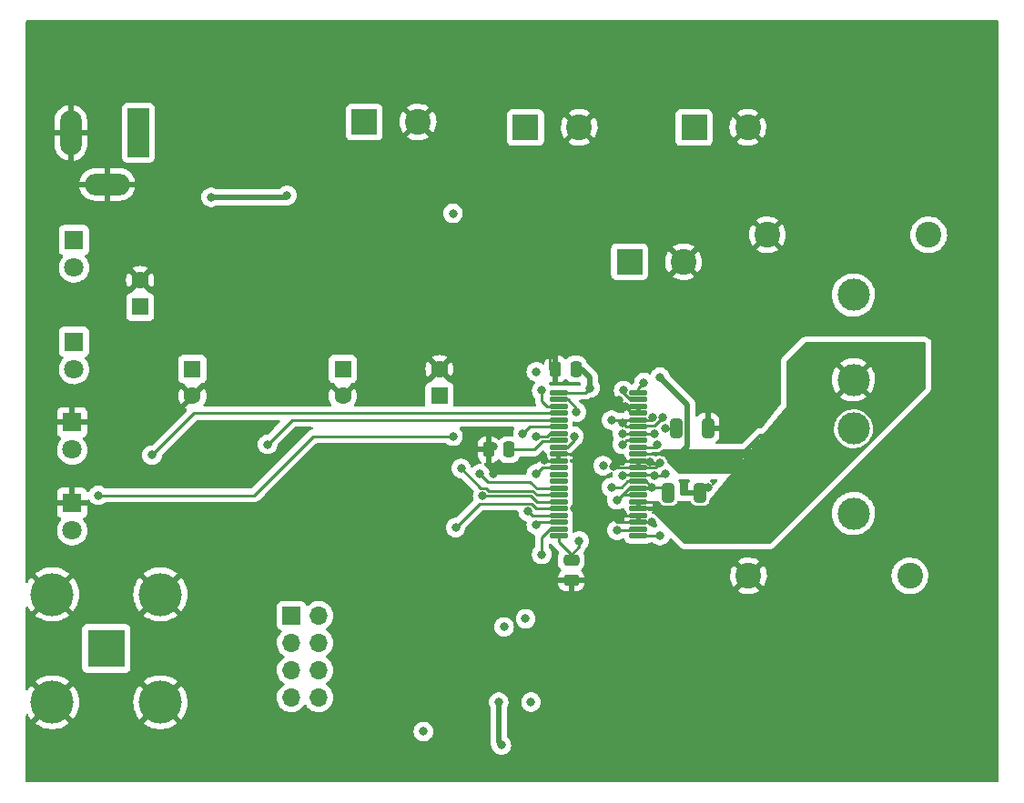
<source format=gbr>
%TF.GenerationSoftware,KiCad,Pcbnew,(6.0.0)*%
%TF.CreationDate,2022-12-17T21:28:13-05:00*%
%TF.ProjectId,TPA3255PBTL,54504133-3235-4355-9042-544c2e6b6963,rev?*%
%TF.SameCoordinates,Original*%
%TF.FileFunction,Copper,L4,Bot*%
%TF.FilePolarity,Positive*%
%FSLAX46Y46*%
G04 Gerber Fmt 4.6, Leading zero omitted, Abs format (unit mm)*
G04 Created by KiCad (PCBNEW (6.0.0)) date 2022-12-17 21:28:13*
%MOMM*%
%LPD*%
G01*
G04 APERTURE LIST*
G04 Aperture macros list*
%AMRoundRect*
0 Rectangle with rounded corners*
0 $1 Rounding radius*
0 $2 $3 $4 $5 $6 $7 $8 $9 X,Y pos of 4 corners*
0 Add a 4 corners polygon primitive as box body*
4,1,4,$2,$3,$4,$5,$6,$7,$8,$9,$2,$3,0*
0 Add four circle primitives for the rounded corners*
1,1,$1+$1,$2,$3*
1,1,$1+$1,$4,$5*
1,1,$1+$1,$6,$7*
1,1,$1+$1,$8,$9*
0 Add four rect primitives between the rounded corners*
20,1,$1+$1,$2,$3,$4,$5,0*
20,1,$1+$1,$4,$5,$6,$7,0*
20,1,$1+$1,$6,$7,$8,$9,0*
20,1,$1+$1,$8,$9,$2,$3,0*%
G04 Aperture macros list end*
%TA.AperFunction,ComponentPad*%
%ADD10R,1.600000X1.600000*%
%TD*%
%TA.AperFunction,ComponentPad*%
%ADD11C,1.600000*%
%TD*%
%TA.AperFunction,ComponentPad*%
%ADD12C,2.400000*%
%TD*%
%TA.AperFunction,ComponentPad*%
%ADD13R,1.700000X1.700000*%
%TD*%
%TA.AperFunction,ComponentPad*%
%ADD14O,1.700000X1.700000*%
%TD*%
%TA.AperFunction,ComponentPad*%
%ADD15R,3.500000X3.500000*%
%TD*%
%TA.AperFunction,ComponentPad*%
%ADD16C,4.000000*%
%TD*%
%TA.AperFunction,ComponentPad*%
%ADD17C,3.000000*%
%TD*%
%TA.AperFunction,ComponentPad*%
%ADD18R,2.000000X4.600000*%
%TD*%
%TA.AperFunction,ComponentPad*%
%ADD19O,2.000000X4.200000*%
%TD*%
%TA.AperFunction,ComponentPad*%
%ADD20O,4.200000X2.000000*%
%TD*%
%TA.AperFunction,ComponentPad*%
%ADD21R,2.400000X2.400000*%
%TD*%
%TA.AperFunction,ComponentPad*%
%ADD22R,1.800000X1.800000*%
%TD*%
%TA.AperFunction,ComponentPad*%
%ADD23C,1.800000*%
%TD*%
%TA.AperFunction,SMDPad,CuDef*%
%ADD24RoundRect,0.250000X-0.475000X0.250000X-0.475000X-0.250000X0.475000X-0.250000X0.475000X0.250000X0*%
%TD*%
%TA.AperFunction,SMDPad,CuDef*%
%ADD25RoundRect,0.250000X-0.325000X-0.650000X0.325000X-0.650000X0.325000X0.650000X-0.325000X0.650000X0*%
%TD*%
%TA.AperFunction,SMDPad,CuDef*%
%ADD26RoundRect,0.250000X0.250000X0.475000X-0.250000X0.475000X-0.250000X-0.475000X0.250000X-0.475000X0*%
%TD*%
%TA.AperFunction,SMDPad,CuDef*%
%ADD27RoundRect,0.019000X-0.766000X-0.171000X0.766000X-0.171000X0.766000X0.171000X-0.766000X0.171000X0*%
%TD*%
%TA.AperFunction,ViaPad*%
%ADD28C,0.800000*%
%TD*%
%TA.AperFunction,Conductor*%
%ADD29C,0.250000*%
%TD*%
%TA.AperFunction,Conductor*%
%ADD30C,0.500000*%
%TD*%
G04 APERTURE END LIST*
D10*
%TO.P,C9,1*%
%TO.N,+15V*%
X83150000Y-71205113D03*
D11*
%TO.P,C9,2*%
%TO.N,GND*%
X83150000Y-68705113D03*
%TD*%
D10*
%TO.P,C11,1*%
%TO.N,+12V*%
X111000000Y-79500000D03*
D11*
%TO.P,C11,2*%
%TO.N,GND*%
X111000000Y-77000000D03*
%TD*%
D12*
%TO.P,C39,1*%
%TO.N,GND*%
X139750000Y-96250000D03*
%TO.P,C39,2*%
%TO.N,Load2*%
X154750000Y-96250000D03*
%TD*%
D13*
%TO.P,J3,1,Pin_1*%
%TO.N,Net-(C16-Pad2)*%
X97225000Y-99960000D03*
D14*
%TO.P,J3,2,Pin_2*%
%TO.N,Net-(C20-Pad1)*%
X99765000Y-99960000D03*
%TO.P,J3,3,Pin_3*%
%TO.N,Net-(C17-Pad2)*%
X97225000Y-102500000D03*
%TO.P,J3,4,Pin_4*%
%TO.N,Net-(C20-Pad1)*%
X99765000Y-102500000D03*
%TO.P,J3,5,Pin_5*%
%TO.N,Net-(C18-Pad2)*%
X97225000Y-105040000D03*
%TO.P,J3,6,Pin_6*%
%TO.N,Net-(C20-Pad1)*%
X99765000Y-105040000D03*
%TO.P,J3,7,Pin_7*%
%TO.N,Net-(C19-Pad2)*%
X97225000Y-107580000D03*
%TO.P,J3,8,Pin_8*%
%TO.N,Net-(C20-Pad1)*%
X99765000Y-107580000D03*
%TD*%
D12*
%TO.P,C38,1*%
%TO.N,Load1*%
X156500000Y-64500000D03*
%TO.P,C38,2*%
%TO.N,GND*%
X141500000Y-64500000D03*
%TD*%
D15*
%TO.P,J2,1,In*%
%TO.N,Input*%
X80000000Y-103000000D03*
D16*
%TO.P,J2,2,Ext*%
%TO.N,GND*%
X74975000Y-97975000D03*
X85025000Y-97975000D03*
X74975000Y-108025000D03*
X85025000Y-108025000D03*
%TD*%
D17*
%TO.P,L3,1,1*%
%TO.N,OUTB*%
X149500000Y-82550000D03*
%TO.P,L3,2,2*%
%TO.N,Load2*%
X149500000Y-90450000D03*
%TD*%
D10*
%TO.P,C30,1*%
%TO.N,+3V3*%
X88000000Y-77000000D03*
D11*
%TO.P,C30,2*%
%TO.N,GND*%
X88000000Y-79500000D03*
%TD*%
D10*
%TO.P,C28,1*%
%TO.N,+12V*%
X102000000Y-77000000D03*
D11*
%TO.P,C28,2*%
%TO.N,GND*%
X102000000Y-79500000D03*
%TD*%
D18*
%TO.P,J1,1*%
%TO.N,Power_IN*%
X83000000Y-55000000D03*
D19*
%TO.P,J1,2*%
%TO.N,GND*%
X76700000Y-55000000D03*
D20*
%TO.P,J1,3*%
X80100000Y-59800000D03*
%TD*%
D21*
%TO.P,C4,1*%
%TO.N,+48V*%
X128676041Y-67000000D03*
D12*
%TO.P,C4,2*%
%TO.N,GND*%
X133676041Y-67000000D03*
%TD*%
D21*
%TO.P,C5,1*%
%TO.N,+48V*%
X134676041Y-54500000D03*
D12*
%TO.P,C5,2*%
%TO.N,GND*%
X139676041Y-54500000D03*
%TD*%
D17*
%TO.P,L2,1,1*%
%TO.N,OUTA*%
X149500000Y-78000000D03*
%TO.P,L2,2,2*%
%TO.N,Load1*%
X149500000Y-70100000D03*
%TD*%
D22*
%TO.P,D3,1,K*%
%TO.N,Net-(D3-Pad1)*%
X77000000Y-65000000D03*
D23*
%TO.P,D3,2,A*%
%TO.N,+48V*%
X77000000Y-67540000D03*
%TD*%
D22*
%TO.P,D6,1,K*%
%TO.N,GND*%
X76825000Y-89460000D03*
D23*
%TO.P,D6,2,A*%
%TO.N,Net-(D6-Pad2)*%
X76825000Y-92000000D03*
%TD*%
D22*
%TO.P,D7,1,K*%
%TO.N,Net-(D7-Pad1)*%
X77000000Y-74460000D03*
D23*
%TO.P,D7,2,A*%
%TO.N,+12V*%
X77000000Y-77000000D03*
%TD*%
D21*
%TO.P,C2,1*%
%TO.N,+48V*%
X119000000Y-54500000D03*
D12*
%TO.P,C2,2*%
%TO.N,GND*%
X124000000Y-54500000D03*
%TD*%
D22*
%TO.P,D5,1,K*%
%TO.N,GND*%
X76825000Y-81960000D03*
D23*
%TO.P,D5,2,A*%
%TO.N,Net-(D5-Pad2)*%
X76825000Y-84500000D03*
%TD*%
D21*
%TO.P,C1,1*%
%TO.N,+48V*%
X104000000Y-54000000D03*
D12*
%TO.P,C1,2*%
%TO.N,GND*%
X109000000Y-54000000D03*
%TD*%
D24*
%TO.P,C25,1*%
%TO.N,GVDD_AB*%
X123250000Y-94775000D03*
%TO.P,C25,2*%
%TO.N,GND*%
X123250000Y-96675000D03*
%TD*%
D25*
%TO.P,C6,1*%
%TO.N,+48V*%
X132275000Y-88500000D03*
%TO.P,C6,2*%
%TO.N,GND*%
X135225000Y-88500000D03*
%TD*%
D26*
%TO.P,C24,1*%
%TO.N,GVDD_CD*%
X123675000Y-77000000D03*
%TO.P,C24,2*%
%TO.N,GND*%
X121775000Y-77000000D03*
%TD*%
%TO.P,C42,1*%
%TO.N,C_START*%
X117450000Y-84500000D03*
%TO.P,C42,2*%
%TO.N,GND*%
X115550000Y-84500000D03*
%TD*%
D25*
%TO.P,C7,1*%
%TO.N,+48V*%
X133000000Y-82500000D03*
%TO.P,C7,2*%
%TO.N,GND*%
X135950000Y-82500000D03*
%TD*%
D27*
%TO.P,U1,1,GVDD_AB*%
%TO.N,GVDD_AB*%
X122060000Y-92540000D03*
%TO.P,U1,2,VDD*%
%TO.N,+12V*%
X122060000Y-91905000D03*
%TO.P,U1,3,M1*%
%TO.N,Net-(R15-Pad2)*%
X122060000Y-91270000D03*
%TO.P,U1,4,M2*%
%TO.N,Net-(R16-Pad2)*%
X122060000Y-90635000D03*
%TO.P,U1,5,INPUT_A*%
%TO.N,FiltInA*%
X122060000Y-90000000D03*
%TO.P,U1,6,INPUT_B*%
%TO.N,FiltInB*%
X122060000Y-89365000D03*
%TO.P,U1,7,OC_ADJ*%
%TO.N,OC_ADJ*%
X122060000Y-88730000D03*
%TO.P,U1,8,FREQ_ADJ*%
%TO.N,Freq_Adj*%
X122060000Y-88095000D03*
%TO.P,U1,9,OSC_IOM*%
%TO.N,OSC_IOM*%
X122060000Y-87460000D03*
%TO.P,U1,10,OSC_IOP*%
%TO.N,OSC_IOP*%
X122060000Y-86825000D03*
%TO.P,U1,11,DVDD*%
%TO.N,DVDD*%
X122060000Y-86190000D03*
%TO.P,U1,12,GND_12*%
%TO.N,GND*%
X122060000Y-85555000D03*
%TO.P,U1,13,GND_13*%
X122060000Y-84920000D03*
%TO.P,U1,14,AVDD*%
%TO.N,AVDD*%
X122060000Y-84285000D03*
%TO.P,U1,15,C_START*%
%TO.N,C_START*%
X122060000Y-83650000D03*
%TO.P,U1,16,INPUT_C*%
%TO.N,Net-(R4-Pad2)*%
X122060000Y-83015000D03*
%TO.P,U1,17,INPUT_D*%
%TO.N,Net-(R14-Pad2)*%
X122060000Y-82380000D03*
%TO.P,U1,18,~{RESET}*%
%TO.N,RST_*%
X122060000Y-81745000D03*
%TO.P,U1,19,~{FAULT}*%
%TO.N,Fault*%
X122060000Y-81110000D03*
%TO.P,U1,20,VBG*%
%TO.N,VBG*%
X122060000Y-80475000D03*
%TO.P,U1,21,~{CLIP_OTW}*%
%TO.N,CLIP_OTW*%
X122060000Y-79840000D03*
%TO.P,U1,22,GVDD_CD*%
%TO.N,GVDD_CD*%
X122060000Y-79205000D03*
%TO.P,U1,23,BST_D*%
%TO.N,BST_D*%
X129500000Y-79205000D03*
%TO.P,U1,24,BST_C*%
%TO.N,BST_C*%
X129500000Y-79840000D03*
%TO.P,U1,25,GND_25*%
%TO.N,GND*%
X129500000Y-80475000D03*
%TO.P,U1,26,GND_26*%
X129500000Y-81110000D03*
%TO.P,U1,27,OUT_D_27*%
%TO.N,OUTB*%
X129500000Y-81745000D03*
%TO.P,U1,28,OUT_D_28*%
X129500000Y-82380000D03*
%TO.P,U1,29,PVDD_CD_29*%
%TO.N,+48V*%
X129500000Y-83015000D03*
%TO.P,U1,30,PVDD_CD_30*%
X129500000Y-83650000D03*
%TO.P,U1,31,PVDD_CD_31*%
X129500000Y-84285000D03*
%TO.P,U1,32,OUT_C*%
%TO.N,OUTA*%
X129500000Y-84920000D03*
%TO.P,U1,33,GND_33*%
%TO.N,GND*%
X129500000Y-85555000D03*
%TO.P,U1,34,GND_34*%
X129500000Y-86190000D03*
%TO.P,U1,35,OUT_B*%
%TO.N,OUTB*%
X129500000Y-86825000D03*
%TO.P,U1,36,PVDD_AB_36*%
%TO.N,+48V*%
X129500000Y-87460000D03*
%TO.P,U1,37,PVDD_AB_37*%
X129500000Y-88095000D03*
%TO.P,U1,38,PVDD_AB_38*%
X129500000Y-88730000D03*
%TO.P,U1,39,OUT_A_39*%
%TO.N,OUTA*%
X129500000Y-89365000D03*
%TO.P,U1,40,OUT_A_40*%
X129500000Y-90000000D03*
%TO.P,U1,41,GND_41*%
%TO.N,GND*%
X129500000Y-90635000D03*
%TO.P,U1,42,GND_42*%
X129500000Y-91270000D03*
%TO.P,U1,43,BST_B*%
%TO.N,BST_B*%
X129500000Y-91905000D03*
%TO.P,U1,44,BST_A*%
%TO.N,BST_A*%
X129500000Y-92540000D03*
%TD*%
D28*
%TO.N,GND*%
X124000000Y-86500000D03*
X117000000Y-93250000D03*
X111250000Y-67750000D03*
X82250000Y-64750000D03*
X127682063Y-79890557D03*
X89250000Y-65750000D03*
X128000000Y-85500000D03*
X130573145Y-85627847D03*
X74250000Y-71250000D03*
X86750000Y-49000000D03*
X84500000Y-90250000D03*
X127199831Y-86100500D03*
X120500000Y-62000000D03*
X128000000Y-90500000D03*
X128250000Y-80500000D03*
X121250000Y-75750000D03*
X116750000Y-80000000D03*
X126750000Y-84500000D03*
X86750000Y-71250000D03*
X116000000Y-84250000D03*
X124750000Y-85750000D03*
X117250000Y-65000000D03*
X124000000Y-64750000D03*
X127000000Y-90750000D03*
X112250000Y-65000000D03*
X131500000Y-85750000D03*
X120750000Y-85465500D03*
X89750000Y-74750000D03*
X136000000Y-88000000D03*
X130750000Y-91250000D03*
X123500000Y-90000000D03*
X116000000Y-86750000D03*
%TO.N,+48V*%
X89750000Y-61000000D03*
X96825000Y-60825000D03*
X128000000Y-83000000D03*
X112250000Y-62500000D03*
X131000000Y-83000000D03*
X128000000Y-84000000D03*
X126205877Y-85995331D03*
X131250000Y-84000000D03*
X127000000Y-88000000D03*
X132000000Y-82500000D03*
X127500000Y-89174500D03*
X130750000Y-88000000D03*
%TO.N,+12V*%
X109500000Y-110750000D03*
X119500000Y-108000000D03*
X120500000Y-94250000D03*
X120000000Y-77250000D03*
X119000000Y-100250000D03*
X117000000Y-101000000D03*
%TO.N,FiltInA*%
X112500000Y-91750000D03*
%TO.N,FiltInB*%
X115000000Y-88800989D03*
%TO.N,Net-(C27-Pad2)*%
X116500000Y-108000000D03*
X116750000Y-112000000D03*
%TO.N,Net-(R4-Pad2)*%
X120000000Y-83250000D03*
%TO.N,Net-(R14-Pad2)*%
X118750000Y-83000000D03*
%TO.N,Net-(R15-Pad2)*%
X120000000Y-91500000D03*
%TO.N,DVDD*%
X120000000Y-86750000D03*
%TO.N,Net-(R16-Pad2)*%
X119250000Y-90250000D03*
%TO.N,OC_ADJ*%
X113000000Y-86250000D03*
%TO.N,Freq_Adj*%
X114750000Y-86750000D03*
%TO.N,RST_*%
X95000000Y-84000000D03*
%TO.N,Fault*%
X84250000Y-85000000D03*
%TO.N,CLIP_OTW*%
X123750000Y-81000000D03*
X79250000Y-88750000D03*
X112250000Y-83250000D03*
%TO.N,BST_D*%
X130000000Y-78250000D03*
%TO.N,BST_C*%
X128117020Y-78990658D03*
%TO.N,BST_B*%
X127500000Y-92000000D03*
%TO.N,BST_A*%
X131500000Y-92500000D03*
%TO.N,VBG*%
X120500000Y-79000000D03*
%TO.N,GVDD_CD*%
X125000000Y-78750000D03*
%TO.N,GVDD_AB*%
X124000000Y-93000000D03*
%TO.N,OUTB*%
X128000000Y-86914500D03*
X132000000Y-86750000D03*
X127000000Y-81750000D03*
X130829500Y-81535972D03*
X128000000Y-82000497D03*
X131000000Y-86914500D03*
X131750000Y-81500000D03*
%TO.N,OUTA*%
X131250000Y-89750000D03*
X131500000Y-77750000D03*
%TO.N,AVDD*%
X123500000Y-83250000D03*
%TD*%
D29*
%TO.N,GND*%
X128860000Y-81110000D02*
X129500000Y-81110000D01*
X129500000Y-91270000D02*
X130730000Y-91270000D01*
X131500000Y-85750000D02*
X131060000Y-86190000D01*
X124750000Y-85750000D02*
X123920000Y-84920000D01*
X130730000Y-91270000D02*
X130750000Y-91250000D01*
X120839500Y-85555000D02*
X120750000Y-85465500D01*
X127289331Y-86190000D02*
X127199831Y-86100500D01*
X129500000Y-90635000D02*
X128135000Y-90635000D01*
X128250000Y-80500000D02*
X128860000Y-81110000D01*
X129500000Y-85555000D02*
X130500298Y-85555000D01*
X128266506Y-80475000D02*
X129500000Y-80475000D01*
X135725000Y-88000000D02*
X136000000Y-88000000D01*
X131060000Y-86190000D02*
X129500000Y-86190000D01*
X123920000Y-84920000D02*
X122060000Y-84920000D01*
X129500000Y-86190000D02*
X127289331Y-86190000D01*
X122060000Y-85555000D02*
X120839500Y-85555000D01*
X130500298Y-85555000D02*
X130573145Y-85627847D01*
X128055000Y-85555000D02*
X129500000Y-85555000D01*
X128000000Y-85500000D02*
X128055000Y-85555000D01*
X135225000Y-88500000D02*
X135725000Y-88000000D01*
X121250000Y-77000000D02*
X121250000Y-75750000D01*
X129500000Y-91270000D02*
X127520000Y-91270000D01*
X127682063Y-79890557D02*
X128266506Y-80475000D01*
X128135000Y-90635000D02*
X128000000Y-90500000D01*
X127520000Y-91270000D02*
X127000000Y-90750000D01*
%TO.N,+48V*%
X129500000Y-88095000D02*
X130655000Y-88095000D01*
X128479114Y-87460000D02*
X127939114Y-88000000D01*
X128015000Y-83015000D02*
X128000000Y-83000000D01*
X131250000Y-84000000D02*
X130965000Y-84285000D01*
X129500000Y-87460000D02*
X128479114Y-87460000D01*
X129500000Y-83015000D02*
X128015000Y-83015000D01*
X130655000Y-88095000D02*
X130750000Y-88000000D01*
X133000000Y-82500000D02*
X132000000Y-82500000D01*
X128230000Y-88730000D02*
X128087250Y-88587250D01*
D30*
X96650000Y-61000000D02*
X96825000Y-60825000D01*
D29*
X129500000Y-83015000D02*
X130985000Y-83015000D01*
X128350000Y-83650000D02*
X128000000Y-84000000D01*
X128579500Y-88095000D02*
X128087250Y-88587250D01*
D30*
X89750000Y-61000000D02*
X96650000Y-61000000D01*
D29*
X129500000Y-83650000D02*
X128350000Y-83650000D01*
X130210000Y-87460000D02*
X130750000Y-88000000D01*
X129500000Y-88095000D02*
X128579500Y-88095000D01*
X127939114Y-88000000D02*
X127000000Y-88000000D01*
X129500000Y-88730000D02*
X128230000Y-88730000D01*
X129500000Y-87460000D02*
X130210000Y-87460000D01*
X131775000Y-88000000D02*
X132275000Y-88500000D01*
X130985000Y-83015000D02*
X131000000Y-83000000D01*
X130750000Y-88000000D02*
X131775000Y-88000000D01*
X130965000Y-84285000D02*
X129500000Y-84285000D01*
X128087250Y-88587250D02*
X127500000Y-89174500D01*
%TO.N,+12V*%
X120500000Y-92677190D02*
X120500000Y-94250000D01*
X121272190Y-91905000D02*
X120500000Y-92677190D01*
X122060000Y-91905000D02*
X121272190Y-91905000D01*
%TO.N,FiltInA*%
X119550103Y-89525489D02*
X114724511Y-89525489D01*
X114724511Y-89525489D02*
X112500000Y-91750000D01*
X122060000Y-90000000D02*
X120024614Y-90000000D01*
X120024614Y-90000000D02*
X119550103Y-89525489D01*
%TO.N,FiltInB*%
X119461321Y-88800989D02*
X115000000Y-88800989D01*
X120025332Y-89365000D02*
X119461321Y-88800989D01*
X122060000Y-89365000D02*
X120025332Y-89365000D01*
D30*
%TO.N,Net-(C27-Pad2)*%
X116500000Y-111750000D02*
X116750000Y-112000000D01*
X116500000Y-108000000D02*
X116500000Y-111750000D01*
D29*
%TO.N,Net-(R4-Pad2)*%
X121272190Y-83015000D02*
X122060000Y-83015000D01*
X121037190Y-83250000D02*
X121272190Y-83015000D01*
X120000000Y-83250000D02*
X121037190Y-83250000D01*
%TO.N,Net-(R14-Pad2)*%
X118750000Y-83000000D02*
X119370000Y-82380000D01*
X119370000Y-82380000D02*
X122060000Y-82380000D01*
%TO.N,Net-(R15-Pad2)*%
X120000000Y-91500000D02*
X120230000Y-91270000D01*
X120230000Y-91270000D02*
X122060000Y-91270000D01*
%TO.N,DVDD*%
X120000000Y-86750000D02*
X120560000Y-86190000D01*
X120560000Y-86190000D02*
X122060000Y-86190000D01*
%TO.N,Net-(R16-Pad2)*%
X119635000Y-90635000D02*
X122060000Y-90635000D01*
X119250000Y-90250000D02*
X119635000Y-90635000D01*
%TO.N,OC_ADJ*%
X113024614Y-86250000D02*
X113000000Y-86250000D01*
X115575094Y-88351469D02*
X115300103Y-88076478D01*
X114851092Y-88076478D02*
X113024614Y-86250000D01*
X119647518Y-88351469D02*
X115575094Y-88351469D01*
X122060000Y-88730000D02*
X120026050Y-88730000D01*
X115300103Y-88076478D02*
X114851092Y-88076478D01*
X120026050Y-88730000D02*
X119647518Y-88351469D01*
%TO.N,Freq_Adj*%
X115474511Y-87474511D02*
X114750000Y-86750000D01*
X120026766Y-88095000D02*
X119406277Y-87474511D01*
X122060000Y-88095000D02*
X120026766Y-88095000D01*
X119406277Y-87474511D02*
X115474511Y-87474511D01*
%TO.N,C_START*%
X122060000Y-83650000D02*
X122010480Y-83699520D01*
X122010480Y-83699520D02*
X120575094Y-83699520D01*
X120575094Y-83699520D02*
X119774614Y-84500000D01*
X119774614Y-84500000D02*
X117975000Y-84500000D01*
%TO.N,RST_*%
X97255000Y-81745000D02*
X95000000Y-84000000D01*
X122060000Y-81745000D02*
X97255000Y-81745000D01*
%TO.N,Fault*%
X122060000Y-81110000D02*
X88140000Y-81110000D01*
X88140000Y-81110000D02*
X84250000Y-85000000D01*
%TO.N,CLIP_OTW*%
X99250000Y-83250000D02*
X94250000Y-88250000D01*
X112250000Y-83250000D02*
X100000000Y-83250000D01*
X123750000Y-80674500D02*
X122915500Y-79840000D01*
X94250000Y-88250000D02*
X93750000Y-88750000D01*
X123750000Y-81000000D02*
X123750000Y-80674500D01*
X122060000Y-79840000D02*
X122915500Y-79840000D01*
X100000000Y-83250000D02*
X99250000Y-83250000D01*
X93750000Y-88750000D02*
X79250000Y-88750000D01*
%TO.N,BST_D*%
X129500000Y-78750000D02*
X130000000Y-78250000D01*
X129500000Y-79205000D02*
X129500000Y-78750000D01*
%TO.N,BST_C*%
X128712190Y-79840000D02*
X128117020Y-79244830D01*
X129500000Y-79840000D02*
X128712190Y-79840000D01*
X128117020Y-79244830D02*
X128117020Y-78990658D01*
%TO.N,BST_B*%
X129405000Y-92000000D02*
X129500000Y-91905000D01*
X127500000Y-92000000D02*
X129405000Y-92000000D01*
%TO.N,BST_A*%
X129540000Y-92500000D02*
X129500000Y-92540000D01*
X131500000Y-92500000D02*
X129540000Y-92500000D01*
%TO.N,VBG*%
X120500000Y-79000000D02*
X120500000Y-79943770D01*
X120500000Y-79943770D02*
X121031230Y-80475000D01*
X121031230Y-80475000D02*
X122060000Y-80475000D01*
%TO.N,GVDD_CD*%
X122060000Y-79205000D02*
X124545000Y-79205000D01*
D30*
X125000000Y-78750000D02*
X125000000Y-77800000D01*
X125000000Y-77800000D02*
X124200000Y-77000000D01*
D29*
X124545000Y-79205000D02*
X125000000Y-78750000D01*
%TO.N,GVDD_AB*%
X124000000Y-93500000D02*
X123250000Y-94250000D01*
X124000000Y-93000000D02*
X124000000Y-93500000D01*
X122060000Y-93060000D02*
X123250000Y-94250000D01*
X122060000Y-92540000D02*
X122060000Y-93060000D01*
%TO.N,OUTB*%
X128089500Y-86825000D02*
X129500000Y-86825000D01*
X129500000Y-82380000D02*
X128379503Y-82380000D01*
X129500000Y-82380000D02*
X129604511Y-82275489D01*
X129604511Y-82275489D02*
X130974511Y-82275489D01*
X130620472Y-81745000D02*
X130829500Y-81535972D01*
X130910500Y-86825000D02*
X131000000Y-86914500D01*
X131835500Y-86914500D02*
X132000000Y-86750000D01*
X128379503Y-82380000D02*
X128000000Y-82000497D01*
X129500000Y-81745000D02*
X130620472Y-81745000D01*
X129500000Y-86825000D02*
X130910500Y-86825000D01*
X130974511Y-82275489D02*
X131750000Y-81500000D01*
X128000000Y-86914500D02*
X128089500Y-86825000D01*
X127005000Y-81745000D02*
X127000000Y-81750000D01*
X131000000Y-86914500D02*
X131835500Y-86914500D01*
X129500000Y-81745000D02*
X127005000Y-81745000D01*
%TO.N,OUTA*%
X129500000Y-84920000D02*
X129516664Y-84903336D01*
D30*
X134024520Y-84225480D02*
X133346664Y-84903336D01*
X134024520Y-80274520D02*
X134024520Y-84225480D01*
D29*
X130865000Y-89365000D02*
X129500000Y-89365000D01*
X131653336Y-84903336D02*
X131846664Y-84903336D01*
X129516664Y-84903336D02*
X131653336Y-84903336D01*
X131250000Y-89750000D02*
X130865000Y-89365000D01*
D30*
X133346664Y-84903336D02*
X131653336Y-84903336D01*
X131500000Y-77750000D02*
X134024520Y-80274520D01*
D29*
%TO.N,AVDD*%
X122847810Y-84285000D02*
X122060000Y-84285000D01*
X123500000Y-83250000D02*
X123500000Y-83632810D01*
X123500000Y-83632810D02*
X122847810Y-84285000D01*
%TD*%
%TA.AperFunction,Conductor*%
%TO.N,GND*%
G36*
X162934121Y-44528002D02*
G01*
X162980614Y-44581658D01*
X162992000Y-44634000D01*
X162992000Y-115366000D01*
X162971998Y-115434121D01*
X162918342Y-115480614D01*
X162866000Y-115492000D01*
X72634000Y-115492000D01*
X72565879Y-115471998D01*
X72519386Y-115418342D01*
X72508000Y-115366000D01*
X72508000Y-110750000D01*
X108586496Y-110750000D01*
X108606458Y-110939928D01*
X108665473Y-111121556D01*
X108668776Y-111127278D01*
X108668777Y-111127279D01*
X108702686Y-111186010D01*
X108760960Y-111286944D01*
X108765378Y-111291851D01*
X108765379Y-111291852D01*
X108884325Y-111423955D01*
X108888747Y-111428866D01*
X109043248Y-111541118D01*
X109049276Y-111543802D01*
X109049278Y-111543803D01*
X109211681Y-111616109D01*
X109217712Y-111618794D01*
X109292680Y-111634729D01*
X109398056Y-111657128D01*
X109398061Y-111657128D01*
X109404513Y-111658500D01*
X109595487Y-111658500D01*
X109601939Y-111657128D01*
X109601944Y-111657128D01*
X109707320Y-111634729D01*
X109782288Y-111618794D01*
X109788319Y-111616109D01*
X109950722Y-111543803D01*
X109950724Y-111543802D01*
X109956752Y-111541118D01*
X110111253Y-111428866D01*
X110115675Y-111423955D01*
X110234621Y-111291852D01*
X110234622Y-111291851D01*
X110239040Y-111286944D01*
X110297314Y-111186010D01*
X110331223Y-111127279D01*
X110331224Y-111127278D01*
X110334527Y-111121556D01*
X110393542Y-110939928D01*
X110413504Y-110750000D01*
X110393542Y-110560072D01*
X110334527Y-110378444D01*
X110239040Y-110213056D01*
X110111253Y-110071134D01*
X109989034Y-109982336D01*
X109962094Y-109962763D01*
X109962093Y-109962762D01*
X109956752Y-109958882D01*
X109950724Y-109956198D01*
X109950722Y-109956197D01*
X109788319Y-109883891D01*
X109788318Y-109883891D01*
X109782288Y-109881206D01*
X109688887Y-109861353D01*
X109601944Y-109842872D01*
X109601939Y-109842872D01*
X109595487Y-109841500D01*
X109404513Y-109841500D01*
X109398061Y-109842872D01*
X109398056Y-109842872D01*
X109311112Y-109861353D01*
X109217712Y-109881206D01*
X109211682Y-109883891D01*
X109211681Y-109883891D01*
X109049278Y-109956197D01*
X109049276Y-109956198D01*
X109043248Y-109958882D01*
X109037907Y-109962762D01*
X109037906Y-109962763D01*
X109010966Y-109982336D01*
X108888747Y-110071134D01*
X108760960Y-110213056D01*
X108665473Y-110378444D01*
X108606458Y-110560072D01*
X108586496Y-110750000D01*
X72508000Y-110750000D01*
X72508000Y-109970987D01*
X73393721Y-109970987D01*
X73402548Y-109982605D01*
X73625281Y-110144430D01*
X73631961Y-110148670D01*
X73901572Y-110296890D01*
X73908707Y-110300247D01*
X74194770Y-110413508D01*
X74202296Y-110415953D01*
X74500279Y-110492462D01*
X74508050Y-110493945D01*
X74813278Y-110532503D01*
X74821169Y-110533000D01*
X75128831Y-110533000D01*
X75136722Y-110532503D01*
X75441950Y-110493945D01*
X75449721Y-110492462D01*
X75747704Y-110415953D01*
X75755230Y-110413508D01*
X76041293Y-110300247D01*
X76048428Y-110296890D01*
X76318039Y-110148670D01*
X76324719Y-110144430D01*
X76547823Y-109982336D01*
X76556246Y-109971413D01*
X76556017Y-109970987D01*
X83443721Y-109970987D01*
X83452548Y-109982605D01*
X83675281Y-110144430D01*
X83681961Y-110148670D01*
X83951572Y-110296890D01*
X83958707Y-110300247D01*
X84244770Y-110413508D01*
X84252296Y-110415953D01*
X84550279Y-110492462D01*
X84558050Y-110493945D01*
X84863278Y-110532503D01*
X84871169Y-110533000D01*
X85178831Y-110533000D01*
X85186722Y-110532503D01*
X85491950Y-110493945D01*
X85499721Y-110492462D01*
X85797704Y-110415953D01*
X85805230Y-110413508D01*
X86091293Y-110300247D01*
X86098428Y-110296890D01*
X86368039Y-110148670D01*
X86374719Y-110144430D01*
X86597823Y-109982336D01*
X86606246Y-109971413D01*
X86599342Y-109958552D01*
X85037812Y-108397022D01*
X85023868Y-108389408D01*
X85022035Y-108389539D01*
X85015420Y-108393790D01*
X83450334Y-109958876D01*
X83443721Y-109970987D01*
X76556017Y-109970987D01*
X76549342Y-109958552D01*
X74987812Y-108397022D01*
X74973868Y-108389408D01*
X74972035Y-108389539D01*
X74965420Y-108393790D01*
X73400334Y-109958876D01*
X73393721Y-109970987D01*
X72508000Y-109970987D01*
X72508000Y-109236426D01*
X72528002Y-109168305D01*
X72581658Y-109121812D01*
X72651932Y-109111708D01*
X72716512Y-109141202D01*
X72748008Y-109182778D01*
X72771189Y-109232041D01*
X72775001Y-109238974D01*
X72939851Y-109498736D01*
X72944495Y-109505129D01*
X73019497Y-109595790D01*
X73032014Y-109604245D01*
X73042752Y-109598038D01*
X74602978Y-108037812D01*
X74609356Y-108026132D01*
X75339408Y-108026132D01*
X75339539Y-108027965D01*
X75343790Y-108034580D01*
X76906145Y-109596935D01*
X76919407Y-109604177D01*
X76929512Y-109596988D01*
X77005505Y-109505129D01*
X77010149Y-109498736D01*
X77174999Y-109238974D01*
X77178811Y-109232041D01*
X77309801Y-108953672D01*
X77312716Y-108946309D01*
X77407783Y-108653723D01*
X77409754Y-108646046D01*
X77467400Y-108343855D01*
X77468393Y-108335994D01*
X77487710Y-108028958D01*
X82512290Y-108028958D01*
X82531607Y-108335994D01*
X82532600Y-108343855D01*
X82590246Y-108646046D01*
X82592217Y-108653723D01*
X82687284Y-108946309D01*
X82690199Y-108953672D01*
X82821189Y-109232041D01*
X82825001Y-109238974D01*
X82989851Y-109498736D01*
X82994495Y-109505129D01*
X83069497Y-109595790D01*
X83082014Y-109604245D01*
X83092752Y-109598038D01*
X84652978Y-108037812D01*
X84659356Y-108026132D01*
X85389408Y-108026132D01*
X85389539Y-108027965D01*
X85393790Y-108034580D01*
X86956145Y-109596935D01*
X86969407Y-109604177D01*
X86979512Y-109596988D01*
X87055505Y-109505129D01*
X87060149Y-109498736D01*
X87224999Y-109238974D01*
X87228811Y-109232041D01*
X87359801Y-108953672D01*
X87362716Y-108946309D01*
X87457783Y-108653723D01*
X87459754Y-108646046D01*
X87517400Y-108343855D01*
X87518393Y-108335994D01*
X87537710Y-108028958D01*
X87537710Y-108021042D01*
X87518393Y-107714006D01*
X87517400Y-107706145D01*
X87486983Y-107546695D01*
X95862251Y-107546695D01*
X95862548Y-107551848D01*
X95862548Y-107551851D01*
X95868818Y-107660592D01*
X95875110Y-107769715D01*
X95876247Y-107774761D01*
X95876248Y-107774767D01*
X95882790Y-107803794D01*
X95924222Y-107987639D01*
X96008266Y-108194616D01*
X96059019Y-108277438D01*
X96122291Y-108380688D01*
X96124987Y-108385088D01*
X96271250Y-108553938D01*
X96443126Y-108696632D01*
X96636000Y-108809338D01*
X96844692Y-108889030D01*
X96849760Y-108890061D01*
X96849763Y-108890062D01*
X96957017Y-108911883D01*
X97063597Y-108933567D01*
X97068772Y-108933757D01*
X97068774Y-108933757D01*
X97281673Y-108941564D01*
X97281677Y-108941564D01*
X97286837Y-108941753D01*
X97291957Y-108941097D01*
X97291959Y-108941097D01*
X97503288Y-108914025D01*
X97503289Y-108914025D01*
X97508416Y-108913368D01*
X97529215Y-108907128D01*
X97717429Y-108850661D01*
X97717434Y-108850659D01*
X97722384Y-108849174D01*
X97922994Y-108750896D01*
X98104860Y-108621173D01*
X98263096Y-108463489D01*
X98322594Y-108380689D01*
X98393453Y-108282077D01*
X98394776Y-108283028D01*
X98441645Y-108239857D01*
X98511580Y-108227625D01*
X98577026Y-108255144D01*
X98604875Y-108286994D01*
X98664987Y-108385088D01*
X98811250Y-108553938D01*
X98983126Y-108696632D01*
X99176000Y-108809338D01*
X99384692Y-108889030D01*
X99389760Y-108890061D01*
X99389763Y-108890062D01*
X99497017Y-108911883D01*
X99603597Y-108933567D01*
X99608772Y-108933757D01*
X99608774Y-108933757D01*
X99821673Y-108941564D01*
X99821677Y-108941564D01*
X99826837Y-108941753D01*
X99831957Y-108941097D01*
X99831959Y-108941097D01*
X100043288Y-108914025D01*
X100043289Y-108914025D01*
X100048416Y-108913368D01*
X100069215Y-108907128D01*
X100257429Y-108850661D01*
X100257434Y-108850659D01*
X100262384Y-108849174D01*
X100462994Y-108750896D01*
X100644860Y-108621173D01*
X100803096Y-108463489D01*
X100862594Y-108380689D01*
X100930435Y-108286277D01*
X100933453Y-108282077D01*
X100954320Y-108239857D01*
X101030136Y-108086453D01*
X101030137Y-108086451D01*
X101032430Y-108081811D01*
X101057286Y-108000000D01*
X115586496Y-108000000D01*
X115587186Y-108006565D01*
X115595095Y-108081811D01*
X115606458Y-108189928D01*
X115665473Y-108371556D01*
X115668776Y-108377278D01*
X115668777Y-108377279D01*
X115724619Y-108473999D01*
X115741500Y-108536999D01*
X115741500Y-111682930D01*
X115740067Y-111701880D01*
X115736801Y-111723349D01*
X115737394Y-111730641D01*
X115737394Y-111730644D01*
X115741085Y-111776018D01*
X115741500Y-111786233D01*
X115741500Y-111794293D01*
X115741925Y-111797937D01*
X115744789Y-111822507D01*
X115745222Y-111826882D01*
X115751140Y-111899637D01*
X115753396Y-111906601D01*
X115754587Y-111912560D01*
X115755971Y-111918415D01*
X115756818Y-111925681D01*
X115781735Y-111994327D01*
X115783152Y-111998455D01*
X115805649Y-112067899D01*
X115809445Y-112074154D01*
X115811951Y-112079628D01*
X115814670Y-112085058D01*
X115817167Y-112091937D01*
X115821179Y-112098056D01*
X115834949Y-112119059D01*
X115854886Y-112174971D01*
X115856458Y-112189928D01*
X115915473Y-112371556D01*
X116010960Y-112536944D01*
X116138747Y-112678866D01*
X116293248Y-112791118D01*
X116299276Y-112793802D01*
X116299278Y-112793803D01*
X116461681Y-112866109D01*
X116467712Y-112868794D01*
X116561113Y-112888647D01*
X116648056Y-112907128D01*
X116648061Y-112907128D01*
X116654513Y-112908500D01*
X116845487Y-112908500D01*
X116851939Y-112907128D01*
X116851944Y-112907128D01*
X116938887Y-112888647D01*
X117032288Y-112868794D01*
X117038319Y-112866109D01*
X117200722Y-112793803D01*
X117200724Y-112793802D01*
X117206752Y-112791118D01*
X117361253Y-112678866D01*
X117489040Y-112536944D01*
X117584527Y-112371556D01*
X117643542Y-112189928D01*
X117657100Y-112060936D01*
X117662814Y-112006565D01*
X117663504Y-112000000D01*
X117654314Y-111912560D01*
X117644232Y-111816635D01*
X117644232Y-111816633D01*
X117643542Y-111810072D01*
X117584527Y-111628444D01*
X117577406Y-111616109D01*
X117534109Y-111541118D01*
X117489040Y-111463056D01*
X117461752Y-111432749D01*
X117365675Y-111326045D01*
X117365674Y-111326044D01*
X117361253Y-111321134D01*
X117310437Y-111284214D01*
X117267085Y-111227992D01*
X117258500Y-111182279D01*
X117258500Y-108536999D01*
X117275381Y-108473999D01*
X117331223Y-108377279D01*
X117331224Y-108377278D01*
X117334527Y-108371556D01*
X117393542Y-108189928D01*
X117404906Y-108081811D01*
X117412814Y-108006565D01*
X117413504Y-108000000D01*
X118586496Y-108000000D01*
X118587186Y-108006565D01*
X118595095Y-108081811D01*
X118606458Y-108189928D01*
X118665473Y-108371556D01*
X118668776Y-108377278D01*
X118668777Y-108377279D01*
X118678310Y-108393790D01*
X118760960Y-108536944D01*
X118765378Y-108541851D01*
X118765379Y-108541852D01*
X118833519Y-108617529D01*
X118888747Y-108678866D01*
X119043248Y-108791118D01*
X119049276Y-108793802D01*
X119049278Y-108793803D01*
X119176984Y-108850661D01*
X119217712Y-108868794D01*
X119311113Y-108888647D01*
X119398056Y-108907128D01*
X119398061Y-108907128D01*
X119404513Y-108908500D01*
X119595487Y-108908500D01*
X119601939Y-108907128D01*
X119601944Y-108907128D01*
X119688887Y-108888647D01*
X119782288Y-108868794D01*
X119823016Y-108850661D01*
X119950722Y-108793803D01*
X119950724Y-108793802D01*
X119956752Y-108791118D01*
X120111253Y-108678866D01*
X120166481Y-108617529D01*
X120234621Y-108541852D01*
X120234622Y-108541851D01*
X120239040Y-108536944D01*
X120321690Y-108393790D01*
X120331223Y-108377279D01*
X120331224Y-108377278D01*
X120334527Y-108371556D01*
X120393542Y-108189928D01*
X120404906Y-108081811D01*
X120412814Y-108006565D01*
X120413504Y-108000000D01*
X120399638Y-107868069D01*
X120394232Y-107816635D01*
X120394232Y-107816633D01*
X120393542Y-107810072D01*
X120334527Y-107628444D01*
X120239040Y-107463056D01*
X120185825Y-107403954D01*
X120115675Y-107326045D01*
X120115674Y-107326044D01*
X120111253Y-107321134D01*
X119956752Y-107208882D01*
X119950724Y-107206198D01*
X119950722Y-107206197D01*
X119788319Y-107133891D01*
X119788318Y-107133891D01*
X119782288Y-107131206D01*
X119688888Y-107111353D01*
X119601944Y-107092872D01*
X119601939Y-107092872D01*
X119595487Y-107091500D01*
X119404513Y-107091500D01*
X119398061Y-107092872D01*
X119398056Y-107092872D01*
X119311112Y-107111353D01*
X119217712Y-107131206D01*
X119211682Y-107133891D01*
X119211681Y-107133891D01*
X119049278Y-107206197D01*
X119049276Y-107206198D01*
X119043248Y-107208882D01*
X118888747Y-107321134D01*
X118884326Y-107326044D01*
X118884325Y-107326045D01*
X118814176Y-107403954D01*
X118760960Y-107463056D01*
X118665473Y-107628444D01*
X118606458Y-107810072D01*
X118605768Y-107816633D01*
X118605768Y-107816635D01*
X118600362Y-107868069D01*
X118586496Y-108000000D01*
X117413504Y-108000000D01*
X117399638Y-107868069D01*
X117394232Y-107816635D01*
X117394232Y-107816633D01*
X117393542Y-107810072D01*
X117334527Y-107628444D01*
X117239040Y-107463056D01*
X117185825Y-107403954D01*
X117115675Y-107326045D01*
X117115674Y-107326044D01*
X117111253Y-107321134D01*
X116956752Y-107208882D01*
X116950724Y-107206198D01*
X116950722Y-107206197D01*
X116788319Y-107133891D01*
X116788318Y-107133891D01*
X116782288Y-107131206D01*
X116688888Y-107111353D01*
X116601944Y-107092872D01*
X116601939Y-107092872D01*
X116595487Y-107091500D01*
X116404513Y-107091500D01*
X116398061Y-107092872D01*
X116398056Y-107092872D01*
X116311112Y-107111353D01*
X116217712Y-107131206D01*
X116211682Y-107133891D01*
X116211681Y-107133891D01*
X116049278Y-107206197D01*
X116049276Y-107206198D01*
X116043248Y-107208882D01*
X115888747Y-107321134D01*
X115884326Y-107326044D01*
X115884325Y-107326045D01*
X115814176Y-107403954D01*
X115760960Y-107463056D01*
X115665473Y-107628444D01*
X115606458Y-107810072D01*
X115605768Y-107816633D01*
X115605768Y-107816635D01*
X115600362Y-107868069D01*
X115586496Y-108000000D01*
X101057286Y-108000000D01*
X101097370Y-107868069D01*
X101126529Y-107646590D01*
X101126819Y-107634729D01*
X101128074Y-107583365D01*
X101128074Y-107583361D01*
X101128156Y-107580000D01*
X101109852Y-107357361D01*
X101055431Y-107140702D01*
X100966354Y-106935840D01*
X100845014Y-106748277D01*
X100694670Y-106583051D01*
X100690619Y-106579852D01*
X100690615Y-106579848D01*
X100523414Y-106447800D01*
X100523410Y-106447798D01*
X100519359Y-106444598D01*
X100478053Y-106421796D01*
X100428084Y-106371364D01*
X100413312Y-106301921D01*
X100438428Y-106235516D01*
X100465780Y-106208909D01*
X100509603Y-106177650D01*
X100644860Y-106081173D01*
X100658417Y-106067664D01*
X100799435Y-105927137D01*
X100803096Y-105923489D01*
X100862594Y-105840689D01*
X100930435Y-105746277D01*
X100933453Y-105742077D01*
X100954320Y-105699857D01*
X101030136Y-105546453D01*
X101030137Y-105546451D01*
X101032430Y-105541811D01*
X101097370Y-105328069D01*
X101126529Y-105106590D01*
X101128156Y-105040000D01*
X101109852Y-104817361D01*
X101055431Y-104600702D01*
X100966354Y-104395840D01*
X100845014Y-104208277D01*
X100694670Y-104043051D01*
X100690619Y-104039852D01*
X100690615Y-104039848D01*
X100523414Y-103907800D01*
X100523410Y-103907798D01*
X100519359Y-103904598D01*
X100478053Y-103881796D01*
X100428084Y-103831364D01*
X100413312Y-103761921D01*
X100438428Y-103695516D01*
X100465780Y-103668909D01*
X100509603Y-103637650D01*
X100644860Y-103541173D01*
X100803096Y-103383489D01*
X100862594Y-103300689D01*
X100930435Y-103206277D01*
X100933453Y-103202077D01*
X100954320Y-103159857D01*
X101030136Y-103006453D01*
X101030137Y-103006451D01*
X101032430Y-103001811D01*
X101097370Y-102788069D01*
X101126529Y-102566590D01*
X101128156Y-102500000D01*
X101109852Y-102277361D01*
X101055431Y-102060702D01*
X100966354Y-101855840D01*
X100921973Y-101787237D01*
X100847822Y-101672617D01*
X100847820Y-101672614D01*
X100845014Y-101668277D01*
X100694670Y-101503051D01*
X100690619Y-101499852D01*
X100690615Y-101499848D01*
X100523414Y-101367800D01*
X100523410Y-101367798D01*
X100519359Y-101364598D01*
X100478053Y-101341796D01*
X100428084Y-101291364D01*
X100413312Y-101221921D01*
X100438428Y-101155516D01*
X100465780Y-101128909D01*
X100509603Y-101097650D01*
X100644860Y-101001173D01*
X100646037Y-101000000D01*
X116086496Y-101000000D01*
X116087186Y-101006565D01*
X116104481Y-101171114D01*
X116106458Y-101189928D01*
X116165473Y-101371556D01*
X116260960Y-101536944D01*
X116388747Y-101678866D01*
X116543248Y-101791118D01*
X116549276Y-101793802D01*
X116549278Y-101793803D01*
X116699285Y-101860590D01*
X116717712Y-101868794D01*
X116811112Y-101888647D01*
X116898056Y-101907128D01*
X116898061Y-101907128D01*
X116904513Y-101908500D01*
X117095487Y-101908500D01*
X117101939Y-101907128D01*
X117101944Y-101907128D01*
X117188888Y-101888647D01*
X117282288Y-101868794D01*
X117300715Y-101860590D01*
X117450722Y-101793803D01*
X117450724Y-101793802D01*
X117456752Y-101791118D01*
X117611253Y-101678866D01*
X117739040Y-101536944D01*
X117834527Y-101371556D01*
X117893542Y-101189928D01*
X117895520Y-101171114D01*
X117912814Y-101006565D01*
X117913504Y-101000000D01*
X117905907Y-100927715D01*
X117894232Y-100816635D01*
X117894232Y-100816633D01*
X117893542Y-100810072D01*
X117834527Y-100628444D01*
X117739040Y-100463056D01*
X117733459Y-100456857D01*
X117615675Y-100326045D01*
X117615674Y-100326044D01*
X117611253Y-100321134D01*
X117513346Y-100250000D01*
X118086496Y-100250000D01*
X118087186Y-100256565D01*
X118094489Y-100326045D01*
X118106458Y-100439928D01*
X118165473Y-100621556D01*
X118168776Y-100627278D01*
X118168777Y-100627279D01*
X118188868Y-100662077D01*
X118260960Y-100786944D01*
X118265378Y-100791851D01*
X118265379Y-100791852D01*
X118384325Y-100923955D01*
X118388747Y-100928866D01*
X118543248Y-101041118D01*
X118549276Y-101043802D01*
X118549278Y-101043803D01*
X118623014Y-101076632D01*
X118717712Y-101118794D01*
X118811112Y-101138647D01*
X118898056Y-101157128D01*
X118898061Y-101157128D01*
X118904513Y-101158500D01*
X119095487Y-101158500D01*
X119101939Y-101157128D01*
X119101944Y-101157128D01*
X119188888Y-101138647D01*
X119282288Y-101118794D01*
X119376986Y-101076632D01*
X119450722Y-101043803D01*
X119450724Y-101043802D01*
X119456752Y-101041118D01*
X119611253Y-100928866D01*
X119615675Y-100923955D01*
X119734621Y-100791852D01*
X119734622Y-100791851D01*
X119739040Y-100786944D01*
X119811132Y-100662077D01*
X119831223Y-100627279D01*
X119831224Y-100627278D01*
X119834527Y-100621556D01*
X119893542Y-100439928D01*
X119905512Y-100326045D01*
X119912814Y-100256565D01*
X119913504Y-100250000D01*
X119901301Y-100133891D01*
X119894232Y-100066635D01*
X119894232Y-100066633D01*
X119893542Y-100060072D01*
X119834527Y-99878444D01*
X119739040Y-99713056D01*
X119611253Y-99571134D01*
X119456752Y-99458882D01*
X119450724Y-99456198D01*
X119450722Y-99456197D01*
X119288319Y-99383891D01*
X119288318Y-99383891D01*
X119282288Y-99381206D01*
X119188888Y-99361353D01*
X119101944Y-99342872D01*
X119101939Y-99342872D01*
X119095487Y-99341500D01*
X118904513Y-99341500D01*
X118898061Y-99342872D01*
X118898056Y-99342872D01*
X118811113Y-99361353D01*
X118717712Y-99381206D01*
X118711682Y-99383891D01*
X118711681Y-99383891D01*
X118549278Y-99456197D01*
X118549276Y-99456198D01*
X118543248Y-99458882D01*
X118388747Y-99571134D01*
X118260960Y-99713056D01*
X118165473Y-99878444D01*
X118106458Y-100060072D01*
X118105768Y-100066633D01*
X118105768Y-100066635D01*
X118098699Y-100133891D01*
X118086496Y-100250000D01*
X117513346Y-100250000D01*
X117456752Y-100208882D01*
X117450724Y-100206198D01*
X117450722Y-100206197D01*
X117288319Y-100133891D01*
X117288318Y-100133891D01*
X117282288Y-100131206D01*
X117188887Y-100111353D01*
X117101944Y-100092872D01*
X117101939Y-100092872D01*
X117095487Y-100091500D01*
X116904513Y-100091500D01*
X116898061Y-100092872D01*
X116898056Y-100092872D01*
X116811113Y-100111353D01*
X116717712Y-100131206D01*
X116711682Y-100133891D01*
X116711681Y-100133891D01*
X116549278Y-100206197D01*
X116549276Y-100206198D01*
X116543248Y-100208882D01*
X116388747Y-100321134D01*
X116384326Y-100326044D01*
X116384325Y-100326045D01*
X116266542Y-100456857D01*
X116260960Y-100463056D01*
X116165473Y-100628444D01*
X116106458Y-100810072D01*
X116105768Y-100816633D01*
X116105768Y-100816635D01*
X116094093Y-100927715D01*
X116086496Y-101000000D01*
X100646037Y-101000000D01*
X100803096Y-100843489D01*
X100822393Y-100816635D01*
X100930435Y-100666277D01*
X100933453Y-100662077D01*
X100950076Y-100628444D01*
X101030136Y-100466453D01*
X101030137Y-100466451D01*
X101032430Y-100461811D01*
X101097370Y-100248069D01*
X101126529Y-100026590D01*
X101128156Y-99960000D01*
X101109852Y-99737361D01*
X101055431Y-99520702D01*
X100966354Y-99315840D01*
X100845014Y-99128277D01*
X100694670Y-98963051D01*
X100690619Y-98959852D01*
X100690615Y-98959848D01*
X100523414Y-98827800D01*
X100523410Y-98827798D01*
X100519359Y-98824598D01*
X100323789Y-98716638D01*
X100318920Y-98714914D01*
X100318916Y-98714912D01*
X100118087Y-98643795D01*
X100118083Y-98643794D01*
X100113212Y-98642069D01*
X100108119Y-98641162D01*
X100108116Y-98641161D01*
X99898373Y-98603800D01*
X99898367Y-98603799D01*
X99893284Y-98602894D01*
X99819452Y-98601992D01*
X99675081Y-98600228D01*
X99675079Y-98600228D01*
X99669911Y-98600165D01*
X99449091Y-98633955D01*
X99236756Y-98703357D01*
X99038607Y-98806507D01*
X99034474Y-98809610D01*
X99034471Y-98809612D01*
X98909195Y-98903672D01*
X98859965Y-98940635D01*
X98803537Y-98999684D01*
X98779283Y-99025064D01*
X98717759Y-99060494D01*
X98646846Y-99057037D01*
X98589060Y-99015791D01*
X98570207Y-98982243D01*
X98528767Y-98871703D01*
X98525615Y-98863295D01*
X98438261Y-98746739D01*
X98321705Y-98659385D01*
X98185316Y-98608255D01*
X98123134Y-98601500D01*
X96326866Y-98601500D01*
X96264684Y-98608255D01*
X96128295Y-98659385D01*
X96011739Y-98746739D01*
X95924385Y-98863295D01*
X95873255Y-98999684D01*
X95866500Y-99061866D01*
X95866500Y-100858134D01*
X95873255Y-100920316D01*
X95924385Y-101056705D01*
X96011739Y-101173261D01*
X96128295Y-101260615D01*
X96136704Y-101263767D01*
X96136705Y-101263768D01*
X96245451Y-101304535D01*
X96302216Y-101347176D01*
X96326916Y-101413738D01*
X96311709Y-101483087D01*
X96292316Y-101509568D01*
X96165629Y-101642138D01*
X96039743Y-101826680D01*
X95945688Y-102029305D01*
X95885989Y-102244570D01*
X95862251Y-102466695D01*
X95862548Y-102471848D01*
X95862548Y-102471851D01*
X95868011Y-102566590D01*
X95875110Y-102689715D01*
X95876247Y-102694761D01*
X95876248Y-102694767D01*
X95896119Y-102782939D01*
X95924222Y-102907639D01*
X96008266Y-103114616D01*
X96059019Y-103197438D01*
X96122291Y-103300688D01*
X96124987Y-103305088D01*
X96271250Y-103473938D01*
X96443126Y-103616632D01*
X96513595Y-103657811D01*
X96516445Y-103659476D01*
X96565169Y-103711114D01*
X96578240Y-103780897D01*
X96551509Y-103846669D01*
X96511055Y-103880027D01*
X96498607Y-103886507D01*
X96494474Y-103889610D01*
X96494471Y-103889612D01*
X96470247Y-103907800D01*
X96319965Y-104020635D01*
X96165629Y-104182138D01*
X96039743Y-104366680D01*
X95945688Y-104569305D01*
X95885989Y-104784570D01*
X95862251Y-105006695D01*
X95862548Y-105011848D01*
X95862548Y-105011851D01*
X95867981Y-105106081D01*
X95875110Y-105229715D01*
X95876247Y-105234761D01*
X95876248Y-105234767D01*
X95881597Y-105258500D01*
X95924222Y-105447639D01*
X96008266Y-105654616D01*
X96059019Y-105737438D01*
X96122291Y-105840688D01*
X96124987Y-105845088D01*
X96271250Y-106013938D01*
X96443126Y-106156632D01*
X96513595Y-106197811D01*
X96516445Y-106199476D01*
X96565169Y-106251114D01*
X96578240Y-106320897D01*
X96551509Y-106386669D01*
X96511055Y-106420027D01*
X96498607Y-106426507D01*
X96494474Y-106429610D01*
X96494471Y-106429612D01*
X96332446Y-106551264D01*
X96319965Y-106560635D01*
X96165629Y-106722138D01*
X96039743Y-106906680D01*
X96024478Y-106939566D01*
X95951712Y-107096328D01*
X95945688Y-107109305D01*
X95885989Y-107324570D01*
X95862251Y-107546695D01*
X87486983Y-107546695D01*
X87459754Y-107403954D01*
X87457783Y-107396277D01*
X87362716Y-107103691D01*
X87359801Y-107096328D01*
X87228811Y-106817959D01*
X87224999Y-106811026D01*
X87060149Y-106551264D01*
X87055505Y-106544871D01*
X86980503Y-106454210D01*
X86967986Y-106445755D01*
X86957248Y-106451962D01*
X85397022Y-108012188D01*
X85389408Y-108026132D01*
X84659356Y-108026132D01*
X84660592Y-108023868D01*
X84660461Y-108022035D01*
X84656210Y-108015420D01*
X83093855Y-106453065D01*
X83080593Y-106445823D01*
X83070488Y-106453012D01*
X82994495Y-106544871D01*
X82989851Y-106551264D01*
X82825001Y-106811026D01*
X82821189Y-106817959D01*
X82690199Y-107096328D01*
X82687284Y-107103691D01*
X82592217Y-107396277D01*
X82590246Y-107403954D01*
X82532600Y-107706145D01*
X82531607Y-107714006D01*
X82512290Y-108021042D01*
X82512290Y-108028958D01*
X77487710Y-108028958D01*
X77487710Y-108021042D01*
X77468393Y-107714006D01*
X77467400Y-107706145D01*
X77409754Y-107403954D01*
X77407783Y-107396277D01*
X77312716Y-107103691D01*
X77309801Y-107096328D01*
X77178811Y-106817959D01*
X77174999Y-106811026D01*
X77010149Y-106551264D01*
X77005505Y-106544871D01*
X76930503Y-106454210D01*
X76917986Y-106445755D01*
X76907248Y-106451962D01*
X75347022Y-108012188D01*
X75339408Y-108026132D01*
X74609356Y-108026132D01*
X74610592Y-108023868D01*
X74610461Y-108022035D01*
X74606210Y-108015420D01*
X73043855Y-106453065D01*
X73030593Y-106445823D01*
X73020488Y-106453012D01*
X72944495Y-106544871D01*
X72939851Y-106551264D01*
X72775001Y-106811026D01*
X72771189Y-106817959D01*
X72748008Y-106867222D01*
X72700905Y-106920343D01*
X72632560Y-106939566D01*
X72564673Y-106918787D01*
X72518796Y-106864603D01*
X72508000Y-106813574D01*
X72508000Y-106078587D01*
X73393754Y-106078587D01*
X73400658Y-106091448D01*
X74962188Y-107652978D01*
X74976132Y-107660592D01*
X74977965Y-107660461D01*
X74984580Y-107656210D01*
X76549666Y-106091124D01*
X76556279Y-106079013D01*
X76555955Y-106078587D01*
X83443754Y-106078587D01*
X83450658Y-106091448D01*
X85012188Y-107652978D01*
X85026132Y-107660592D01*
X85027965Y-107660461D01*
X85034580Y-107656210D01*
X86599666Y-106091124D01*
X86606279Y-106079013D01*
X86597452Y-106067395D01*
X86374719Y-105905570D01*
X86368039Y-105901330D01*
X86098428Y-105753110D01*
X86091293Y-105749753D01*
X85805230Y-105636492D01*
X85797704Y-105634047D01*
X85499721Y-105557538D01*
X85491950Y-105556055D01*
X85186722Y-105517497D01*
X85178831Y-105517000D01*
X84871169Y-105517000D01*
X84863278Y-105517497D01*
X84558050Y-105556055D01*
X84550279Y-105557538D01*
X84252296Y-105634047D01*
X84244770Y-105636492D01*
X83958707Y-105749753D01*
X83951572Y-105753110D01*
X83681961Y-105901330D01*
X83675281Y-105905570D01*
X83452177Y-106067664D01*
X83443754Y-106078587D01*
X76555955Y-106078587D01*
X76547452Y-106067395D01*
X76324719Y-105905570D01*
X76318039Y-105901330D01*
X76048428Y-105753110D01*
X76041293Y-105749753D01*
X75755230Y-105636492D01*
X75747704Y-105634047D01*
X75449721Y-105557538D01*
X75441950Y-105556055D01*
X75136722Y-105517497D01*
X75128831Y-105517000D01*
X74821169Y-105517000D01*
X74813278Y-105517497D01*
X74508050Y-105556055D01*
X74500279Y-105557538D01*
X74202296Y-105634047D01*
X74194770Y-105636492D01*
X73908707Y-105749753D01*
X73901572Y-105753110D01*
X73631961Y-105901330D01*
X73625281Y-105905570D01*
X73402177Y-106067664D01*
X73393754Y-106078587D01*
X72508000Y-106078587D01*
X72508000Y-104798134D01*
X77741500Y-104798134D01*
X77748255Y-104860316D01*
X77799385Y-104996705D01*
X77886739Y-105113261D01*
X78003295Y-105200615D01*
X78139684Y-105251745D01*
X78201866Y-105258500D01*
X81798134Y-105258500D01*
X81860316Y-105251745D01*
X81996705Y-105200615D01*
X82113261Y-105113261D01*
X82200615Y-104996705D01*
X82251745Y-104860316D01*
X82258500Y-104798134D01*
X82258500Y-101201866D01*
X82251745Y-101139684D01*
X82200615Y-101003295D01*
X82113261Y-100886739D01*
X81996705Y-100799385D01*
X81860316Y-100748255D01*
X81798134Y-100741500D01*
X78201866Y-100741500D01*
X78139684Y-100748255D01*
X78003295Y-100799385D01*
X77886739Y-100886739D01*
X77799385Y-101003295D01*
X77748255Y-101139684D01*
X77741500Y-101201866D01*
X77741500Y-104798134D01*
X72508000Y-104798134D01*
X72508000Y-99920987D01*
X73393721Y-99920987D01*
X73402548Y-99932605D01*
X73625281Y-100094430D01*
X73631961Y-100098670D01*
X73901572Y-100246890D01*
X73908707Y-100250247D01*
X74194770Y-100363508D01*
X74202296Y-100365953D01*
X74500279Y-100442462D01*
X74508050Y-100443945D01*
X74813278Y-100482503D01*
X74821169Y-100483000D01*
X75128831Y-100483000D01*
X75136722Y-100482503D01*
X75441950Y-100443945D01*
X75449721Y-100442462D01*
X75747704Y-100365953D01*
X75755230Y-100363508D01*
X76041293Y-100250247D01*
X76048428Y-100246890D01*
X76318039Y-100098670D01*
X76324719Y-100094430D01*
X76547823Y-99932336D01*
X76556246Y-99921413D01*
X76556017Y-99920987D01*
X83443721Y-99920987D01*
X83452548Y-99932605D01*
X83675281Y-100094430D01*
X83681961Y-100098670D01*
X83951572Y-100246890D01*
X83958707Y-100250247D01*
X84244770Y-100363508D01*
X84252296Y-100365953D01*
X84550279Y-100442462D01*
X84558050Y-100443945D01*
X84863278Y-100482503D01*
X84871169Y-100483000D01*
X85178831Y-100483000D01*
X85186722Y-100482503D01*
X85491950Y-100443945D01*
X85499721Y-100442462D01*
X85797704Y-100365953D01*
X85805230Y-100363508D01*
X86091293Y-100250247D01*
X86098428Y-100246890D01*
X86368039Y-100098670D01*
X86374719Y-100094430D01*
X86597823Y-99932336D01*
X86606246Y-99921413D01*
X86599342Y-99908552D01*
X85037812Y-98347022D01*
X85023868Y-98339408D01*
X85022035Y-98339539D01*
X85015420Y-98343790D01*
X83450334Y-99908876D01*
X83443721Y-99920987D01*
X76556017Y-99920987D01*
X76549342Y-99908552D01*
X74987812Y-98347022D01*
X74973868Y-98339408D01*
X74972035Y-98339539D01*
X74965420Y-98343790D01*
X73400334Y-99908876D01*
X73393721Y-99920987D01*
X72508000Y-99920987D01*
X72508000Y-99186426D01*
X72528002Y-99118305D01*
X72581658Y-99071812D01*
X72651932Y-99061708D01*
X72716512Y-99091202D01*
X72748008Y-99132778D01*
X72771189Y-99182041D01*
X72775001Y-99188974D01*
X72939851Y-99448736D01*
X72944495Y-99455129D01*
X73019497Y-99545790D01*
X73032014Y-99554245D01*
X73042752Y-99548038D01*
X74602978Y-97987812D01*
X74609356Y-97976132D01*
X75339408Y-97976132D01*
X75339539Y-97977965D01*
X75343790Y-97984580D01*
X76906145Y-99546935D01*
X76919407Y-99554177D01*
X76929512Y-99546988D01*
X77005505Y-99455129D01*
X77010149Y-99448736D01*
X77174999Y-99188974D01*
X77178811Y-99182041D01*
X77309801Y-98903672D01*
X77312716Y-98896309D01*
X77407783Y-98603723D01*
X77409754Y-98596046D01*
X77467400Y-98293855D01*
X77468393Y-98285994D01*
X77487710Y-97978958D01*
X82512290Y-97978958D01*
X82531607Y-98285994D01*
X82532600Y-98293855D01*
X82590246Y-98596046D01*
X82592217Y-98603723D01*
X82687284Y-98896309D01*
X82690199Y-98903672D01*
X82821189Y-99182041D01*
X82825001Y-99188974D01*
X82989851Y-99448736D01*
X82994495Y-99455129D01*
X83069497Y-99545790D01*
X83082014Y-99554245D01*
X83092752Y-99548038D01*
X84652978Y-97987812D01*
X84659356Y-97976132D01*
X85389408Y-97976132D01*
X85389539Y-97977965D01*
X85393790Y-97984580D01*
X86956145Y-99546935D01*
X86969407Y-99554177D01*
X86979512Y-99546988D01*
X87055505Y-99455129D01*
X87060149Y-99448736D01*
X87224999Y-99188974D01*
X87228811Y-99182041D01*
X87359801Y-98903672D01*
X87362716Y-98896309D01*
X87457783Y-98603723D01*
X87459754Y-98596046D01*
X87517400Y-98293855D01*
X87518393Y-98285994D01*
X87537710Y-97978958D01*
X87537710Y-97971042D01*
X87518393Y-97664006D01*
X87517400Y-97656145D01*
X87459754Y-97353954D01*
X87457783Y-97346277D01*
X87362716Y-97053691D01*
X87359801Y-97046328D01*
X87324870Y-96972095D01*
X122017001Y-96972095D01*
X122017338Y-96978614D01*
X122027257Y-97074206D01*
X122030149Y-97087600D01*
X122081588Y-97241784D01*
X122087761Y-97254962D01*
X122173063Y-97392807D01*
X122182099Y-97404208D01*
X122296829Y-97518739D01*
X122308240Y-97527751D01*
X122446243Y-97612816D01*
X122459424Y-97618963D01*
X122613710Y-97670138D01*
X122627086Y-97673005D01*
X122721438Y-97682672D01*
X122727854Y-97683000D01*
X122977885Y-97683000D01*
X122993124Y-97678525D01*
X122994329Y-97677135D01*
X122996000Y-97669452D01*
X122996000Y-97664884D01*
X123504000Y-97664884D01*
X123508475Y-97680123D01*
X123509865Y-97681328D01*
X123517548Y-97682999D01*
X123772095Y-97682999D01*
X123778614Y-97682662D01*
X123874206Y-97672743D01*
X123887600Y-97669851D01*
X124026956Y-97623359D01*
X138741386Y-97623359D01*
X138750099Y-97634879D01*
X138838586Y-97699760D01*
X138846505Y-97704708D01*
X139062877Y-97818547D01*
X139071451Y-97822275D01*
X139302282Y-97902885D01*
X139311291Y-97905299D01*
X139551518Y-97950908D01*
X139560775Y-97951962D01*
X139805107Y-97961563D01*
X139814420Y-97961237D01*
X140057478Y-97934618D01*
X140066655Y-97932917D01*
X140303107Y-97870665D01*
X140311926Y-97867628D01*
X140536584Y-97771107D01*
X140544856Y-97766800D01*
X140752777Y-97638135D01*
X140754620Y-97636796D01*
X140762038Y-97625541D01*
X140755974Y-97615184D01*
X139762812Y-96622022D01*
X139748868Y-96614408D01*
X139747035Y-96614539D01*
X139740420Y-96618790D01*
X138748044Y-97611166D01*
X138741386Y-97623359D01*
X124026956Y-97623359D01*
X124041784Y-97618412D01*
X124054962Y-97612239D01*
X124192807Y-97526937D01*
X124204208Y-97517901D01*
X124318739Y-97403171D01*
X124327751Y-97391760D01*
X124412816Y-97253757D01*
X124418963Y-97240576D01*
X124470138Y-97086290D01*
X124473005Y-97072914D01*
X124482672Y-96978562D01*
X124483000Y-96972146D01*
X124483000Y-96947115D01*
X124478525Y-96931876D01*
X124477135Y-96930671D01*
X124469452Y-96929000D01*
X123522115Y-96929000D01*
X123506876Y-96933475D01*
X123505671Y-96934865D01*
X123504000Y-96942548D01*
X123504000Y-97664884D01*
X122996000Y-97664884D01*
X122996000Y-96947115D01*
X122991525Y-96931876D01*
X122990135Y-96930671D01*
X122982452Y-96929000D01*
X122035116Y-96929000D01*
X122019877Y-96933475D01*
X122018672Y-96934865D01*
X122017001Y-96942548D01*
X122017001Y-96972095D01*
X87324870Y-96972095D01*
X87228811Y-96767959D01*
X87224999Y-96761026D01*
X87060149Y-96501264D01*
X87055505Y-96494871D01*
X86980503Y-96404210D01*
X86967986Y-96395755D01*
X86957248Y-96401962D01*
X85397022Y-97962188D01*
X85389408Y-97976132D01*
X84659356Y-97976132D01*
X84660592Y-97973868D01*
X84660461Y-97972035D01*
X84656210Y-97965420D01*
X83093855Y-96403065D01*
X83080593Y-96395823D01*
X83070488Y-96403012D01*
X82994495Y-96494871D01*
X82989851Y-96501264D01*
X82825001Y-96761026D01*
X82821189Y-96767959D01*
X82690199Y-97046328D01*
X82687284Y-97053691D01*
X82592217Y-97346277D01*
X82590246Y-97353954D01*
X82532600Y-97656145D01*
X82531607Y-97664006D01*
X82512290Y-97971042D01*
X82512290Y-97978958D01*
X77487710Y-97978958D01*
X77487710Y-97971042D01*
X77468393Y-97664006D01*
X77467400Y-97656145D01*
X77409754Y-97353954D01*
X77407783Y-97346277D01*
X77312716Y-97053691D01*
X77309801Y-97046328D01*
X77178811Y-96767959D01*
X77174999Y-96761026D01*
X77010149Y-96501264D01*
X77005505Y-96494871D01*
X76930503Y-96404210D01*
X76917986Y-96395755D01*
X76907248Y-96401962D01*
X75347022Y-97962188D01*
X75339408Y-97976132D01*
X74609356Y-97976132D01*
X74610592Y-97973868D01*
X74610461Y-97972035D01*
X74606210Y-97965420D01*
X73043855Y-96403065D01*
X73030593Y-96395823D01*
X73020488Y-96403012D01*
X72944495Y-96494871D01*
X72939851Y-96501264D01*
X72775001Y-96761026D01*
X72771189Y-96767959D01*
X72748008Y-96817222D01*
X72700905Y-96870343D01*
X72632560Y-96889566D01*
X72564673Y-96868787D01*
X72518796Y-96814603D01*
X72508000Y-96763574D01*
X72508000Y-96028587D01*
X73393754Y-96028587D01*
X73400658Y-96041448D01*
X74962188Y-97602978D01*
X74976132Y-97610592D01*
X74977965Y-97610461D01*
X74984580Y-97606210D01*
X76549666Y-96041124D01*
X76556279Y-96029013D01*
X76555955Y-96028587D01*
X83443754Y-96028587D01*
X83450658Y-96041448D01*
X85012188Y-97602978D01*
X85026132Y-97610592D01*
X85027965Y-97610461D01*
X85034580Y-97606210D01*
X86599666Y-96041124D01*
X86606279Y-96029013D01*
X86597452Y-96017395D01*
X86374719Y-95855570D01*
X86368039Y-95851330D01*
X86098428Y-95703110D01*
X86091293Y-95699753D01*
X85805230Y-95586492D01*
X85797704Y-95584047D01*
X85499721Y-95507538D01*
X85491950Y-95506055D01*
X85186722Y-95467497D01*
X85178831Y-95467000D01*
X84871169Y-95467000D01*
X84863278Y-95467497D01*
X84558050Y-95506055D01*
X84550279Y-95507538D01*
X84252296Y-95584047D01*
X84244770Y-95586492D01*
X83958707Y-95699753D01*
X83951572Y-95703110D01*
X83681961Y-95851330D01*
X83675281Y-95855570D01*
X83452177Y-96017664D01*
X83443754Y-96028587D01*
X76555955Y-96028587D01*
X76547452Y-96017395D01*
X76324719Y-95855570D01*
X76318039Y-95851330D01*
X76048428Y-95703110D01*
X76041293Y-95699753D01*
X75755230Y-95586492D01*
X75747704Y-95584047D01*
X75449721Y-95507538D01*
X75441950Y-95506055D01*
X75136722Y-95467497D01*
X75128831Y-95467000D01*
X74821169Y-95467000D01*
X74813278Y-95467497D01*
X74508050Y-95506055D01*
X74500279Y-95507538D01*
X74202296Y-95584047D01*
X74194770Y-95586492D01*
X73908707Y-95699753D01*
X73901572Y-95703110D01*
X73631961Y-95851330D01*
X73625281Y-95855570D01*
X73402177Y-96017664D01*
X73393754Y-96028587D01*
X72508000Y-96028587D01*
X72508000Y-91965469D01*
X75412095Y-91965469D01*
X75412392Y-91970622D01*
X75412392Y-91970625D01*
X75421572Y-92129834D01*
X75425427Y-92196697D01*
X75426564Y-92201743D01*
X75426565Y-92201749D01*
X75452595Y-92317251D01*
X75476346Y-92422642D01*
X75478288Y-92427424D01*
X75478289Y-92427428D01*
X75561540Y-92632450D01*
X75563484Y-92637237D01*
X75684501Y-92834719D01*
X75836147Y-93009784D01*
X76014349Y-93157730D01*
X76214322Y-93274584D01*
X76430694Y-93357209D01*
X76435760Y-93358240D01*
X76435761Y-93358240D01*
X76445621Y-93360246D01*
X76657656Y-93403385D01*
X76788324Y-93408176D01*
X76883949Y-93411683D01*
X76883953Y-93411683D01*
X76889113Y-93411872D01*
X76894233Y-93411216D01*
X76894235Y-93411216D01*
X76967270Y-93401860D01*
X77118847Y-93382442D01*
X77123795Y-93380957D01*
X77123802Y-93380956D01*
X77335747Y-93317369D01*
X77340690Y-93315886D01*
X77380509Y-93296379D01*
X77544049Y-93216262D01*
X77544052Y-93216260D01*
X77548684Y-93213991D01*
X77737243Y-93079494D01*
X77901303Y-92916005D01*
X78036458Y-92727917D01*
X78058782Y-92682749D01*
X78136784Y-92524922D01*
X78136785Y-92524920D01*
X78139078Y-92520280D01*
X78206408Y-92298671D01*
X78236640Y-92069041D01*
X78236722Y-92065691D01*
X78238245Y-92003365D01*
X78238245Y-92003361D01*
X78238327Y-92000000D01*
X78230095Y-91899867D01*
X78219773Y-91774318D01*
X78219772Y-91774312D01*
X78219349Y-91769167D01*
X78184002Y-91628444D01*
X78164184Y-91549544D01*
X78164183Y-91549540D01*
X78162925Y-91544533D01*
X78156051Y-91528723D01*
X78072630Y-91336868D01*
X78072628Y-91336865D01*
X78070570Y-91332131D01*
X77944764Y-91137665D01*
X77940376Y-91132842D01*
X77888694Y-91076045D01*
X77854486Y-91038450D01*
X77823434Y-90974605D01*
X77831829Y-90904106D01*
X77877005Y-90849338D01*
X77903449Y-90835669D01*
X77963054Y-90813324D01*
X77978649Y-90804786D01*
X78080724Y-90728285D01*
X78093285Y-90715724D01*
X78169786Y-90613649D01*
X78178324Y-90598054D01*
X78223478Y-90477606D01*
X78227105Y-90462351D01*
X78232631Y-90411486D01*
X78233000Y-90404672D01*
X78233000Y-89732115D01*
X78228525Y-89716876D01*
X78227135Y-89715671D01*
X78219452Y-89714000D01*
X75435116Y-89714000D01*
X75419877Y-89718475D01*
X75418672Y-89719865D01*
X75417001Y-89727548D01*
X75417001Y-90404669D01*
X75417371Y-90411490D01*
X75422895Y-90462352D01*
X75426521Y-90477604D01*
X75471676Y-90598054D01*
X75480214Y-90613649D01*
X75556715Y-90715724D01*
X75569276Y-90728285D01*
X75671351Y-90804786D01*
X75686946Y-90813324D01*
X75746540Y-90835665D01*
X75803304Y-90878307D01*
X75828004Y-90944868D01*
X75812796Y-91014217D01*
X75793404Y-91040698D01*
X75776849Y-91058022D01*
X75726639Y-91110564D01*
X75723725Y-91114836D01*
X75723724Y-91114837D01*
X75656724Y-91213056D01*
X75596119Y-91301899D01*
X75498602Y-91511981D01*
X75436707Y-91735169D01*
X75412095Y-91965469D01*
X72508000Y-91965469D01*
X72508000Y-89187885D01*
X75417000Y-89187885D01*
X75421475Y-89203124D01*
X75422865Y-89204329D01*
X75430548Y-89206000D01*
X76552885Y-89206000D01*
X76568124Y-89201525D01*
X76569329Y-89200135D01*
X76571000Y-89192452D01*
X76571000Y-89187885D01*
X77079000Y-89187885D01*
X77083475Y-89203124D01*
X77084865Y-89204329D01*
X77092548Y-89206000D01*
X78214884Y-89206000D01*
X78230123Y-89201525D01*
X78252388Y-89175830D01*
X78253730Y-89176993D01*
X78258874Y-89167569D01*
X78321183Y-89133537D01*
X78391999Y-89138593D01*
X78448840Y-89181133D01*
X78457098Y-89193653D01*
X78510960Y-89286944D01*
X78515378Y-89291851D01*
X78515379Y-89291852D01*
X78597452Y-89383003D01*
X78638747Y-89428866D01*
X78793248Y-89541118D01*
X78799276Y-89543802D01*
X78799278Y-89543803D01*
X78961681Y-89616109D01*
X78967712Y-89618794D01*
X79061113Y-89638647D01*
X79148056Y-89657128D01*
X79148061Y-89657128D01*
X79154513Y-89658500D01*
X79345487Y-89658500D01*
X79351939Y-89657128D01*
X79351944Y-89657128D01*
X79438887Y-89638647D01*
X79532288Y-89618794D01*
X79538319Y-89616109D01*
X79700722Y-89543803D01*
X79700724Y-89543802D01*
X79706752Y-89541118D01*
X79861253Y-89428866D01*
X79865668Y-89423963D01*
X79870580Y-89419540D01*
X79871705Y-89420789D01*
X79925014Y-89387949D01*
X79958200Y-89383500D01*
X93671233Y-89383500D01*
X93682416Y-89384027D01*
X93689909Y-89385702D01*
X93697835Y-89385453D01*
X93697836Y-89385453D01*
X93757986Y-89383562D01*
X93761945Y-89383500D01*
X93789856Y-89383500D01*
X93793791Y-89383003D01*
X93793856Y-89382995D01*
X93805693Y-89382062D01*
X93837951Y-89381048D01*
X93841970Y-89380922D01*
X93849889Y-89380673D01*
X93869343Y-89375021D01*
X93888700Y-89371013D01*
X93900930Y-89369468D01*
X93900931Y-89369468D01*
X93908797Y-89368474D01*
X93916168Y-89365555D01*
X93916170Y-89365555D01*
X93949912Y-89352196D01*
X93961142Y-89348351D01*
X93995983Y-89338229D01*
X93995984Y-89338229D01*
X94003593Y-89336018D01*
X94010412Y-89331985D01*
X94010417Y-89331983D01*
X94021028Y-89325707D01*
X94038776Y-89317012D01*
X94057617Y-89309552D01*
X94093387Y-89283564D01*
X94103307Y-89277048D01*
X94134535Y-89258580D01*
X94134538Y-89258578D01*
X94141362Y-89254542D01*
X94155683Y-89240221D01*
X94170717Y-89227380D01*
X94180693Y-89220132D01*
X94187107Y-89215472D01*
X94215288Y-89181407D01*
X94223278Y-89172626D01*
X94726135Y-88669770D01*
X94726148Y-88669756D01*
X99168020Y-84227885D01*
X114542000Y-84227885D01*
X114546475Y-84243124D01*
X114547865Y-84244329D01*
X114555548Y-84246000D01*
X115277885Y-84246000D01*
X115293124Y-84241525D01*
X115294329Y-84240135D01*
X115296000Y-84232452D01*
X115296000Y-83285116D01*
X115291525Y-83269877D01*
X115290135Y-83268672D01*
X115282452Y-83267001D01*
X115252905Y-83267001D01*
X115246386Y-83267338D01*
X115150794Y-83277257D01*
X115137400Y-83280149D01*
X114983216Y-83331588D01*
X114970038Y-83337761D01*
X114832193Y-83423063D01*
X114820792Y-83432099D01*
X114706261Y-83546829D01*
X114697249Y-83558240D01*
X114612184Y-83696243D01*
X114606037Y-83709424D01*
X114554862Y-83863710D01*
X114551995Y-83877086D01*
X114542328Y-83971438D01*
X114542000Y-83977855D01*
X114542000Y-84227885D01*
X99168020Y-84227885D01*
X99475500Y-83920405D01*
X99537812Y-83886379D01*
X99564595Y-83883500D01*
X111541800Y-83883500D01*
X111609921Y-83903502D01*
X111629147Y-83919843D01*
X111629420Y-83919540D01*
X111634332Y-83923963D01*
X111638747Y-83928866D01*
X111660329Y-83944546D01*
X111753145Y-84011981D01*
X111793248Y-84041118D01*
X111799276Y-84043802D01*
X111799278Y-84043803D01*
X111899942Y-84088621D01*
X111967712Y-84118794D01*
X112061112Y-84138647D01*
X112148056Y-84157128D01*
X112148061Y-84157128D01*
X112154513Y-84158500D01*
X112345487Y-84158500D01*
X112351939Y-84157128D01*
X112351944Y-84157128D01*
X112438888Y-84138647D01*
X112532288Y-84118794D01*
X112600058Y-84088621D01*
X112700722Y-84043803D01*
X112700724Y-84043802D01*
X112706752Y-84041118D01*
X112746856Y-84011981D01*
X112833841Y-83948782D01*
X112861253Y-83928866D01*
X112870729Y-83918342D01*
X112984621Y-83791852D01*
X112984622Y-83791851D01*
X112989040Y-83786944D01*
X113054848Y-83672961D01*
X113081223Y-83627279D01*
X113081224Y-83627278D01*
X113084527Y-83621556D01*
X113143542Y-83439928D01*
X113144407Y-83431704D01*
X113162814Y-83256565D01*
X113163504Y-83250000D01*
X113161222Y-83228285D01*
X113144232Y-83066635D01*
X113144232Y-83066633D01*
X113143542Y-83060072D01*
X113084527Y-82878444D01*
X112989040Y-82713056D01*
X112984621Y-82708148D01*
X112877169Y-82588810D01*
X112846451Y-82524803D01*
X112855216Y-82454349D01*
X112900679Y-82399818D01*
X112970805Y-82378500D01*
X117841540Y-82378500D01*
X117909661Y-82398502D01*
X117956154Y-82452158D01*
X117966258Y-82522432D01*
X117950659Y-82567500D01*
X117922595Y-82616109D01*
X117915473Y-82628444D01*
X117856458Y-82810072D01*
X117855768Y-82816633D01*
X117855768Y-82816635D01*
X117846515Y-82904672D01*
X117836496Y-83000000D01*
X117845968Y-83090116D01*
X117849879Y-83127329D01*
X117837107Y-83197168D01*
X117788605Y-83249014D01*
X117724569Y-83266500D01*
X117149600Y-83266500D01*
X117146354Y-83266837D01*
X117146350Y-83266837D01*
X117050692Y-83276762D01*
X117050688Y-83276763D01*
X117043834Y-83277474D01*
X117037298Y-83279655D01*
X117037296Y-83279655D01*
X116982568Y-83297914D01*
X116876054Y-83333450D01*
X116725652Y-83426522D01*
X116600695Y-83551697D01*
X116597898Y-83556235D01*
X116540647Y-83596824D01*
X116469724Y-83600054D01*
X116408313Y-83564428D01*
X116400938Y-83555932D01*
X116392902Y-83545793D01*
X116278171Y-83431261D01*
X116266760Y-83422249D01*
X116128757Y-83337184D01*
X116115576Y-83331037D01*
X115961290Y-83279862D01*
X115947914Y-83276995D01*
X115853562Y-83267328D01*
X115847145Y-83267000D01*
X115822115Y-83267000D01*
X115806876Y-83271475D01*
X115805671Y-83272865D01*
X115804000Y-83280548D01*
X115804000Y-85714884D01*
X115808475Y-85730123D01*
X115809865Y-85731328D01*
X115817548Y-85732999D01*
X115847095Y-85732999D01*
X115853614Y-85732662D01*
X115949206Y-85722743D01*
X115962600Y-85719851D01*
X116116784Y-85668412D01*
X116129962Y-85662239D01*
X116267807Y-85576937D01*
X116279208Y-85567901D01*
X116393738Y-85453172D01*
X116400794Y-85444238D01*
X116458712Y-85403177D01*
X116529635Y-85399947D01*
X116591046Y-85435574D01*
X116597846Y-85443407D01*
X116601522Y-85449348D01*
X116606704Y-85454521D01*
X116616305Y-85464105D01*
X116726697Y-85574305D01*
X116732927Y-85578145D01*
X116732928Y-85578146D01*
X116870090Y-85662694D01*
X116877262Y-85667115D01*
X116952765Y-85692158D01*
X117038611Y-85720632D01*
X117038613Y-85720632D01*
X117045139Y-85722797D01*
X117051975Y-85723497D01*
X117051978Y-85723498D01*
X117095031Y-85727909D01*
X117149600Y-85733500D01*
X117750400Y-85733500D01*
X117753646Y-85733163D01*
X117753650Y-85733163D01*
X117849308Y-85723238D01*
X117849312Y-85723237D01*
X117856166Y-85722526D01*
X117862702Y-85720345D01*
X117862704Y-85720345D01*
X118012835Y-85670257D01*
X118023946Y-85666550D01*
X118174348Y-85573478D01*
X118299305Y-85448303D01*
X118329112Y-85399947D01*
X118388275Y-85303968D01*
X118388276Y-85303966D01*
X118392115Y-85297738D01*
X118413881Y-85232116D01*
X118417955Y-85219833D01*
X118458386Y-85161473D01*
X118523950Y-85134236D01*
X118537548Y-85133500D01*
X119695847Y-85133500D01*
X119707030Y-85134027D01*
X119714523Y-85135702D01*
X119722449Y-85135453D01*
X119722450Y-85135453D01*
X119782600Y-85133562D01*
X119786559Y-85133500D01*
X119814470Y-85133500D01*
X119818405Y-85133003D01*
X119818470Y-85132995D01*
X119830307Y-85132062D01*
X119862565Y-85131048D01*
X119866584Y-85130922D01*
X119874503Y-85130673D01*
X119893957Y-85125021D01*
X119913314Y-85121013D01*
X119925544Y-85119468D01*
X119925545Y-85119468D01*
X119933411Y-85118474D01*
X119940782Y-85115555D01*
X119940784Y-85115555D01*
X119974526Y-85102196D01*
X119985756Y-85098351D01*
X120020597Y-85088229D01*
X120020598Y-85088229D01*
X120028207Y-85086018D01*
X120035026Y-85081985D01*
X120035031Y-85081983D01*
X120045642Y-85075707D01*
X120063390Y-85067012D01*
X120082231Y-85059552D01*
X120118001Y-85033564D01*
X120127921Y-85027048D01*
X120159149Y-85008580D01*
X120159152Y-85008578D01*
X120165976Y-85004542D01*
X120180297Y-84990221D01*
X120195331Y-84977380D01*
X120205308Y-84970131D01*
X120211721Y-84965472D01*
X120239912Y-84931395D01*
X120247902Y-84922616D01*
X120551927Y-84618591D01*
X120614239Y-84584565D01*
X120685054Y-84589630D01*
X120741890Y-84632177D01*
X120766701Y-84698697D01*
X120766755Y-84708053D01*
X120767000Y-84708053D01*
X120767000Y-84711885D01*
X120771475Y-84727124D01*
X120772865Y-84728329D01*
X120793783Y-84732879D01*
X120793373Y-84734766D01*
X120845263Y-84750002D01*
X120877505Y-84779821D01*
X120912300Y-84825662D01*
X120912303Y-84825665D01*
X120917495Y-84832505D01*
X120984862Y-84883640D01*
X121027027Y-84940755D01*
X121031619Y-85011603D01*
X120997180Y-85073687D01*
X120934642Y-85107296D01*
X120908680Y-85110000D01*
X120785116Y-85110000D01*
X120769877Y-85114475D01*
X120768672Y-85115865D01*
X120767001Y-85123548D01*
X120767001Y-85128151D01*
X120767457Y-85135711D01*
X120777400Y-85217889D01*
X120775572Y-85218110D01*
X120775573Y-85256890D01*
X120777400Y-85257111D01*
X120767456Y-85339287D01*
X120767000Y-85346843D01*
X120767000Y-85430500D01*
X120746998Y-85498621D01*
X120693342Y-85545114D01*
X120641000Y-85556500D01*
X120638768Y-85556500D01*
X120627585Y-85555973D01*
X120620092Y-85554298D01*
X120612166Y-85554547D01*
X120612165Y-85554547D01*
X120552002Y-85556438D01*
X120548044Y-85556500D01*
X120520144Y-85556500D01*
X120516154Y-85557004D01*
X120504320Y-85557936D01*
X120460111Y-85559326D01*
X120452495Y-85561539D01*
X120452493Y-85561539D01*
X120440652Y-85564979D01*
X120421293Y-85568988D01*
X120420138Y-85569134D01*
X120401203Y-85571526D01*
X120393837Y-85574442D01*
X120393831Y-85574444D01*
X120360098Y-85587800D01*
X120348868Y-85591645D01*
X120320953Y-85599755D01*
X120306407Y-85603981D01*
X120299205Y-85608240D01*
X120288966Y-85614295D01*
X120271213Y-85622992D01*
X120266945Y-85624682D01*
X120252383Y-85630448D01*
X120241298Y-85638502D01*
X120216612Y-85656437D01*
X120206695Y-85662951D01*
X120168638Y-85685458D01*
X120154317Y-85699779D01*
X120139284Y-85712619D01*
X120122893Y-85724528D01*
X120117840Y-85730636D01*
X120094708Y-85758598D01*
X120086718Y-85767378D01*
X120049501Y-85804595D01*
X119987189Y-85838621D01*
X119960406Y-85841500D01*
X119904513Y-85841500D01*
X119898061Y-85842872D01*
X119898056Y-85842872D01*
X119839288Y-85855364D01*
X119717712Y-85881206D01*
X119711682Y-85883891D01*
X119711681Y-85883891D01*
X119549278Y-85956197D01*
X119549276Y-85956198D01*
X119543248Y-85958882D01*
X119388747Y-86071134D01*
X119384326Y-86076044D01*
X119384325Y-86076045D01*
X119269959Y-86203062D01*
X119260960Y-86213056D01*
X119235840Y-86256565D01*
X119174073Y-86363549D01*
X119165473Y-86378444D01*
X119106458Y-86560072D01*
X119105769Y-86566631D01*
X119105768Y-86566634D01*
X119088789Y-86728182D01*
X119061776Y-86793838D01*
X119003554Y-86834468D01*
X118963479Y-86841011D01*
X115789106Y-86841011D01*
X115720985Y-86821009D01*
X115700011Y-86804106D01*
X115697122Y-86801217D01*
X115663096Y-86738905D01*
X115660907Y-86725292D01*
X115644232Y-86566635D01*
X115644232Y-86566633D01*
X115643542Y-86560072D01*
X115584527Y-86378444D01*
X115575928Y-86363549D01*
X115514160Y-86256565D01*
X115489040Y-86213056D01*
X115480042Y-86203062D01*
X115365675Y-86076045D01*
X115365674Y-86076044D01*
X115361253Y-86071134D01*
X115209579Y-85960936D01*
X115166225Y-85904714D01*
X115160150Y-85833977D01*
X115193282Y-85771186D01*
X115255102Y-85736274D01*
X115274194Y-85734084D01*
X115293124Y-85728525D01*
X115294329Y-85727135D01*
X115296000Y-85719452D01*
X115296000Y-84772115D01*
X115291525Y-84756876D01*
X115290135Y-84755671D01*
X115282452Y-84754000D01*
X114560116Y-84754000D01*
X114544877Y-84758475D01*
X114543672Y-84759865D01*
X114542001Y-84767548D01*
X114542001Y-85022095D01*
X114542338Y-85028614D01*
X114552257Y-85124206D01*
X114555149Y-85137600D01*
X114606588Y-85291784D01*
X114612761Y-85304962D01*
X114698063Y-85442807D01*
X114707099Y-85454208D01*
X114821829Y-85568739D01*
X114833240Y-85577751D01*
X114882703Y-85608240D01*
X114930196Y-85661012D01*
X114941620Y-85731083D01*
X114913346Y-85796207D01*
X114854352Y-85835707D01*
X114816587Y-85841500D01*
X114654513Y-85841500D01*
X114648061Y-85842872D01*
X114648056Y-85842872D01*
X114589288Y-85855364D01*
X114467712Y-85881206D01*
X114461682Y-85883891D01*
X114461681Y-85883891D01*
X114299278Y-85956197D01*
X114299276Y-85956198D01*
X114293248Y-85958882D01*
X114138747Y-86071134D01*
X114107170Y-86106204D01*
X114046727Y-86143442D01*
X113975743Y-86142091D01*
X113916758Y-86102577D01*
X113895752Y-86059354D01*
X113893542Y-86060072D01*
X113848254Y-85920691D01*
X113834527Y-85878444D01*
X113827406Y-85866109D01*
X113784109Y-85791118D01*
X113739040Y-85713056D01*
X113727086Y-85699779D01*
X113615675Y-85576045D01*
X113615674Y-85576044D01*
X113611253Y-85571134D01*
X113501647Y-85491500D01*
X113462094Y-85462763D01*
X113462093Y-85462762D01*
X113456752Y-85458882D01*
X113450724Y-85456198D01*
X113450722Y-85456197D01*
X113288319Y-85383891D01*
X113288318Y-85383891D01*
X113282288Y-85381206D01*
X113178453Y-85359135D01*
X113101944Y-85342872D01*
X113101939Y-85342872D01*
X113095487Y-85341500D01*
X112904513Y-85341500D01*
X112898061Y-85342872D01*
X112898056Y-85342872D01*
X112821547Y-85359135D01*
X112717712Y-85381206D01*
X112711682Y-85383891D01*
X112711681Y-85383891D01*
X112549278Y-85456197D01*
X112549276Y-85456198D01*
X112543248Y-85458882D01*
X112537907Y-85462762D01*
X112537906Y-85462763D01*
X112498353Y-85491500D01*
X112388747Y-85571134D01*
X112384326Y-85576044D01*
X112384325Y-85576045D01*
X112272915Y-85699779D01*
X112260960Y-85713056D01*
X112215891Y-85791118D01*
X112172595Y-85866109D01*
X112165473Y-85878444D01*
X112106458Y-86060072D01*
X112105768Y-86066633D01*
X112105768Y-86066635D01*
X112094837Y-86170641D01*
X112086496Y-86250000D01*
X112087186Y-86256565D01*
X112099903Y-86377556D01*
X112106458Y-86439928D01*
X112165473Y-86621556D01*
X112260960Y-86786944D01*
X112388747Y-86928866D01*
X112421041Y-86952329D01*
X112532335Y-87033189D01*
X112543248Y-87041118D01*
X112549276Y-87043802D01*
X112549278Y-87043803D01*
X112694894Y-87108635D01*
X112717712Y-87118794D01*
X112811112Y-87138647D01*
X112898056Y-87157128D01*
X112898061Y-87157128D01*
X112904513Y-87158500D01*
X112985020Y-87158500D01*
X113053141Y-87178502D01*
X113074115Y-87195405D01*
X114149329Y-88270619D01*
X114183355Y-88332931D01*
X114178290Y-88403746D01*
X114169355Y-88422710D01*
X114165473Y-88429433D01*
X114106458Y-88611061D01*
X114105768Y-88617622D01*
X114105768Y-88617624D01*
X114099848Y-88673955D01*
X114086496Y-88800989D01*
X114087186Y-88807554D01*
X114105568Y-88982445D01*
X114106458Y-88990917D01*
X114108497Y-88997192D01*
X114145556Y-89111246D01*
X114147584Y-89182214D01*
X114114818Y-89239278D01*
X112549500Y-90804595D01*
X112487188Y-90838621D01*
X112460405Y-90841500D01*
X112404513Y-90841500D01*
X112398061Y-90842872D01*
X112398056Y-90842872D01*
X112311112Y-90861353D01*
X112217712Y-90881206D01*
X112211682Y-90883891D01*
X112211681Y-90883891D01*
X112049278Y-90956197D01*
X112049276Y-90956198D01*
X112043248Y-90958882D01*
X112037907Y-90962762D01*
X112037906Y-90962763D01*
X112031495Y-90967421D01*
X111888747Y-91071134D01*
X111884326Y-91076044D01*
X111884325Y-91076045D01*
X111768024Y-91205211D01*
X111760960Y-91213056D01*
X111665473Y-91378444D01*
X111606458Y-91560072D01*
X111605768Y-91566633D01*
X111605768Y-91566635D01*
X111592150Y-91696206D01*
X111586496Y-91750000D01*
X111587186Y-91756565D01*
X111593500Y-91816635D01*
X111606458Y-91939928D01*
X111665473Y-92121556D01*
X111668776Y-92127278D01*
X111668777Y-92127279D01*
X111680640Y-92147826D01*
X111760960Y-92286944D01*
X111765378Y-92291851D01*
X111765379Y-92291852D01*
X111807066Y-92338150D01*
X111888747Y-92428866D01*
X112043248Y-92541118D01*
X112049276Y-92543802D01*
X112049278Y-92543803D01*
X112151869Y-92589479D01*
X112217712Y-92618794D01*
X112292680Y-92634729D01*
X112398056Y-92657128D01*
X112398061Y-92657128D01*
X112404513Y-92658500D01*
X112595487Y-92658500D01*
X112601939Y-92657128D01*
X112601944Y-92657128D01*
X112707320Y-92634729D01*
X112782288Y-92618794D01*
X112848131Y-92589479D01*
X112950722Y-92543803D01*
X112950724Y-92543802D01*
X112956752Y-92541118D01*
X113111253Y-92428866D01*
X113192934Y-92338150D01*
X113234621Y-92291852D01*
X113234622Y-92291851D01*
X113239040Y-92286944D01*
X113319360Y-92147826D01*
X113331223Y-92127279D01*
X113331224Y-92127278D01*
X113334527Y-92121556D01*
X113393542Y-91939928D01*
X113410907Y-91774706D01*
X113437920Y-91709050D01*
X113447122Y-91698782D01*
X114950010Y-90195894D01*
X115012322Y-90161868D01*
X115039105Y-90158989D01*
X118213479Y-90158989D01*
X118281600Y-90178991D01*
X118328093Y-90232647D01*
X118338789Y-90271818D01*
X118355751Y-90433198D01*
X118356458Y-90439928D01*
X118415473Y-90621556D01*
X118510960Y-90786944D01*
X118515378Y-90791851D01*
X118515379Y-90791852D01*
X118594598Y-90879834D01*
X118638747Y-90928866D01*
X118724923Y-90991477D01*
X118774765Y-91027689D01*
X118793248Y-91041118D01*
X118799276Y-91043802D01*
X118799278Y-91043803D01*
X118949227Y-91110564D01*
X118967712Y-91118794D01*
X118974167Y-91120166D01*
X118974176Y-91120169D01*
X119018752Y-91129644D01*
X119081225Y-91163372D01*
X119115546Y-91225522D01*
X119112386Y-91291829D01*
X119109114Y-91301899D01*
X119106458Y-91310072D01*
X119105768Y-91316633D01*
X119105768Y-91316635D01*
X119102019Y-91352305D01*
X119086496Y-91500000D01*
X119087186Y-91506565D01*
X119100311Y-91631438D01*
X119106458Y-91689928D01*
X119165473Y-91871556D01*
X119260960Y-92036944D01*
X119265378Y-92041851D01*
X119265379Y-92041852D01*
X119331486Y-92115271D01*
X119388747Y-92178866D01*
X119543248Y-92291118D01*
X119549276Y-92293802D01*
X119549278Y-92293803D01*
X119648884Y-92338150D01*
X119717712Y-92368794D01*
X119724167Y-92370166D01*
X119724170Y-92370167D01*
X119765878Y-92379032D01*
X119784311Y-92382950D01*
X119846785Y-92416678D01*
X119881107Y-92478828D01*
X119882563Y-92525911D01*
X119879901Y-92542715D01*
X119877495Y-92554334D01*
X119866500Y-92597160D01*
X119866500Y-92617414D01*
X119864949Y-92637124D01*
X119861780Y-92657133D01*
X119862526Y-92665025D01*
X119865941Y-92701151D01*
X119866500Y-92713009D01*
X119866500Y-93547476D01*
X119846498Y-93615597D01*
X119834142Y-93631779D01*
X119760960Y-93713056D01*
X119665473Y-93878444D01*
X119606458Y-94060072D01*
X119586496Y-94250000D01*
X119587186Y-94256565D01*
X119599707Y-94375692D01*
X119606458Y-94439928D01*
X119665473Y-94621556D01*
X119668776Y-94627278D01*
X119668777Y-94627279D01*
X119680261Y-94647169D01*
X119760960Y-94786944D01*
X119765378Y-94791851D01*
X119765379Y-94791852D01*
X119884325Y-94923955D01*
X119888747Y-94928866D01*
X120043248Y-95041118D01*
X120049276Y-95043802D01*
X120049278Y-95043803D01*
X120166931Y-95096185D01*
X120217712Y-95118794D01*
X120311112Y-95138647D01*
X120398056Y-95157128D01*
X120398061Y-95157128D01*
X120404513Y-95158500D01*
X120595487Y-95158500D01*
X120601939Y-95157128D01*
X120601944Y-95157128D01*
X120688888Y-95138647D01*
X120782288Y-95118794D01*
X120833069Y-95096185D01*
X120950722Y-95043803D01*
X120950724Y-95043802D01*
X120956752Y-95041118D01*
X121111253Y-94928866D01*
X121115675Y-94923955D01*
X121234621Y-94791852D01*
X121234622Y-94791851D01*
X121239040Y-94786944D01*
X121319739Y-94647169D01*
X121331223Y-94627279D01*
X121331224Y-94627278D01*
X121334527Y-94621556D01*
X121393542Y-94439928D01*
X121400294Y-94375692D01*
X121412814Y-94256565D01*
X121413504Y-94250000D01*
X121393542Y-94060072D01*
X121334527Y-93878444D01*
X121239040Y-93713056D01*
X121165863Y-93631785D01*
X121135147Y-93567779D01*
X121133500Y-93547476D01*
X121133500Y-93364500D01*
X121153502Y-93296379D01*
X121207158Y-93249886D01*
X121259500Y-93238500D01*
X121359803Y-93238500D01*
X121427924Y-93258502D01*
X121473607Y-93312304D01*
X121473982Y-93313593D01*
X121478016Y-93320415D01*
X121478017Y-93320416D01*
X121484293Y-93331028D01*
X121492988Y-93348776D01*
X121500448Y-93367617D01*
X121505110Y-93374033D01*
X121505110Y-93374034D01*
X121526436Y-93403387D01*
X121532952Y-93413307D01*
X121555458Y-93451362D01*
X121569779Y-93465683D01*
X121582619Y-93480716D01*
X121594528Y-93497107D01*
X121600634Y-93502158D01*
X121628605Y-93525298D01*
X121637384Y-93533288D01*
X122097678Y-93993582D01*
X122131704Y-94055894D01*
X122126639Y-94126709D01*
X122115844Y-94148792D01*
X122082885Y-94202262D01*
X122027203Y-94370139D01*
X122016500Y-94474600D01*
X122016500Y-95075400D01*
X122016837Y-95078646D01*
X122016837Y-95078650D01*
X122024980Y-95157128D01*
X122027474Y-95181166D01*
X122029655Y-95187702D01*
X122029655Y-95187704D01*
X122053566Y-95259373D01*
X122083450Y-95348946D01*
X122176522Y-95499348D01*
X122301697Y-95624305D01*
X122306235Y-95627102D01*
X122346824Y-95684353D01*
X122350054Y-95755276D01*
X122314428Y-95816687D01*
X122305932Y-95824062D01*
X122295793Y-95832098D01*
X122181261Y-95946829D01*
X122172249Y-95958240D01*
X122087184Y-96096243D01*
X122081037Y-96109424D01*
X122029862Y-96263710D01*
X122026995Y-96277086D01*
X122017328Y-96371438D01*
X122017000Y-96377855D01*
X122017000Y-96402885D01*
X122021475Y-96418124D01*
X122022865Y-96419329D01*
X122030548Y-96421000D01*
X124464884Y-96421000D01*
X124480123Y-96416525D01*
X124481328Y-96415135D01*
X124482999Y-96407452D01*
X124482999Y-96377905D01*
X124482662Y-96371386D01*
X124472743Y-96275794D01*
X124469851Y-96262400D01*
X124452314Y-96209835D01*
X138038022Y-96209835D01*
X138049754Y-96454064D01*
X138050891Y-96463324D01*
X138098593Y-96703143D01*
X138101082Y-96712118D01*
X138183708Y-96942250D01*
X138187505Y-96950778D01*
X138303234Y-97166160D01*
X138308245Y-97174027D01*
X138365173Y-97250263D01*
X138376431Y-97258712D01*
X138388850Y-97251940D01*
X139377978Y-96262812D01*
X139384356Y-96251132D01*
X140114408Y-96251132D01*
X140114539Y-96252965D01*
X140118790Y-96259580D01*
X141113732Y-97254522D01*
X141126112Y-97261282D01*
X141134453Y-97255038D01*
X141252700Y-97071202D01*
X141257147Y-97063011D01*
X141357572Y-96840076D01*
X141360767Y-96831298D01*
X141427135Y-96595973D01*
X141428993Y-96586844D01*
X141460044Y-96342770D01*
X141460525Y-96336483D01*
X141462706Y-96253160D01*
X141462555Y-96246851D01*
X141459456Y-96205151D01*
X153037296Y-96205151D01*
X153037520Y-96209817D01*
X153037520Y-96209822D01*
X153040046Y-96262400D01*
X153049480Y-96458798D01*
X153099021Y-96707857D01*
X153100600Y-96712255D01*
X153100602Y-96712262D01*
X153145022Y-96835980D01*
X153184831Y-96946858D01*
X153187048Y-96950984D01*
X153302666Y-97166160D01*
X153305025Y-97170551D01*
X153307820Y-97174294D01*
X153307822Y-97174297D01*
X153454171Y-97370282D01*
X153454176Y-97370288D01*
X153456963Y-97374020D01*
X153460272Y-97377300D01*
X153460277Y-97377306D01*
X153558859Y-97475031D01*
X153637307Y-97552797D01*
X153641069Y-97555555D01*
X153641072Y-97555558D01*
X153837739Y-97699760D01*
X153842094Y-97702953D01*
X153846229Y-97705129D01*
X153846233Y-97705131D01*
X153963447Y-97766800D01*
X154066827Y-97821191D01*
X154199803Y-97867628D01*
X154300764Y-97902885D01*
X154306568Y-97904912D01*
X154556050Y-97952278D01*
X154676532Y-97957011D01*
X154805125Y-97962064D01*
X154805130Y-97962064D01*
X154809793Y-97962247D01*
X154900821Y-97952278D01*
X155057569Y-97935112D01*
X155057575Y-97935111D01*
X155062222Y-97934602D01*
X155171680Y-97905784D01*
X155303273Y-97871138D01*
X155307793Y-97869948D01*
X155427433Y-97818547D01*
X155536807Y-97771557D01*
X155536810Y-97771555D01*
X155541110Y-97769708D01*
X155545090Y-97767245D01*
X155545094Y-97767243D01*
X155753064Y-97638547D01*
X155753066Y-97638545D01*
X155757047Y-97636082D01*
X155787312Y-97610461D01*
X155947289Y-97475031D01*
X155947291Y-97475029D01*
X155950862Y-97472006D01*
X156118295Y-97281084D01*
X156132686Y-97258712D01*
X156242748Y-97087600D01*
X156255669Y-97067512D01*
X156359967Y-96835980D01*
X156361288Y-96831298D01*
X156379151Y-96767959D01*
X156428896Y-96591575D01*
X156450962Y-96418124D01*
X156460545Y-96342798D01*
X156460545Y-96342792D01*
X156460943Y-96339667D01*
X156461027Y-96336483D01*
X156462582Y-96277086D01*
X156463291Y-96250000D01*
X156459612Y-96200497D01*
X156444818Y-96001411D01*
X156444817Y-96001407D01*
X156444472Y-95996759D01*
X156433449Y-95948042D01*
X156392321Y-95766288D01*
X156388428Y-95749082D01*
X156371816Y-95706365D01*
X156298084Y-95516762D01*
X156298083Y-95516760D01*
X156296391Y-95512409D01*
X156293607Y-95507538D01*
X156172702Y-95295997D01*
X156172700Y-95295995D01*
X156170383Y-95291940D01*
X156013171Y-95092517D01*
X155839204Y-94928866D01*
X155831610Y-94921722D01*
X155831608Y-94921720D01*
X155828209Y-94918523D01*
X155779443Y-94884693D01*
X155623393Y-94776437D01*
X155623390Y-94776435D01*
X155619561Y-94773779D01*
X155615384Y-94771719D01*
X155615377Y-94771715D01*
X155395996Y-94663528D01*
X155395992Y-94663527D01*
X155391810Y-94661464D01*
X155149960Y-94584047D01*
X155145355Y-94583297D01*
X154903935Y-94543980D01*
X154903934Y-94543980D01*
X154899323Y-94543229D01*
X154772365Y-94541567D01*
X154650083Y-94539966D01*
X154650080Y-94539966D01*
X154645406Y-94539905D01*
X154393787Y-94574149D01*
X154389301Y-94575457D01*
X154389299Y-94575457D01*
X154362401Y-94583297D01*
X154149993Y-94645208D01*
X154145740Y-94647168D01*
X154145739Y-94647169D01*
X154117818Y-94660041D01*
X153919380Y-94751522D01*
X153915471Y-94754085D01*
X153710928Y-94888189D01*
X153710923Y-94888193D01*
X153707015Y-94890755D01*
X153664315Y-94928866D01*
X153542896Y-95037237D01*
X153517562Y-95059848D01*
X153355183Y-95255087D01*
X153223447Y-95472182D01*
X153221638Y-95476496D01*
X153221637Y-95476498D01*
X153128019Y-95699753D01*
X153125246Y-95706365D01*
X153124095Y-95710897D01*
X153124094Y-95710900D01*
X153112824Y-95755276D01*
X153062738Y-95952490D01*
X153037296Y-96205151D01*
X141459456Y-96205151D01*
X141444321Y-96001486D01*
X141442944Y-95992280D01*
X141388979Y-95753786D01*
X141386255Y-95744875D01*
X141297633Y-95516983D01*
X141293619Y-95508567D01*
X141172284Y-95296276D01*
X141167074Y-95288553D01*
X141135787Y-95248865D01*
X141123863Y-95240395D01*
X141112328Y-95246882D01*
X140122022Y-96237188D01*
X140114408Y-96251132D01*
X139384356Y-96251132D01*
X139385592Y-96248868D01*
X139385461Y-96247035D01*
X139381210Y-96240420D01*
X138386828Y-95246038D01*
X138373520Y-95238771D01*
X138363481Y-95245893D01*
X138358581Y-95251784D01*
X138353168Y-95259373D01*
X138226322Y-95468409D01*
X138222084Y-95476726D01*
X138127529Y-95702214D01*
X138124572Y-95711052D01*
X138064384Y-95948042D01*
X138062763Y-95957232D01*
X138038267Y-96200510D01*
X138038022Y-96209835D01*
X124452314Y-96209835D01*
X124418412Y-96108216D01*
X124412239Y-96095038D01*
X124326937Y-95957193D01*
X124317901Y-95945792D01*
X124203172Y-95831262D01*
X124194238Y-95824206D01*
X124153177Y-95766288D01*
X124149947Y-95695365D01*
X124185574Y-95633954D01*
X124193407Y-95627154D01*
X124199348Y-95623478D01*
X124324305Y-95498303D01*
X124417115Y-95347738D01*
X124472797Y-95179861D01*
X124483500Y-95075400D01*
X124483500Y-94874917D01*
X138739330Y-94874917D01*
X138743903Y-94884693D01*
X139737188Y-95877978D01*
X139751132Y-95885592D01*
X139752965Y-95885461D01*
X139759580Y-95881210D01*
X140752488Y-94888302D01*
X140758872Y-94876612D01*
X140749460Y-94864502D01*
X140623144Y-94776873D01*
X140615116Y-94772145D01*
X140395810Y-94663995D01*
X140387177Y-94660507D01*
X140154288Y-94585958D01*
X140145238Y-94583785D01*
X139903891Y-94544480D01*
X139894602Y-94543668D01*
X139650114Y-94540467D01*
X139640803Y-94541037D01*
X139398522Y-94574010D01*
X139389403Y-94575948D01*
X139154668Y-94644367D01*
X139145915Y-94647639D01*
X138923869Y-94750004D01*
X138915714Y-94754524D01*
X138748468Y-94864175D01*
X138739330Y-94874917D01*
X124483500Y-94874917D01*
X124483500Y-94474600D01*
X124472526Y-94368834D01*
X124416550Y-94201054D01*
X124385020Y-94150103D01*
X124366182Y-94081651D01*
X124387343Y-94013881D01*
X124407052Y-93992032D01*
X124407018Y-93992000D01*
X124408611Y-93990304D01*
X124408620Y-93990294D01*
X124453659Y-93942332D01*
X124456413Y-93939491D01*
X124476134Y-93919770D01*
X124478612Y-93916575D01*
X124486318Y-93907553D01*
X124511158Y-93881101D01*
X124516586Y-93875321D01*
X124526346Y-93857568D01*
X124537199Y-93841045D01*
X124544753Y-93831306D01*
X124549613Y-93825041D01*
X124567176Y-93784457D01*
X124572383Y-93773827D01*
X124593695Y-93735060D01*
X124595666Y-93727383D01*
X124595668Y-93727378D01*
X124598732Y-93715442D01*
X124605148Y-93696708D01*
X124606182Y-93694320D01*
X124628172Y-93660076D01*
X124734621Y-93541852D01*
X124734622Y-93541851D01*
X124739040Y-93536944D01*
X124810422Y-93413307D01*
X124831223Y-93377279D01*
X124831224Y-93377278D01*
X124834527Y-93371556D01*
X124893542Y-93189928D01*
X124894791Y-93178050D01*
X124912814Y-93006565D01*
X124913504Y-93000000D01*
X124896478Y-92838009D01*
X124894232Y-92816635D01*
X124894232Y-92816633D01*
X124893542Y-92810072D01*
X124834527Y-92628444D01*
X124827406Y-92616109D01*
X124784109Y-92541118D01*
X124739040Y-92463056D01*
X124711752Y-92432749D01*
X124615675Y-92326045D01*
X124615674Y-92326044D01*
X124611253Y-92321134D01*
X124512157Y-92249136D01*
X124462094Y-92212763D01*
X124462093Y-92212762D01*
X124456752Y-92208882D01*
X124450724Y-92206198D01*
X124450722Y-92206197D01*
X124288319Y-92133891D01*
X124288318Y-92133891D01*
X124282288Y-92131206D01*
X124188888Y-92111353D01*
X124101944Y-92092872D01*
X124101939Y-92092872D01*
X124095487Y-92091500D01*
X123904513Y-92091500D01*
X123898061Y-92092872D01*
X123898056Y-92092872D01*
X123811112Y-92111353D01*
X123717712Y-92131206D01*
X123711682Y-92133891D01*
X123711681Y-92133891D01*
X123555040Y-92203632D01*
X123543248Y-92208882D01*
X123541085Y-92210454D01*
X123473510Y-92226850D01*
X123406417Y-92203632D01*
X123362528Y-92147826D01*
X123353500Y-92100992D01*
X123353500Y-91693022D01*
X123343089Y-91606991D01*
X123344948Y-91606766D01*
X123344948Y-91568234D01*
X123343089Y-91568009D01*
X123344809Y-91553794D01*
X123353500Y-91481978D01*
X123353500Y-91058022D01*
X123343089Y-90971991D01*
X123344948Y-90971766D01*
X123344948Y-90933234D01*
X123343089Y-90933009D01*
X123344185Y-90923955D01*
X123353500Y-90846978D01*
X123353500Y-90423022D01*
X123343089Y-90336991D01*
X123344948Y-90336766D01*
X123344948Y-90298234D01*
X123343089Y-90298009D01*
X123348899Y-90250000D01*
X123353500Y-90211978D01*
X123353500Y-89788022D01*
X123343089Y-89701991D01*
X123344948Y-89701766D01*
X123344948Y-89663234D01*
X123343089Y-89663009D01*
X123347402Y-89627371D01*
X123353500Y-89576978D01*
X123353500Y-89153022D01*
X123343089Y-89066991D01*
X123344948Y-89066766D01*
X123344948Y-89028234D01*
X123343089Y-89028009D01*
X123347551Y-88991135D01*
X123353500Y-88941978D01*
X123353500Y-88518022D01*
X123343089Y-88431991D01*
X123344948Y-88431766D01*
X123344948Y-88393234D01*
X123343089Y-88393009D01*
X123344852Y-88378444D01*
X123353500Y-88306978D01*
X123353500Y-87883022D01*
X123343089Y-87796991D01*
X123344948Y-87796766D01*
X123344948Y-87758234D01*
X123343089Y-87758009D01*
X123351475Y-87688710D01*
X123353500Y-87671978D01*
X123353500Y-87248022D01*
X123343089Y-87161991D01*
X123344948Y-87161766D01*
X123344948Y-87123234D01*
X123343089Y-87123009D01*
X123353044Y-87040743D01*
X123353500Y-87036978D01*
X123353500Y-86613022D01*
X123343089Y-86526991D01*
X123344948Y-86526766D01*
X123344948Y-86488234D01*
X123343089Y-86488009D01*
X123348907Y-86439928D01*
X123353500Y-86401978D01*
X123353500Y-85995331D01*
X125292373Y-85995331D01*
X125293063Y-86001896D01*
X125310799Y-86170641D01*
X125312335Y-86185259D01*
X125371350Y-86366887D01*
X125374653Y-86372609D01*
X125374654Y-86372610D01*
X125408563Y-86431341D01*
X125466837Y-86532275D01*
X125471255Y-86537182D01*
X125471256Y-86537183D01*
X125497774Y-86566634D01*
X125594624Y-86674197D01*
X125749125Y-86786449D01*
X125755153Y-86789133D01*
X125755155Y-86789134D01*
X125917558Y-86861440D01*
X125923589Y-86864125D01*
X126016990Y-86883978D01*
X126103933Y-86902459D01*
X126103938Y-86902459D01*
X126110390Y-86903831D01*
X126301364Y-86903831D01*
X126307816Y-86902459D01*
X126307821Y-86902459D01*
X126394764Y-86883978D01*
X126488165Y-86864125D01*
X126494196Y-86861440D01*
X126656599Y-86789134D01*
X126656601Y-86789133D01*
X126662629Y-86786449D01*
X126817130Y-86674197D01*
X126898774Y-86583522D01*
X126959220Y-86546282D01*
X127030203Y-86547634D01*
X127089188Y-86587147D01*
X127117446Y-86652278D01*
X127112243Y-86706767D01*
X127106458Y-86724572D01*
X127105768Y-86731133D01*
X127105768Y-86731135D01*
X127099672Y-86789134D01*
X127086496Y-86914500D01*
X127087186Y-86921065D01*
X127090472Y-86952329D01*
X127077700Y-87022168D01*
X127029198Y-87074014D01*
X126965162Y-87091500D01*
X126904513Y-87091500D01*
X126898061Y-87092872D01*
X126898056Y-87092872D01*
X126811112Y-87111353D01*
X126717712Y-87131206D01*
X126711682Y-87133891D01*
X126711681Y-87133891D01*
X126549278Y-87206197D01*
X126549276Y-87206198D01*
X126543248Y-87208882D01*
X126388747Y-87321134D01*
X126260960Y-87463056D01*
X126165473Y-87628444D01*
X126106458Y-87810072D01*
X126105768Y-87816633D01*
X126105768Y-87816635D01*
X126091100Y-87956197D01*
X126086496Y-88000000D01*
X126087186Y-88006565D01*
X126094953Y-88080460D01*
X126106458Y-88189928D01*
X126165473Y-88371556D01*
X126168776Y-88377278D01*
X126168777Y-88377279D01*
X126198888Y-88429433D01*
X126260960Y-88536944D01*
X126265378Y-88541851D01*
X126265379Y-88541852D01*
X126342947Y-88628000D01*
X126388747Y-88678866D01*
X126543248Y-88791118D01*
X126549281Y-88793804D01*
X126549286Y-88793807D01*
X126549748Y-88794013D01*
X126549972Y-88794203D01*
X126555001Y-88797107D01*
X126554470Y-88798027D01*
X126603841Y-88839997D01*
X126624485Y-88907926D01*
X126618324Y-88948052D01*
X126606458Y-88984572D01*
X126605768Y-88991133D01*
X126605768Y-88991135D01*
X126593144Y-89111246D01*
X126586496Y-89174500D01*
X126587186Y-89181065D01*
X126604943Y-89350010D01*
X126606458Y-89364428D01*
X126665473Y-89546056D01*
X126668776Y-89551778D01*
X126668777Y-89551779D01*
X126702686Y-89610510D01*
X126760960Y-89711444D01*
X126888747Y-89853366D01*
X127043248Y-89965618D01*
X127049276Y-89968302D01*
X127049278Y-89968303D01*
X127211681Y-90040609D01*
X127217712Y-90043294D01*
X127311113Y-90063147D01*
X127398056Y-90081628D01*
X127398061Y-90081628D01*
X127404513Y-90083000D01*
X127595487Y-90083000D01*
X127601939Y-90081628D01*
X127601944Y-90081628D01*
X127688887Y-90063147D01*
X127782288Y-90043294D01*
X127788319Y-90040609D01*
X127950722Y-89968303D01*
X127950724Y-89968302D01*
X127956752Y-89965618D01*
X128006439Y-89929518D01*
X128073306Y-89905660D01*
X128142458Y-89921740D01*
X128191938Y-89972654D01*
X128206500Y-90031454D01*
X128206500Y-90211978D01*
X128211101Y-90250000D01*
X128216911Y-90298009D01*
X128215315Y-90298202D01*
X128215316Y-90336859D01*
X128217400Y-90337111D01*
X128207456Y-90419287D01*
X128207000Y-90426842D01*
X128207000Y-90426885D01*
X128211475Y-90442124D01*
X128212865Y-90443329D01*
X128233783Y-90447879D01*
X128233373Y-90449766D01*
X128285263Y-90465002D01*
X128317505Y-90494821D01*
X128352300Y-90540662D01*
X128352303Y-90540665D01*
X128357495Y-90547505D01*
X128424862Y-90598640D01*
X128467027Y-90655755D01*
X128471619Y-90726603D01*
X128437180Y-90788687D01*
X128374642Y-90822296D01*
X128348680Y-90825000D01*
X128225116Y-90825000D01*
X128209877Y-90829475D01*
X128208672Y-90830865D01*
X128207001Y-90838548D01*
X128207001Y-90843151D01*
X128207457Y-90850711D01*
X128217400Y-90932889D01*
X128215572Y-90933110D01*
X128215573Y-90971890D01*
X128217400Y-90972111D01*
X128207456Y-91054287D01*
X128207000Y-91061842D01*
X128207000Y-91143409D01*
X128186998Y-91211530D01*
X128133342Y-91258023D01*
X128063068Y-91268127D01*
X128006939Y-91245345D01*
X127962094Y-91212763D01*
X127962093Y-91212762D01*
X127956752Y-91208882D01*
X127950724Y-91206198D01*
X127950722Y-91206197D01*
X127788319Y-91133891D01*
X127788318Y-91133891D01*
X127782288Y-91131206D01*
X127685176Y-91110564D01*
X127601944Y-91092872D01*
X127601939Y-91092872D01*
X127595487Y-91091500D01*
X127404513Y-91091500D01*
X127398061Y-91092872D01*
X127398056Y-91092872D01*
X127314824Y-91110564D01*
X127217712Y-91131206D01*
X127211682Y-91133891D01*
X127211681Y-91133891D01*
X127049278Y-91206197D01*
X127049276Y-91206198D01*
X127043248Y-91208882D01*
X127037907Y-91212762D01*
X127037906Y-91212763D01*
X126993061Y-91245345D01*
X126888747Y-91321134D01*
X126884326Y-91326044D01*
X126884325Y-91326045D01*
X126780392Y-91441475D01*
X126760960Y-91463056D01*
X126665473Y-91628444D01*
X126606458Y-91810072D01*
X126605768Y-91816633D01*
X126605768Y-91816635D01*
X126592810Y-91939928D01*
X126586496Y-92000000D01*
X126587186Y-92006565D01*
X126598591Y-92115073D01*
X126606458Y-92189928D01*
X126665473Y-92371556D01*
X126760960Y-92536944D01*
X126765378Y-92541851D01*
X126765379Y-92541852D01*
X126884325Y-92673955D01*
X126888747Y-92678866D01*
X126982729Y-92747148D01*
X127023090Y-92776472D01*
X127043248Y-92791118D01*
X127049276Y-92793802D01*
X127049278Y-92793803D01*
X127148567Y-92838009D01*
X127217712Y-92868794D01*
X127311112Y-92888647D01*
X127398056Y-92907128D01*
X127398061Y-92907128D01*
X127404513Y-92908500D01*
X127595487Y-92908500D01*
X127601939Y-92907128D01*
X127601944Y-92907128D01*
X127688887Y-92888647D01*
X127782288Y-92868794D01*
X127851433Y-92838009D01*
X127950722Y-92793803D01*
X127950724Y-92793802D01*
X127956752Y-92791118D01*
X127976911Y-92776472D01*
X128017271Y-92747148D01*
X128084138Y-92723290D01*
X128153290Y-92739370D01*
X128202770Y-92790283D01*
X128212818Y-92822419D01*
X128213948Y-92822132D01*
X128215938Y-92829968D01*
X128216911Y-92838009D01*
X128219891Y-92845537D01*
X128219892Y-92845539D01*
X128229643Y-92870166D01*
X128270114Y-92972386D01*
X128357495Y-93087505D01*
X128472614Y-93174886D01*
X128484503Y-93179593D01*
X128599461Y-93225108D01*
X128599463Y-93225109D01*
X128606991Y-93228089D01*
X128693022Y-93238500D01*
X130306978Y-93238500D01*
X130393009Y-93228089D01*
X130400537Y-93225109D01*
X130400539Y-93225108D01*
X130515497Y-93179593D01*
X130527386Y-93174886D01*
X130548133Y-93159138D01*
X130614486Y-93133884D01*
X130624313Y-93133500D01*
X130791800Y-93133500D01*
X130859921Y-93153502D01*
X130879147Y-93169843D01*
X130879420Y-93169540D01*
X130884332Y-93173963D01*
X130888747Y-93178866D01*
X130894939Y-93183365D01*
X131023028Y-93276427D01*
X131043248Y-93291118D01*
X131049276Y-93293802D01*
X131049278Y-93293803D01*
X131208067Y-93364500D01*
X131217712Y-93368794D01*
X131311113Y-93388647D01*
X131398056Y-93407128D01*
X131398061Y-93407128D01*
X131404513Y-93408500D01*
X131595487Y-93408500D01*
X131601939Y-93407128D01*
X131601944Y-93407128D01*
X131688888Y-93388647D01*
X131782288Y-93368794D01*
X131791933Y-93364500D01*
X131950722Y-93293803D01*
X131950724Y-93293802D01*
X131956752Y-93291118D01*
X131976973Y-93276427D01*
X132042164Y-93229062D01*
X132111253Y-93178866D01*
X132193515Y-93087505D01*
X132234621Y-93041852D01*
X132234622Y-93041851D01*
X132239040Y-93036944D01*
X132308864Y-92916005D01*
X132331223Y-92877279D01*
X132331224Y-92877278D01*
X132334527Y-92871556D01*
X132349124Y-92826631D01*
X132389197Y-92768025D01*
X132454594Y-92740388D01*
X132524551Y-92752495D01*
X132558052Y-92776472D01*
X133353885Y-93572305D01*
X133394328Y-93608635D01*
X133415302Y-93625538D01*
X133416676Y-93626529D01*
X133416692Y-93626541D01*
X133436892Y-93641107D01*
X133459424Y-93657355D01*
X133465050Y-93659925D01*
X133465053Y-93659926D01*
X133532713Y-93690825D01*
X133590950Y-93717421D01*
X133595558Y-93718774D01*
X133654748Y-93736154D01*
X133654752Y-93736155D01*
X133659071Y-93737423D01*
X133663519Y-93738063D01*
X133663526Y-93738064D01*
X133797742Y-93757361D01*
X133797749Y-93757362D01*
X133802190Y-93758000D01*
X141697810Y-93758000D01*
X141752104Y-93755090D01*
X141753775Y-93754910D01*
X141753792Y-93754909D01*
X141777207Y-93752392D01*
X141777222Y-93752390D01*
X141778887Y-93752211D01*
X141800432Y-93748720D01*
X141826470Y-93744501D01*
X141826474Y-93744500D01*
X141832583Y-93743510D01*
X141907834Y-93715442D01*
X141963843Y-93694551D01*
X141963845Y-93694550D01*
X141968057Y-93692979D01*
X142030369Y-93658953D01*
X142073666Y-93626541D01*
X142142513Y-93575002D01*
X142142517Y-93574998D01*
X142146115Y-93572305D01*
X145289502Y-90428918D01*
X147486917Y-90428918D01*
X147502682Y-90702320D01*
X147503507Y-90706525D01*
X147503508Y-90706533D01*
X147526751Y-90825000D01*
X147555405Y-90971053D01*
X147556792Y-90975103D01*
X147556793Y-90975108D01*
X147642723Y-91226088D01*
X147644112Y-91230144D01*
X147767160Y-91474799D01*
X147769586Y-91478328D01*
X147769589Y-91478334D01*
X147877077Y-91634729D01*
X147922274Y-91700490D01*
X148106582Y-91903043D01*
X148316675Y-92078707D01*
X148320316Y-92080991D01*
X148545024Y-92221951D01*
X148545028Y-92221953D01*
X148548664Y-92224234D01*
X148616544Y-92254883D01*
X148794345Y-92335164D01*
X148794349Y-92335166D01*
X148798257Y-92336930D01*
X148802377Y-92338150D01*
X148802376Y-92338150D01*
X149056723Y-92413491D01*
X149056727Y-92413492D01*
X149060836Y-92414709D01*
X149065070Y-92415357D01*
X149065075Y-92415358D01*
X149327298Y-92455483D01*
X149327300Y-92455483D01*
X149331540Y-92456132D01*
X149470912Y-92458322D01*
X149601071Y-92460367D01*
X149601077Y-92460367D01*
X149605362Y-92460434D01*
X149877235Y-92427534D01*
X150142127Y-92358041D01*
X150146087Y-92356401D01*
X150146092Y-92356399D01*
X150273518Y-92303617D01*
X150395136Y-92253241D01*
X150631582Y-92115073D01*
X150847089Y-91946094D01*
X150853065Y-91939928D01*
X150978904Y-91810072D01*
X151037669Y-91749431D01*
X151040202Y-91745983D01*
X151040206Y-91745978D01*
X151197257Y-91532178D01*
X151199795Y-91528723D01*
X151330468Y-91288054D01*
X151395363Y-91116313D01*
X151425751Y-91035895D01*
X151425752Y-91035891D01*
X151427269Y-91031877D01*
X151471547Y-90838548D01*
X151487449Y-90769117D01*
X151487450Y-90769113D01*
X151488407Y-90764933D01*
X151493232Y-90710876D01*
X151512531Y-90494627D01*
X151512531Y-90494625D01*
X151512751Y-90492161D01*
X151513193Y-90450000D01*
X151512656Y-90442124D01*
X151494859Y-90181055D01*
X151494858Y-90181049D01*
X151494567Y-90176778D01*
X151439032Y-89908612D01*
X151347617Y-89650465D01*
X151291179Y-89541118D01*
X151223978Y-89410919D01*
X151223978Y-89410918D01*
X151222013Y-89407112D01*
X151212040Y-89392921D01*
X151104720Y-89240221D01*
X151064545Y-89183057D01*
X150920466Y-89028009D01*
X150881046Y-88985588D01*
X150881043Y-88985585D01*
X150878125Y-88982445D01*
X150874810Y-88979731D01*
X150874806Y-88979728D01*
X150707323Y-88842645D01*
X150666205Y-88808990D01*
X150432704Y-88665901D01*
X150428768Y-88664173D01*
X150185873Y-88557549D01*
X150185869Y-88557548D01*
X150181945Y-88555825D01*
X149918566Y-88480800D01*
X149914324Y-88480196D01*
X149914318Y-88480195D01*
X149713834Y-88451662D01*
X149647443Y-88442213D01*
X149503589Y-88441460D01*
X149377877Y-88440802D01*
X149377871Y-88440802D01*
X149373591Y-88440780D01*
X149369347Y-88441339D01*
X149369343Y-88441339D01*
X149250302Y-88457011D01*
X149102078Y-88476525D01*
X149097938Y-88477658D01*
X149097936Y-88477658D01*
X149025008Y-88497609D01*
X148837928Y-88548788D01*
X148833980Y-88550472D01*
X148589982Y-88654546D01*
X148589978Y-88654548D01*
X148586030Y-88656232D01*
X148541723Y-88682749D01*
X148354725Y-88794664D01*
X148354721Y-88794667D01*
X148351043Y-88796868D01*
X148137318Y-88968094D01*
X148043682Y-89066766D01*
X147958559Y-89156467D01*
X147948808Y-89166742D01*
X147789002Y-89389136D01*
X147660857Y-89631161D01*
X147659385Y-89635184D01*
X147659383Y-89635188D01*
X147604831Y-89784257D01*
X147566743Y-89888337D01*
X147508404Y-90155907D01*
X147486917Y-90428918D01*
X145289502Y-90428918D01*
X156572305Y-79146115D01*
X156588598Y-79127978D01*
X156607503Y-79106932D01*
X156608635Y-79105672D01*
X156625538Y-79084698D01*
X156626529Y-79083324D01*
X156626541Y-79083308D01*
X156646060Y-79056239D01*
X156657355Y-79040576D01*
X156672888Y-79006565D01*
X156715552Y-78913142D01*
X156717421Y-78909050D01*
X156724396Y-78885296D01*
X156736154Y-78845252D01*
X156736155Y-78845248D01*
X156737423Y-78840929D01*
X156740916Y-78816635D01*
X156757361Y-78702258D01*
X156757362Y-78702251D01*
X156758000Y-78697810D01*
X156758000Y-74626000D01*
X156746391Y-74518020D01*
X156735005Y-74465678D01*
X156700707Y-74362628D01*
X156622535Y-74240990D01*
X156576042Y-74187334D01*
X156466766Y-74092645D01*
X156335240Y-74032579D01*
X156311486Y-74025604D01*
X156271442Y-74013846D01*
X156271438Y-74013845D01*
X156267119Y-74012577D01*
X156262671Y-74011937D01*
X156262664Y-74011936D01*
X156128448Y-73992639D01*
X156128441Y-73992638D01*
X156124000Y-73992000D01*
X145052190Y-73992000D01*
X144997896Y-73994910D01*
X144996225Y-73995090D01*
X144996208Y-73995091D01*
X144972793Y-73997608D01*
X144972778Y-73997610D01*
X144971113Y-73997789D01*
X144949568Y-74001280D01*
X144923530Y-74005499D01*
X144923526Y-74005500D01*
X144917417Y-74006490D01*
X144901098Y-74012577D01*
X144786157Y-74055449D01*
X144786155Y-74055450D01*
X144781943Y-74057021D01*
X144719631Y-74091047D01*
X144716031Y-74093742D01*
X144607487Y-74174998D01*
X144607483Y-74175002D01*
X144603885Y-74177695D01*
X142927695Y-75853885D01*
X142891365Y-75894328D01*
X142874462Y-75915302D01*
X142873471Y-75916676D01*
X142873459Y-75916692D01*
X142862954Y-75931261D01*
X142842645Y-75959424D01*
X142840075Y-75965050D01*
X142840074Y-75965053D01*
X142817443Y-76014609D01*
X142782579Y-76090950D01*
X142781311Y-76095269D01*
X142764693Y-76151866D01*
X142762577Y-76159071D01*
X142761937Y-76163519D01*
X142761936Y-76163526D01*
X142742639Y-76297742D01*
X142742638Y-76297749D01*
X142742000Y-76302190D01*
X142742000Y-80271470D01*
X142721998Y-80339591D01*
X142713023Y-80351860D01*
X141199420Y-82178623D01*
X140977556Y-82446390D01*
X140918691Y-82486083D01*
X140880533Y-82492000D01*
X140802190Y-82492000D01*
X140747896Y-82494910D01*
X140746225Y-82495090D01*
X140746208Y-82495091D01*
X140722793Y-82497608D01*
X140722778Y-82497610D01*
X140721113Y-82497789D01*
X140699568Y-82501280D01*
X140673530Y-82505499D01*
X140673526Y-82505500D01*
X140667417Y-82506490D01*
X140661612Y-82508655D01*
X140661613Y-82508655D01*
X140536157Y-82555449D01*
X140536155Y-82555450D01*
X140531943Y-82557021D01*
X140528000Y-82559174D01*
X140527998Y-82559175D01*
X140473579Y-82588891D01*
X140469631Y-82591047D01*
X140466031Y-82593742D01*
X140357487Y-82674998D01*
X140357483Y-82675002D01*
X140353885Y-82677695D01*
X139076485Y-83955095D01*
X139014173Y-83989121D01*
X138987390Y-83992000D01*
X136797929Y-83992000D01*
X136729808Y-83971998D01*
X136683315Y-83918342D01*
X136673211Y-83848068D01*
X136702705Y-83783488D01*
X136731626Y-83758856D01*
X136742807Y-83751937D01*
X136754208Y-83742901D01*
X136868739Y-83628171D01*
X136877751Y-83616760D01*
X136962816Y-83478757D01*
X136968963Y-83465576D01*
X137020138Y-83311290D01*
X137023005Y-83297914D01*
X137032672Y-83203562D01*
X137033000Y-83197146D01*
X137033000Y-82772115D01*
X137028525Y-82756876D01*
X137027135Y-82755671D01*
X137019452Y-82754000D01*
X135822000Y-82754000D01*
X135753879Y-82733998D01*
X135707386Y-82680342D01*
X135696000Y-82628000D01*
X135696000Y-82227885D01*
X136204000Y-82227885D01*
X136208475Y-82243124D01*
X136209865Y-82244329D01*
X136217548Y-82246000D01*
X137014884Y-82246000D01*
X137030123Y-82241525D01*
X137031328Y-82240135D01*
X137032999Y-82232452D01*
X137032999Y-81802905D01*
X137032662Y-81796386D01*
X137022743Y-81700794D01*
X137019851Y-81687400D01*
X136968412Y-81533216D01*
X136962239Y-81520038D01*
X136876937Y-81382193D01*
X136867901Y-81370792D01*
X136753171Y-81256261D01*
X136741760Y-81247249D01*
X136603757Y-81162184D01*
X136590576Y-81156037D01*
X136436290Y-81104862D01*
X136422914Y-81101995D01*
X136328562Y-81092328D01*
X136322145Y-81092000D01*
X136222115Y-81092000D01*
X136206876Y-81096475D01*
X136205671Y-81097865D01*
X136204000Y-81105548D01*
X136204000Y-82227885D01*
X135696000Y-82227885D01*
X135696000Y-81110116D01*
X135691525Y-81094877D01*
X135690135Y-81093672D01*
X135682452Y-81092001D01*
X135577905Y-81092001D01*
X135571386Y-81092338D01*
X135475794Y-81102257D01*
X135462400Y-81105149D01*
X135308216Y-81156588D01*
X135295038Y-81162761D01*
X135157193Y-81248063D01*
X135145792Y-81257099D01*
X135031261Y-81371829D01*
X135022247Y-81383243D01*
X135016280Y-81392923D01*
X134963509Y-81440417D01*
X134893437Y-81451841D01*
X134828313Y-81423567D01*
X134788813Y-81364574D01*
X134783020Y-81326808D01*
X134783020Y-80341583D01*
X134784453Y-80322634D01*
X134784681Y-80321134D01*
X134787718Y-80301171D01*
X134787026Y-80292654D01*
X134783435Y-80248511D01*
X134783020Y-80238297D01*
X134783020Y-80230227D01*
X134782598Y-80226607D01*
X134782597Y-80226589D01*
X134779728Y-80201981D01*
X134779295Y-80197606D01*
X134773974Y-80132181D01*
X134773973Y-80132178D01*
X134773380Y-80124883D01*
X134771124Y-80117919D01*
X134769933Y-80111960D01*
X134768549Y-80106105D01*
X134767702Y-80098839D01*
X134742785Y-80030193D01*
X134741368Y-80026065D01*
X134721127Y-79963584D01*
X134721126Y-79963582D01*
X134718871Y-79956621D01*
X134715075Y-79950366D01*
X134712569Y-79944892D01*
X134709850Y-79939462D01*
X134707353Y-79932583D01*
X134667329Y-79871536D01*
X134664992Y-79867832D01*
X134663276Y-79865003D01*
X134652749Y-79847655D01*
X134630029Y-79810213D01*
X134630025Y-79810208D01*
X134627115Y-79805412D01*
X134619717Y-79797036D01*
X134619743Y-79797013D01*
X134617094Y-79794023D01*
X134614386Y-79790784D01*
X134610376Y-79784668D01*
X134605069Y-79779641D01*
X134605066Y-79779637D01*
X134554137Y-79731392D01*
X134551695Y-79729014D01*
X132420125Y-77597444D01*
X132389387Y-77547285D01*
X132380613Y-77520280D01*
X132334527Y-77378444D01*
X132313990Y-77342872D01*
X132292191Y-77305116D01*
X132239040Y-77213056D01*
X132111253Y-77071134D01*
X131956752Y-76958882D01*
X131950724Y-76956198D01*
X131950722Y-76956197D01*
X131788319Y-76883891D01*
X131788318Y-76883891D01*
X131782288Y-76881206D01*
X131688887Y-76861353D01*
X131601944Y-76842872D01*
X131601939Y-76842872D01*
X131595487Y-76841500D01*
X131404513Y-76841500D01*
X131398061Y-76842872D01*
X131398056Y-76842872D01*
X131311113Y-76861353D01*
X131217712Y-76881206D01*
X131211682Y-76883891D01*
X131211681Y-76883891D01*
X131049278Y-76956197D01*
X131049276Y-76956198D01*
X131043248Y-76958882D01*
X130888747Y-77071134D01*
X130760960Y-77213056D01*
X130707809Y-77305116D01*
X130686011Y-77342872D01*
X130665473Y-77378444D01*
X130659436Y-77397024D01*
X130658057Y-77401269D01*
X130617982Y-77459874D01*
X130552585Y-77487510D01*
X130482629Y-77475402D01*
X130464158Y-77464263D01*
X130456752Y-77458882D01*
X130450724Y-77456198D01*
X130450722Y-77456197D01*
X130288319Y-77383891D01*
X130288318Y-77383891D01*
X130282288Y-77381206D01*
X130188887Y-77361353D01*
X130101944Y-77342872D01*
X130101939Y-77342872D01*
X130095487Y-77341500D01*
X129904513Y-77341500D01*
X129898061Y-77342872D01*
X129898056Y-77342872D01*
X129811113Y-77361353D01*
X129717712Y-77381206D01*
X129711682Y-77383891D01*
X129711681Y-77383891D01*
X129549278Y-77456197D01*
X129549276Y-77456198D01*
X129543248Y-77458882D01*
X129537907Y-77462762D01*
X129537906Y-77462763D01*
X129520510Y-77475402D01*
X129388747Y-77571134D01*
X129260960Y-77713056D01*
X129234220Y-77759371D01*
X129182973Y-77848134D01*
X129165473Y-77878444D01*
X129106458Y-78060072D01*
X129105769Y-78066631D01*
X129105768Y-78066634D01*
X129089164Y-78224615D01*
X129062151Y-78290271D01*
X129055705Y-78297695D01*
X129046356Y-78307651D01*
X129043600Y-78310495D01*
X129023865Y-78330230D01*
X129021385Y-78333427D01*
X129013682Y-78342447D01*
X128983414Y-78374679D01*
X128983169Y-78374449D01*
X128930674Y-78414927D01*
X128859937Y-78421001D01*
X128797147Y-78387867D01*
X128791346Y-78381842D01*
X128728273Y-78311792D01*
X128606069Y-78223005D01*
X128579114Y-78203421D01*
X128579113Y-78203420D01*
X128573772Y-78199540D01*
X128567744Y-78196856D01*
X128567742Y-78196855D01*
X128405339Y-78124549D01*
X128405338Y-78124549D01*
X128399308Y-78121864D01*
X128305907Y-78102011D01*
X128218964Y-78083530D01*
X128218959Y-78083530D01*
X128212507Y-78082158D01*
X128021533Y-78082158D01*
X128015081Y-78083530D01*
X128015076Y-78083530D01*
X127928133Y-78102011D01*
X127834732Y-78121864D01*
X127828702Y-78124549D01*
X127828701Y-78124549D01*
X127666298Y-78196855D01*
X127666296Y-78196856D01*
X127660268Y-78199540D01*
X127654927Y-78203420D01*
X127654926Y-78203421D01*
X127627971Y-78223005D01*
X127505767Y-78311792D01*
X127501346Y-78316702D01*
X127501345Y-78316703D01*
X127384828Y-78446109D01*
X127377980Y-78453714D01*
X127360243Y-78484436D01*
X127299478Y-78589684D01*
X127282493Y-78619102D01*
X127223478Y-78800730D01*
X127222788Y-78807291D01*
X127222788Y-78807293D01*
X127209538Y-78933365D01*
X127203516Y-78990658D01*
X127204206Y-78997223D01*
X127208763Y-79040576D01*
X127223478Y-79180586D01*
X127282493Y-79362214D01*
X127285796Y-79367936D01*
X127285797Y-79367937D01*
X127291191Y-79377279D01*
X127377980Y-79527602D01*
X127382398Y-79532509D01*
X127382399Y-79532510D01*
X127495841Y-79658500D01*
X127505767Y-79669524D01*
X127590921Y-79731392D01*
X127651849Y-79775659D01*
X127660268Y-79781776D01*
X127666296Y-79784460D01*
X127666298Y-79784461D01*
X127815214Y-79850762D01*
X127853060Y-79876774D01*
X128170095Y-80193809D01*
X128200699Y-80249854D01*
X128201896Y-80249502D01*
X128203512Y-80255006D01*
X128204121Y-80256121D01*
X128204284Y-80257633D01*
X128211475Y-80282124D01*
X128212865Y-80283329D01*
X128233783Y-80287879D01*
X128232936Y-80291772D01*
X128277992Y-80305002D01*
X128291464Y-80315178D01*
X128292420Y-80316134D01*
X128295615Y-80318612D01*
X128304636Y-80326317D01*
X128318772Y-80339591D01*
X128319254Y-80340044D01*
X128333365Y-80355715D01*
X128357495Y-80387505D01*
X128424862Y-80438640D01*
X128467027Y-80495755D01*
X128471619Y-80566603D01*
X128437180Y-80628687D01*
X128374642Y-80662296D01*
X128348680Y-80665000D01*
X128225116Y-80665000D01*
X128209877Y-80669475D01*
X128208672Y-80670865D01*
X128207001Y-80678548D01*
X128207001Y-80683151D01*
X128207457Y-80690711D01*
X128217400Y-80772889D01*
X128215572Y-80773110D01*
X128215573Y-80811890D01*
X128217400Y-80812111D01*
X128207456Y-80894287D01*
X128207000Y-80901843D01*
X128207000Y-80965997D01*
X128186998Y-81034118D01*
X128133342Y-81080611D01*
X128081000Y-81091997D01*
X127904513Y-81091997D01*
X127898060Y-81093369D01*
X127898056Y-81093369D01*
X127825711Y-81108747D01*
X127799514Y-81111500D01*
X127703420Y-81111500D01*
X127635299Y-81091498D01*
X127619112Y-81079138D01*
X127615667Y-81076036D01*
X127611253Y-81071134D01*
X127456752Y-80958882D01*
X127450724Y-80956198D01*
X127450722Y-80956197D01*
X127288319Y-80883891D01*
X127288318Y-80883891D01*
X127282288Y-80881206D01*
X127188887Y-80861353D01*
X127101944Y-80842872D01*
X127101939Y-80842872D01*
X127095487Y-80841500D01*
X126904513Y-80841500D01*
X126898061Y-80842872D01*
X126898056Y-80842872D01*
X126811113Y-80861353D01*
X126717712Y-80881206D01*
X126711682Y-80883891D01*
X126711681Y-80883891D01*
X126549278Y-80956197D01*
X126549276Y-80956198D01*
X126543248Y-80958882D01*
X126388747Y-81071134D01*
X126384326Y-81076044D01*
X126384325Y-81076045D01*
X126281785Y-81189928D01*
X126260960Y-81213056D01*
X126165473Y-81378444D01*
X126106458Y-81560072D01*
X126105768Y-81566633D01*
X126105768Y-81566635D01*
X126087186Y-81743435D01*
X126086496Y-81750000D01*
X126087186Y-81756565D01*
X126103011Y-81907128D01*
X126106458Y-81939928D01*
X126165473Y-82121556D01*
X126260960Y-82286944D01*
X126265378Y-82291851D01*
X126265379Y-82291852D01*
X126348251Y-82383891D01*
X126388747Y-82428866D01*
X126543248Y-82541118D01*
X126549276Y-82543802D01*
X126549278Y-82543803D01*
X126711681Y-82616109D01*
X126717712Y-82618794D01*
X126792680Y-82634729D01*
X126898056Y-82657128D01*
X126898061Y-82657128D01*
X126904513Y-82658500D01*
X126983784Y-82658500D01*
X127051905Y-82678502D01*
X127098398Y-82732158D01*
X127108502Y-82802432D01*
X127107971Y-82805416D01*
X127106458Y-82810072D01*
X127086496Y-83000000D01*
X127087186Y-83006564D01*
X127087186Y-83006565D01*
X127099650Y-83125150D01*
X127106458Y-83189928D01*
X127165473Y-83371556D01*
X127168776Y-83377278D01*
X127168777Y-83377279D01*
X127203257Y-83437000D01*
X127219995Y-83505995D01*
X127203257Y-83563000D01*
X127171613Y-83617810D01*
X127165473Y-83628444D01*
X127106458Y-83810072D01*
X127105768Y-83816633D01*
X127105768Y-83816635D01*
X127088170Y-83984074D01*
X127086496Y-84000000D01*
X127087186Y-84006565D01*
X127103011Y-84157128D01*
X127106458Y-84189928D01*
X127165473Y-84371556D01*
X127260960Y-84536944D01*
X127265378Y-84541851D01*
X127265379Y-84541852D01*
X127334475Y-84618591D01*
X127388747Y-84678866D01*
X127543248Y-84791118D01*
X127549276Y-84793802D01*
X127549278Y-84793803D01*
X127636205Y-84832505D01*
X127717712Y-84868794D01*
X127811112Y-84888647D01*
X127898056Y-84907128D01*
X127898061Y-84907128D01*
X127904513Y-84908500D01*
X128080500Y-84908500D01*
X128148621Y-84928502D01*
X128195114Y-84982158D01*
X128206500Y-85034500D01*
X128206500Y-85131978D01*
X128215711Y-85208094D01*
X128216911Y-85218009D01*
X128215315Y-85218202D01*
X128215316Y-85256859D01*
X128217400Y-85257111D01*
X128207456Y-85339287D01*
X128207000Y-85346842D01*
X128207000Y-85346885D01*
X128211475Y-85362124D01*
X128212865Y-85363329D01*
X128233783Y-85367879D01*
X128233373Y-85369766D01*
X128285263Y-85385002D01*
X128317505Y-85414821D01*
X128352300Y-85460662D01*
X128352303Y-85460665D01*
X128357495Y-85467505D01*
X128424862Y-85518640D01*
X128467027Y-85575755D01*
X128471619Y-85646603D01*
X128437180Y-85708687D01*
X128374642Y-85742296D01*
X128348680Y-85745000D01*
X128225116Y-85745000D01*
X128209877Y-85749475D01*
X128208672Y-85750865D01*
X128207001Y-85758548D01*
X128207001Y-85763151D01*
X128207457Y-85770711D01*
X128217400Y-85852889D01*
X128215572Y-85853110D01*
X128215573Y-85891883D01*
X128217401Y-85892104D01*
X128217035Y-85895130D01*
X128215574Y-85898529D01*
X128215574Y-85903509D01*
X128214438Y-85907983D01*
X128211798Y-85907313D01*
X128188998Y-85960356D01*
X128130148Y-86000069D01*
X128091947Y-86006000D01*
X127904513Y-86006000D01*
X127898061Y-86007372D01*
X127898056Y-86007372D01*
X127811113Y-86025853D01*
X127717712Y-86045706D01*
X127711682Y-86048391D01*
X127711681Y-86048391D01*
X127549278Y-86120697D01*
X127549276Y-86120698D01*
X127543248Y-86123382D01*
X127388747Y-86235634D01*
X127384326Y-86240544D01*
X127384325Y-86240545D01*
X127307103Y-86326309D01*
X127246657Y-86363549D01*
X127175674Y-86362197D01*
X127116689Y-86322684D01*
X127088431Y-86257553D01*
X127093634Y-86203062D01*
X127097380Y-86191533D01*
X127099419Y-86185259D01*
X127100956Y-86170641D01*
X127118691Y-86001896D01*
X127119381Y-85995331D01*
X127110201Y-85907991D01*
X127100109Y-85811966D01*
X127100109Y-85811964D01*
X127099419Y-85805403D01*
X127040404Y-85623775D01*
X127027700Y-85601770D01*
X126979702Y-85518637D01*
X126944917Y-85458387D01*
X126940222Y-85453172D01*
X126821552Y-85321376D01*
X126821551Y-85321375D01*
X126817130Y-85316465D01*
X126681757Y-85218110D01*
X126667971Y-85208094D01*
X126667970Y-85208093D01*
X126662629Y-85204213D01*
X126656601Y-85201529D01*
X126656599Y-85201528D01*
X126494196Y-85129222D01*
X126494195Y-85129222D01*
X126488165Y-85126537D01*
X126394765Y-85106684D01*
X126307821Y-85088203D01*
X126307816Y-85088203D01*
X126301364Y-85086831D01*
X126110390Y-85086831D01*
X126103938Y-85088203D01*
X126103933Y-85088203D01*
X126016989Y-85106684D01*
X125923589Y-85126537D01*
X125917559Y-85129222D01*
X125917558Y-85129222D01*
X125755155Y-85201528D01*
X125755153Y-85201529D01*
X125749125Y-85204213D01*
X125743784Y-85208093D01*
X125743783Y-85208094D01*
X125729997Y-85218110D01*
X125594624Y-85316465D01*
X125590203Y-85321375D01*
X125590202Y-85321376D01*
X125471533Y-85453172D01*
X125466837Y-85458387D01*
X125432052Y-85518637D01*
X125384055Y-85601770D01*
X125371350Y-85623775D01*
X125312335Y-85805403D01*
X125311645Y-85811964D01*
X125311645Y-85811966D01*
X125301553Y-85907991D01*
X125292373Y-85995331D01*
X123353500Y-85995331D01*
X123353500Y-85978022D01*
X123343089Y-85891991D01*
X123344685Y-85891798D01*
X123344684Y-85853141D01*
X123342600Y-85852889D01*
X123352544Y-85770713D01*
X123353000Y-85763152D01*
X123353000Y-85763115D01*
X123348525Y-85747876D01*
X123347135Y-85746671D01*
X123326217Y-85742121D01*
X123326627Y-85740234D01*
X123274737Y-85724998D01*
X123242495Y-85695179D01*
X123207700Y-85649338D01*
X123207697Y-85649335D01*
X123202505Y-85642495D01*
X123135138Y-85591360D01*
X123092973Y-85534245D01*
X123088381Y-85463397D01*
X123122820Y-85401313D01*
X123185358Y-85367704D01*
X123211320Y-85365000D01*
X123334884Y-85365000D01*
X123350123Y-85360525D01*
X123351328Y-85359135D01*
X123352999Y-85351452D01*
X123352999Y-85346849D01*
X123352543Y-85339289D01*
X123342600Y-85257111D01*
X123344428Y-85256890D01*
X123344428Y-85218110D01*
X123342600Y-85217889D01*
X123352544Y-85135713D01*
X123353000Y-85128158D01*
X123353000Y-85128115D01*
X123348525Y-85112876D01*
X123347135Y-85111671D01*
X123339452Y-85110000D01*
X123211320Y-85110000D01*
X123143199Y-85089998D01*
X123096706Y-85036342D01*
X123086602Y-84966068D01*
X123116096Y-84901488D01*
X123135132Y-84883644D01*
X123202505Y-84832505D01*
X123221602Y-84807346D01*
X123239196Y-84789566D01*
X123239172Y-84789542D01*
X123253493Y-84775221D01*
X123268527Y-84762380D01*
X123280675Y-84753554D01*
X123319238Y-84734594D01*
X123350123Y-84725525D01*
X123351328Y-84724135D01*
X123355878Y-84703217D01*
X123359986Y-84704111D01*
X123373001Y-84659785D01*
X123389904Y-84638810D01*
X123624697Y-84404018D01*
X123892258Y-84136457D01*
X123900537Y-84128923D01*
X123907018Y-84124810D01*
X123953644Y-84075158D01*
X123956398Y-84072317D01*
X123976135Y-84052580D01*
X123978615Y-84049383D01*
X123986320Y-84040361D01*
X124011161Y-84013908D01*
X124016586Y-84008131D01*
X124019479Y-84002869D01*
X124046264Y-83976084D01*
X124105913Y-83932746D01*
X124105914Y-83932745D01*
X124111253Y-83928866D01*
X124194088Y-83836868D01*
X124234621Y-83791852D01*
X124234622Y-83791851D01*
X124239040Y-83786944D01*
X124304848Y-83672961D01*
X124331223Y-83627279D01*
X124331224Y-83627278D01*
X124334527Y-83621556D01*
X124393542Y-83439928D01*
X124394407Y-83431704D01*
X124412814Y-83256565D01*
X124413504Y-83250000D01*
X124411222Y-83228285D01*
X124394232Y-83066635D01*
X124394232Y-83066633D01*
X124393542Y-83060072D01*
X124334527Y-82878444D01*
X124239040Y-82713056D01*
X124222882Y-82695110D01*
X124115675Y-82576045D01*
X124115674Y-82576044D01*
X124111253Y-82571134D01*
X124006215Y-82494819D01*
X123962094Y-82462763D01*
X123962093Y-82462762D01*
X123956752Y-82458882D01*
X123950724Y-82456198D01*
X123950722Y-82456197D01*
X123788319Y-82383891D01*
X123788318Y-82383891D01*
X123782288Y-82381206D01*
X123688888Y-82361353D01*
X123601944Y-82342872D01*
X123601939Y-82342872D01*
X123595487Y-82341500D01*
X123479500Y-82341500D01*
X123411379Y-82321498D01*
X123364886Y-82267842D01*
X123353500Y-82215500D01*
X123353500Y-82168022D01*
X123343089Y-82081991D01*
X123344948Y-82081766D01*
X123344948Y-82043234D01*
X123343089Y-82043009D01*
X123350220Y-81984082D01*
X123378259Y-81918863D01*
X123437111Y-81879152D01*
X123501503Y-81875977D01*
X123648056Y-81907128D01*
X123648061Y-81907128D01*
X123654513Y-81908500D01*
X123845487Y-81908500D01*
X123851939Y-81907128D01*
X123851944Y-81907128D01*
X123938887Y-81888647D01*
X124032288Y-81868794D01*
X124194920Y-81796386D01*
X124200722Y-81793803D01*
X124200724Y-81793802D01*
X124206752Y-81791118D01*
X124361253Y-81678866D01*
X124462306Y-81566635D01*
X124484621Y-81541852D01*
X124484622Y-81541851D01*
X124489040Y-81536944D01*
X124576922Y-81384729D01*
X124581223Y-81377279D01*
X124581224Y-81377278D01*
X124584527Y-81371556D01*
X124643542Y-81189928D01*
X124646398Y-81162761D01*
X124662814Y-81006565D01*
X124663504Y-81000000D01*
X124655148Y-80920500D01*
X124644232Y-80816635D01*
X124644232Y-80816633D01*
X124643542Y-80810072D01*
X124584527Y-80628444D01*
X124563990Y-80592872D01*
X124540605Y-80552369D01*
X124489040Y-80463056D01*
X124371086Y-80332054D01*
X124365675Y-80326045D01*
X124365674Y-80326044D01*
X124361253Y-80321134D01*
X124261296Y-80248511D01*
X124212094Y-80212763D01*
X124212093Y-80212762D01*
X124206752Y-80208882D01*
X124200723Y-80206198D01*
X124200720Y-80206196D01*
X124180381Y-80197141D01*
X124142534Y-80171129D01*
X124025000Y-80053595D01*
X123990974Y-79991283D01*
X123996039Y-79920468D01*
X124038586Y-79863632D01*
X124105106Y-79838821D01*
X124114095Y-79838500D01*
X124466233Y-79838500D01*
X124477416Y-79839027D01*
X124484909Y-79840702D01*
X124492835Y-79840453D01*
X124492836Y-79840453D01*
X124552986Y-79838562D01*
X124556945Y-79838500D01*
X124584856Y-79838500D01*
X124588791Y-79838003D01*
X124588856Y-79837995D01*
X124600693Y-79837062D01*
X124632951Y-79836048D01*
X124636970Y-79835922D01*
X124644889Y-79835673D01*
X124664343Y-79830021D01*
X124683700Y-79826013D01*
X124695930Y-79824468D01*
X124695931Y-79824468D01*
X124703797Y-79823474D01*
X124711168Y-79820555D01*
X124711170Y-79820555D01*
X124744912Y-79807196D01*
X124756142Y-79803351D01*
X124790983Y-79793229D01*
X124790984Y-79793229D01*
X124798593Y-79791018D01*
X124805412Y-79786985D01*
X124805417Y-79786983D01*
X124816028Y-79780707D01*
X124833776Y-79772012D01*
X124852617Y-79764552D01*
X124888387Y-79738564D01*
X124898307Y-79732048D01*
X124929535Y-79713580D01*
X124929538Y-79713578D01*
X124936362Y-79709542D01*
X124950499Y-79695405D01*
X125012811Y-79661379D01*
X125039594Y-79658500D01*
X125095487Y-79658500D01*
X125101939Y-79657128D01*
X125101944Y-79657128D01*
X125188887Y-79638647D01*
X125282288Y-79618794D01*
X125288319Y-79616109D01*
X125450722Y-79543803D01*
X125450724Y-79543802D01*
X125456752Y-79541118D01*
X125482378Y-79522500D01*
X125517427Y-79497035D01*
X125611253Y-79428866D01*
X125739040Y-79286944D01*
X125834527Y-79121556D01*
X125893542Y-78939928D01*
X125896788Y-78909050D01*
X125912814Y-78756565D01*
X125913504Y-78750000D01*
X125900004Y-78621556D01*
X125894232Y-78566635D01*
X125894232Y-78566633D01*
X125893542Y-78560072D01*
X125834527Y-78378444D01*
X125810449Y-78336739D01*
X125793933Y-78308133D01*
X125775381Y-78276000D01*
X125758500Y-78213001D01*
X125758500Y-77867070D01*
X125759933Y-77848120D01*
X125762099Y-77833885D01*
X125762099Y-77833881D01*
X125763199Y-77826651D01*
X125758915Y-77773982D01*
X125758500Y-77763767D01*
X125758500Y-77755707D01*
X125755209Y-77727480D01*
X125754778Y-77723121D01*
X125754640Y-77721424D01*
X125748860Y-77650364D01*
X125746605Y-77643403D01*
X125745418Y-77637463D01*
X125744029Y-77631588D01*
X125743182Y-77624319D01*
X125718264Y-77555670D01*
X125716847Y-77551542D01*
X125696607Y-77489064D01*
X125696606Y-77489062D01*
X125694351Y-77482101D01*
X125690555Y-77475846D01*
X125688049Y-77470372D01*
X125685330Y-77464942D01*
X125682833Y-77458063D01*
X125642814Y-77397024D01*
X125640467Y-77393305D01*
X125635260Y-77384724D01*
X125602595Y-77330893D01*
X125595197Y-77322516D01*
X125595224Y-77322492D01*
X125592571Y-77319500D01*
X125589868Y-77316267D01*
X125585856Y-77310148D01*
X125529617Y-77256872D01*
X125527175Y-77254494D01*
X124706321Y-76433640D01*
X124672885Y-76372299D01*
X124672526Y-76368834D01*
X124665739Y-76348489D01*
X124618868Y-76208002D01*
X124616550Y-76201054D01*
X124523478Y-76050652D01*
X124398303Y-75925695D01*
X124392072Y-75921854D01*
X124253968Y-75836725D01*
X124253966Y-75836724D01*
X124247738Y-75832885D01*
X124164357Y-75805229D01*
X124086389Y-75779368D01*
X124086387Y-75779368D01*
X124079861Y-75777203D01*
X124073025Y-75776503D01*
X124073022Y-75776502D01*
X124029969Y-75772091D01*
X123975400Y-75766500D01*
X123374600Y-75766500D01*
X123371354Y-75766837D01*
X123371350Y-75766837D01*
X123275692Y-75776762D01*
X123275688Y-75776763D01*
X123268834Y-75777474D01*
X123262298Y-75779655D01*
X123262296Y-75779655D01*
X123160051Y-75813767D01*
X123101054Y-75833450D01*
X122950652Y-75926522D01*
X122825695Y-76051697D01*
X122822898Y-76056235D01*
X122765647Y-76096824D01*
X122694724Y-76100054D01*
X122633313Y-76064428D01*
X122625938Y-76055932D01*
X122617902Y-76045793D01*
X122503171Y-75931261D01*
X122491760Y-75922249D01*
X122353757Y-75837184D01*
X122340576Y-75831037D01*
X122186290Y-75779862D01*
X122172914Y-75776995D01*
X122078562Y-75767328D01*
X122072145Y-75767000D01*
X122047115Y-75767000D01*
X122031876Y-75771475D01*
X122030671Y-75772865D01*
X122029000Y-75780548D01*
X122029000Y-78214884D01*
X122033475Y-78230123D01*
X122034865Y-78231328D01*
X122042548Y-78232999D01*
X122072095Y-78232999D01*
X122078614Y-78232662D01*
X122174206Y-78222743D01*
X122187600Y-78219851D01*
X122341784Y-78168412D01*
X122354962Y-78162239D01*
X122492807Y-78076937D01*
X122504208Y-78067901D01*
X122618738Y-77953172D01*
X122625794Y-77944238D01*
X122683712Y-77903177D01*
X122754635Y-77899947D01*
X122816046Y-77935574D01*
X122822846Y-77943407D01*
X122826522Y-77949348D01*
X122951697Y-78074305D01*
X122957927Y-78078145D01*
X122957928Y-78078146D01*
X123096010Y-78163261D01*
X123102262Y-78167115D01*
X123111467Y-78170168D01*
X123263611Y-78220632D01*
X123263613Y-78220632D01*
X123270139Y-78222797D01*
X123276975Y-78223497D01*
X123276978Y-78223498D01*
X123320031Y-78227909D01*
X123374600Y-78233500D01*
X123975400Y-78233500D01*
X123978646Y-78233163D01*
X123978650Y-78233163D01*
X124007947Y-78230123D01*
X124028138Y-78228028D01*
X124097958Y-78240893D01*
X124149741Y-78289463D01*
X124167043Y-78358319D01*
X124160974Y-78392290D01*
X124139158Y-78459432D01*
X124131034Y-78484436D01*
X124090960Y-78543042D01*
X124025564Y-78570679D01*
X124011201Y-78571500D01*
X123114922Y-78571500D01*
X123068539Y-78562652D01*
X122960539Y-78519892D01*
X122960537Y-78519891D01*
X122953009Y-78516911D01*
X122866978Y-78506500D01*
X121333950Y-78506500D01*
X121265829Y-78486498D01*
X121240050Y-78462147D01*
X121239040Y-78463056D01*
X121192628Y-78411510D01*
X121161910Y-78347503D01*
X121170675Y-78277049D01*
X121216138Y-78222518D01*
X121283865Y-78201223D01*
X121325932Y-78207607D01*
X121363710Y-78220138D01*
X121377086Y-78223005D01*
X121471438Y-78232672D01*
X121477854Y-78233000D01*
X121502885Y-78233000D01*
X121518124Y-78228525D01*
X121519329Y-78227135D01*
X121521000Y-78219452D01*
X121521000Y-75785116D01*
X121516525Y-75769877D01*
X121515135Y-75768672D01*
X121507452Y-75767001D01*
X121477905Y-75767001D01*
X121471386Y-75767338D01*
X121375794Y-75777257D01*
X121362400Y-75780149D01*
X121208216Y-75831588D01*
X121195038Y-75837761D01*
X121057193Y-75923063D01*
X121045792Y-75932099D01*
X120931261Y-76046829D01*
X120922249Y-76058240D01*
X120837184Y-76196243D01*
X120831037Y-76209424D01*
X120779862Y-76363710D01*
X120776995Y-76377086D01*
X120769319Y-76452005D01*
X120742478Y-76517732D01*
X120684363Y-76558515D01*
X120613426Y-76561403D01*
X120569914Y-76541099D01*
X120462094Y-76462763D01*
X120462093Y-76462762D01*
X120456752Y-76458882D01*
X120450724Y-76456198D01*
X120450722Y-76456197D01*
X120288319Y-76383891D01*
X120288318Y-76383891D01*
X120282288Y-76381206D01*
X120188888Y-76361353D01*
X120101944Y-76342872D01*
X120101939Y-76342872D01*
X120095487Y-76341500D01*
X119904513Y-76341500D01*
X119898061Y-76342872D01*
X119898056Y-76342872D01*
X119811112Y-76361353D01*
X119717712Y-76381206D01*
X119711682Y-76383891D01*
X119711681Y-76383891D01*
X119549278Y-76456197D01*
X119549276Y-76456198D01*
X119543248Y-76458882D01*
X119388747Y-76571134D01*
X119260960Y-76713056D01*
X119228564Y-76769167D01*
X119186011Y-76842872D01*
X119165473Y-76878444D01*
X119106458Y-77060072D01*
X119105768Y-77066633D01*
X119105768Y-77066635D01*
X119104779Y-77076045D01*
X119086496Y-77250000D01*
X119087186Y-77256565D01*
X119101949Y-77397024D01*
X119106458Y-77439928D01*
X119165473Y-77621556D01*
X119168776Y-77627278D01*
X119168777Y-77627279D01*
X119202686Y-77686010D01*
X119260960Y-77786944D01*
X119265378Y-77791851D01*
X119265379Y-77791852D01*
X119384325Y-77923955D01*
X119388747Y-77928866D01*
X119424058Y-77954521D01*
X119504330Y-78012842D01*
X119543248Y-78041118D01*
X119549276Y-78043802D01*
X119549278Y-78043803D01*
X119711681Y-78116109D01*
X119717712Y-78118794D01*
X119724167Y-78120166D01*
X119724176Y-78120169D01*
X119800724Y-78136440D01*
X119863197Y-78170168D01*
X119897518Y-78232318D01*
X119892790Y-78303157D01*
X119868162Y-78343996D01*
X119769372Y-78453714D01*
X119760960Y-78463056D01*
X119716464Y-78540126D01*
X119670251Y-78620169D01*
X119665473Y-78628444D01*
X119606458Y-78810072D01*
X119605768Y-78816633D01*
X119605768Y-78816635D01*
X119592810Y-78939928D01*
X119586496Y-79000000D01*
X119587186Y-79006565D01*
X119601721Y-79144854D01*
X119606458Y-79189928D01*
X119665473Y-79371556D01*
X119760960Y-79536944D01*
X119834137Y-79618215D01*
X119864853Y-79682221D01*
X119866500Y-79702524D01*
X119866500Y-79865003D01*
X119865973Y-79876186D01*
X119864298Y-79883679D01*
X119864547Y-79891605D01*
X119864547Y-79891606D01*
X119866438Y-79951756D01*
X119866500Y-79955715D01*
X119866500Y-79983626D01*
X119866997Y-79987560D01*
X119866997Y-79987561D01*
X119867005Y-79987626D01*
X119867938Y-79999463D01*
X119869327Y-80043659D01*
X119872214Y-80053595D01*
X119874978Y-80063109D01*
X119878987Y-80082470D01*
X119881526Y-80102567D01*
X119884445Y-80109938D01*
X119884445Y-80109940D01*
X119897804Y-80143682D01*
X119901649Y-80154912D01*
X119908025Y-80176859D01*
X119913982Y-80197363D01*
X119918015Y-80204182D01*
X119918017Y-80204187D01*
X119924293Y-80214798D01*
X119932988Y-80232546D01*
X119940448Y-80251387D01*
X119945109Y-80257803D01*
X119945111Y-80257806D01*
X119958649Y-80276439D01*
X119982508Y-80343307D01*
X119966427Y-80412459D01*
X119915513Y-80461939D01*
X119856713Y-80476500D01*
X112434372Y-80476500D01*
X112366251Y-80456498D01*
X112319758Y-80402842D01*
X112309397Y-80348134D01*
X112308500Y-80348134D01*
X112308500Y-78651866D01*
X112301745Y-78589684D01*
X112250615Y-78453295D01*
X112163261Y-78336739D01*
X112046705Y-78249385D01*
X111910316Y-78198255D01*
X111866748Y-78193522D01*
X111851514Y-78191867D01*
X111851511Y-78191867D01*
X111848134Y-78191500D01*
X111844815Y-78191500D01*
X111777890Y-78167847D01*
X111742196Y-78121844D01*
X111740266Y-78122859D01*
X111734558Y-78112000D01*
X111734368Y-78111755D01*
X111734347Y-78111597D01*
X111714356Y-78073566D01*
X111012812Y-77372022D01*
X110998868Y-77364408D01*
X110997035Y-77364539D01*
X110990420Y-77368790D01*
X110284923Y-78074287D01*
X110262129Y-78116029D01*
X110259953Y-78126029D01*
X110209747Y-78176227D01*
X110156186Y-78191451D01*
X110155281Y-78191500D01*
X110151866Y-78191500D01*
X110148470Y-78191869D01*
X110148468Y-78191869D01*
X110136121Y-78193210D01*
X110089684Y-78198255D01*
X109953295Y-78249385D01*
X109836739Y-78336739D01*
X109749385Y-78453295D01*
X109698255Y-78589684D01*
X109691500Y-78651866D01*
X109691500Y-80348134D01*
X109690397Y-80348134D01*
X109675151Y-80412795D01*
X109624085Y-80462119D01*
X109565628Y-80476500D01*
X103155064Y-80476500D01*
X103086943Y-80456498D01*
X103040450Y-80402842D01*
X103030346Y-80332568D01*
X103051851Y-80278229D01*
X103133931Y-80161007D01*
X103139414Y-80151511D01*
X103231490Y-79954053D01*
X103235236Y-79943761D01*
X103291625Y-79733312D01*
X103293528Y-79722519D01*
X103312517Y-79505475D01*
X103312517Y-79494525D01*
X103293528Y-79277481D01*
X103291625Y-79266688D01*
X103235236Y-79056239D01*
X103231490Y-79045947D01*
X103139414Y-78848489D01*
X103133931Y-78838994D01*
X103097491Y-78786952D01*
X103087012Y-78778576D01*
X103073566Y-78785644D01*
X102089095Y-79770115D01*
X102026783Y-79804141D01*
X101955968Y-79799076D01*
X101910905Y-79770115D01*
X100925713Y-78784923D01*
X100913938Y-78778493D01*
X100901923Y-78787789D01*
X100866069Y-78838994D01*
X100860586Y-78848489D01*
X100768510Y-79045947D01*
X100764764Y-79056239D01*
X100708375Y-79266688D01*
X100706472Y-79277481D01*
X100687483Y-79494525D01*
X100687483Y-79505475D01*
X100706472Y-79722519D01*
X100708375Y-79733312D01*
X100764764Y-79943761D01*
X100768510Y-79954053D01*
X100860586Y-80151511D01*
X100866069Y-80161007D01*
X100948149Y-80278229D01*
X100970837Y-80345503D01*
X100953552Y-80414364D01*
X100901782Y-80462948D01*
X100844936Y-80476500D01*
X89155064Y-80476500D01*
X89086943Y-80456498D01*
X89040450Y-80402842D01*
X89030346Y-80332568D01*
X89051851Y-80278229D01*
X89133931Y-80161007D01*
X89139414Y-80151511D01*
X89231490Y-79954053D01*
X89235236Y-79943761D01*
X89291625Y-79733312D01*
X89293528Y-79722519D01*
X89312517Y-79505475D01*
X89312517Y-79494525D01*
X89293528Y-79277481D01*
X89291625Y-79266688D01*
X89235236Y-79056239D01*
X89231490Y-79045947D01*
X89139414Y-78848489D01*
X89133931Y-78838994D01*
X89097491Y-78786952D01*
X89087012Y-78778576D01*
X89073566Y-78785644D01*
X87284923Y-80574287D01*
X87278493Y-80586062D01*
X87287789Y-80598077D01*
X87338994Y-80633931D01*
X87348489Y-80639414D01*
X87435141Y-80679820D01*
X87488426Y-80726737D01*
X87507887Y-80795015D01*
X87487345Y-80862975D01*
X87470986Y-80883110D01*
X85868012Y-82486083D01*
X84299500Y-84054595D01*
X84237188Y-84088621D01*
X84210405Y-84091500D01*
X84154513Y-84091500D01*
X84148061Y-84092872D01*
X84148056Y-84092872D01*
X84061112Y-84111353D01*
X83967712Y-84131206D01*
X83961682Y-84133891D01*
X83961681Y-84133891D01*
X83799278Y-84206197D01*
X83799276Y-84206198D01*
X83793248Y-84208882D01*
X83787907Y-84212762D01*
X83787906Y-84212763D01*
X83760807Y-84232452D01*
X83638747Y-84321134D01*
X83510960Y-84463056D01*
X83487688Y-84503365D01*
X83421162Y-84618591D01*
X83415473Y-84628444D01*
X83356458Y-84810072D01*
X83355768Y-84816633D01*
X83355768Y-84816635D01*
X83344011Y-84928502D01*
X83336496Y-85000000D01*
X83337186Y-85006565D01*
X83350760Y-85135711D01*
X83356458Y-85189928D01*
X83415473Y-85371556D01*
X83418776Y-85377278D01*
X83418777Y-85377279D01*
X83440452Y-85414821D01*
X83510960Y-85536944D01*
X83515378Y-85541851D01*
X83515379Y-85541852D01*
X83602403Y-85638502D01*
X83638747Y-85678866D01*
X83724206Y-85740956D01*
X83773028Y-85776427D01*
X83793248Y-85791118D01*
X83799276Y-85793802D01*
X83799278Y-85793803D01*
X83944007Y-85858240D01*
X83967712Y-85868794D01*
X84042680Y-85884729D01*
X84148056Y-85907128D01*
X84148061Y-85907128D01*
X84154513Y-85908500D01*
X84345487Y-85908500D01*
X84351939Y-85907128D01*
X84351944Y-85907128D01*
X84457320Y-85884729D01*
X84532288Y-85868794D01*
X84555993Y-85858240D01*
X84700722Y-85793803D01*
X84700724Y-85793802D01*
X84706752Y-85791118D01*
X84726973Y-85776427D01*
X84775794Y-85740956D01*
X84861253Y-85678866D01*
X84897597Y-85638502D01*
X84984621Y-85541852D01*
X84984622Y-85541851D01*
X84989040Y-85536944D01*
X85059548Y-85414821D01*
X85081223Y-85377279D01*
X85081224Y-85377278D01*
X85084527Y-85371556D01*
X85143542Y-85189928D01*
X85149268Y-85135453D01*
X85155759Y-85073687D01*
X85160907Y-85024706D01*
X85187920Y-84959050D01*
X85197122Y-84948782D01*
X88365500Y-81780405D01*
X88427812Y-81746379D01*
X88454595Y-81743500D01*
X96056406Y-81743500D01*
X96124527Y-81763502D01*
X96171020Y-81817158D01*
X96181124Y-81887432D01*
X96151630Y-81952012D01*
X96145503Y-81958593D01*
X95595440Y-82508655D01*
X95049500Y-83054595D01*
X94987188Y-83088621D01*
X94960405Y-83091500D01*
X94904513Y-83091500D01*
X94898061Y-83092872D01*
X94898056Y-83092872D01*
X94811112Y-83111353D01*
X94717712Y-83131206D01*
X94711682Y-83133891D01*
X94711681Y-83133891D01*
X94549278Y-83206197D01*
X94549276Y-83206198D01*
X94543248Y-83208882D01*
X94388747Y-83321134D01*
X94384326Y-83326044D01*
X94384325Y-83326045D01*
X94277337Y-83444868D01*
X94260960Y-83463056D01*
X94236169Y-83505995D01*
X94171613Y-83617810D01*
X94165473Y-83628444D01*
X94106458Y-83810072D01*
X94105768Y-83816633D01*
X94105768Y-83816635D01*
X94088170Y-83984074D01*
X94086496Y-84000000D01*
X94087186Y-84006565D01*
X94103011Y-84157128D01*
X94106458Y-84189928D01*
X94165473Y-84371556D01*
X94260960Y-84536944D01*
X94265378Y-84541851D01*
X94265379Y-84541852D01*
X94334475Y-84618591D01*
X94388747Y-84678866D01*
X94543248Y-84791118D01*
X94549276Y-84793802D01*
X94549278Y-84793803D01*
X94636205Y-84832505D01*
X94717712Y-84868794D01*
X94811112Y-84888647D01*
X94898056Y-84907128D01*
X94898061Y-84907128D01*
X94904513Y-84908500D01*
X95095487Y-84908500D01*
X95101939Y-84907128D01*
X95101944Y-84907128D01*
X95188888Y-84888647D01*
X95282288Y-84868794D01*
X95363795Y-84832505D01*
X95450722Y-84793803D01*
X95450724Y-84793802D01*
X95456752Y-84791118D01*
X95611253Y-84678866D01*
X95665525Y-84618591D01*
X95734621Y-84541852D01*
X95734622Y-84541851D01*
X95739040Y-84536944D01*
X95834527Y-84371556D01*
X95893542Y-84189928D01*
X95896990Y-84157128D01*
X95904190Y-84088621D01*
X95910907Y-84024706D01*
X95937920Y-83959050D01*
X95947122Y-83948782D01*
X97480499Y-82415405D01*
X97542811Y-82381379D01*
X97569594Y-82378500D01*
X99091395Y-82378500D01*
X99159516Y-82398502D01*
X99206009Y-82452158D01*
X99216113Y-82522432D01*
X99186619Y-82587012D01*
X99126893Y-82625396D01*
X99107186Y-82629507D01*
X99091203Y-82631526D01*
X99083836Y-82634443D01*
X99083831Y-82634444D01*
X99050092Y-82647802D01*
X99038865Y-82651646D01*
X98996407Y-82663982D01*
X98989581Y-82668019D01*
X98978972Y-82674293D01*
X98961224Y-82682988D01*
X98942383Y-82690448D01*
X98935967Y-82695110D01*
X98935966Y-82695110D01*
X98906613Y-82716436D01*
X98896693Y-82722952D01*
X98865465Y-82741420D01*
X98865462Y-82741422D01*
X98858638Y-82745458D01*
X98844317Y-82759779D01*
X98829284Y-82772619D01*
X98812893Y-82784528D01*
X98796955Y-82803794D01*
X98784702Y-82818605D01*
X98776712Y-82827384D01*
X93773865Y-87830230D01*
X93773862Y-87830233D01*
X93524499Y-88079595D01*
X93462187Y-88113621D01*
X93435404Y-88116500D01*
X79958200Y-88116500D01*
X79890079Y-88096498D01*
X79870853Y-88080157D01*
X79870580Y-88080460D01*
X79865668Y-88076037D01*
X79861253Y-88071134D01*
X79706752Y-87958882D01*
X79700724Y-87956198D01*
X79700722Y-87956197D01*
X79538319Y-87883891D01*
X79538318Y-87883891D01*
X79532288Y-87881206D01*
X79429389Y-87859334D01*
X79351944Y-87842872D01*
X79351939Y-87842872D01*
X79345487Y-87841500D01*
X79154513Y-87841500D01*
X79148061Y-87842872D01*
X79148056Y-87842872D01*
X79070611Y-87859334D01*
X78967712Y-87881206D01*
X78961682Y-87883891D01*
X78961681Y-87883891D01*
X78799278Y-87956197D01*
X78799276Y-87956198D01*
X78793248Y-87958882D01*
X78638747Y-88071134D01*
X78634326Y-88076044D01*
X78634325Y-88076045D01*
X78518866Y-88204276D01*
X78510960Y-88213056D01*
X78491940Y-88246000D01*
X78417956Y-88374143D01*
X78366573Y-88423136D01*
X78296860Y-88436572D01*
X78230949Y-88410186D01*
X78190855Y-88355372D01*
X78178325Y-88321948D01*
X78169786Y-88306351D01*
X78093285Y-88204276D01*
X78080724Y-88191715D01*
X77978649Y-88115214D01*
X77963054Y-88106676D01*
X77842606Y-88061522D01*
X77827351Y-88057895D01*
X77776486Y-88052369D01*
X77769672Y-88052000D01*
X77097115Y-88052000D01*
X77081876Y-88056475D01*
X77080671Y-88057865D01*
X77079000Y-88065548D01*
X77079000Y-89187885D01*
X76571000Y-89187885D01*
X76571000Y-88070116D01*
X76566525Y-88054877D01*
X76565135Y-88053672D01*
X76557452Y-88052001D01*
X75880331Y-88052001D01*
X75873510Y-88052371D01*
X75822648Y-88057895D01*
X75807396Y-88061521D01*
X75686946Y-88106676D01*
X75671351Y-88115214D01*
X75569276Y-88191715D01*
X75556715Y-88204276D01*
X75480214Y-88306351D01*
X75471676Y-88321946D01*
X75426522Y-88442394D01*
X75422895Y-88457649D01*
X75417369Y-88508514D01*
X75417000Y-88515328D01*
X75417000Y-89187885D01*
X72508000Y-89187885D01*
X72508000Y-84465469D01*
X75412095Y-84465469D01*
X75412392Y-84470622D01*
X75412392Y-84470625D01*
X75418067Y-84569041D01*
X75425427Y-84696697D01*
X75426564Y-84701743D01*
X75426565Y-84701749D01*
X75449562Y-84803794D01*
X75476346Y-84922642D01*
X75478288Y-84927424D01*
X75478289Y-84927428D01*
X75561540Y-85132450D01*
X75563484Y-85137237D01*
X75684501Y-85334719D01*
X75836147Y-85509784D01*
X76014349Y-85657730D01*
X76214322Y-85774584D01*
X76219147Y-85776426D01*
X76219148Y-85776427D01*
X76293665Y-85804883D01*
X76430694Y-85857209D01*
X76435760Y-85858240D01*
X76435761Y-85858240D01*
X76474439Y-85866109D01*
X76657656Y-85903385D01*
X76783271Y-85907991D01*
X76883949Y-85911683D01*
X76883953Y-85911683D01*
X76889113Y-85911872D01*
X76894233Y-85911216D01*
X76894235Y-85911216D01*
X76993270Y-85898529D01*
X77118847Y-85882442D01*
X77123795Y-85880957D01*
X77123802Y-85880956D01*
X77335747Y-85817369D01*
X77340690Y-85815886D01*
X77380860Y-85796207D01*
X77544049Y-85716262D01*
X77544052Y-85716260D01*
X77548684Y-85713991D01*
X77737243Y-85579494D01*
X77901303Y-85416005D01*
X78036458Y-85227917D01*
X78040454Y-85219833D01*
X78136784Y-85024922D01*
X78136785Y-85024920D01*
X78139078Y-85020280D01*
X78206408Y-84798671D01*
X78236640Y-84569041D01*
X78236722Y-84565691D01*
X78238245Y-84503365D01*
X78238245Y-84503361D01*
X78238327Y-84500000D01*
X78230436Y-84404018D01*
X78219773Y-84274318D01*
X78219772Y-84274312D01*
X78219349Y-84269167D01*
X78165651Y-84055384D01*
X78164184Y-84049544D01*
X78164183Y-84049540D01*
X78162925Y-84044533D01*
X78159753Y-84037237D01*
X78072630Y-83836868D01*
X78072628Y-83836865D01*
X78070570Y-83832131D01*
X77944764Y-83637665D01*
X77935314Y-83627279D01*
X77890234Y-83577737D01*
X77854486Y-83538450D01*
X77823434Y-83474605D01*
X77831829Y-83404106D01*
X77877005Y-83349338D01*
X77903449Y-83335669D01*
X77963054Y-83313324D01*
X77978649Y-83304786D01*
X78080724Y-83228285D01*
X78093285Y-83215724D01*
X78169786Y-83113649D01*
X78178324Y-83098054D01*
X78223478Y-82977606D01*
X78227105Y-82962351D01*
X78232631Y-82911486D01*
X78233000Y-82904672D01*
X78233000Y-82232115D01*
X78228525Y-82216876D01*
X78227135Y-82215671D01*
X78219452Y-82214000D01*
X75435116Y-82214000D01*
X75419877Y-82218475D01*
X75418672Y-82219865D01*
X75417001Y-82227548D01*
X75417001Y-82904669D01*
X75417371Y-82911490D01*
X75422895Y-82962352D01*
X75426521Y-82977604D01*
X75471676Y-83098054D01*
X75480214Y-83113649D01*
X75556715Y-83215724D01*
X75569276Y-83228285D01*
X75671351Y-83304786D01*
X75686946Y-83313324D01*
X75746540Y-83335665D01*
X75803304Y-83378307D01*
X75828004Y-83444868D01*
X75812796Y-83514217D01*
X75793404Y-83540698D01*
X75776641Y-83558240D01*
X75726639Y-83610564D01*
X75723725Y-83614836D01*
X75723724Y-83614837D01*
X75710509Y-83634209D01*
X75596119Y-83801899D01*
X75498602Y-84011981D01*
X75436707Y-84235169D01*
X75412095Y-84465469D01*
X72508000Y-84465469D01*
X72508000Y-81687885D01*
X75417000Y-81687885D01*
X75421475Y-81703124D01*
X75422865Y-81704329D01*
X75430548Y-81706000D01*
X76552885Y-81706000D01*
X76568124Y-81701525D01*
X76569329Y-81700135D01*
X76571000Y-81692452D01*
X76571000Y-81687885D01*
X77079000Y-81687885D01*
X77083475Y-81703124D01*
X77084865Y-81704329D01*
X77092548Y-81706000D01*
X78214884Y-81706000D01*
X78230123Y-81701525D01*
X78231328Y-81700135D01*
X78232999Y-81692452D01*
X78232999Y-81015331D01*
X78232629Y-81008510D01*
X78227105Y-80957648D01*
X78223479Y-80942396D01*
X78178324Y-80821946D01*
X78169786Y-80806351D01*
X78093285Y-80704276D01*
X78080724Y-80691715D01*
X77978649Y-80615214D01*
X77963054Y-80606676D01*
X77842606Y-80561522D01*
X77827351Y-80557895D01*
X77776486Y-80552369D01*
X77769672Y-80552000D01*
X77097115Y-80552000D01*
X77081876Y-80556475D01*
X77080671Y-80557865D01*
X77079000Y-80565548D01*
X77079000Y-81687885D01*
X76571000Y-81687885D01*
X76571000Y-80570116D01*
X76566525Y-80554877D01*
X76565135Y-80553672D01*
X76557452Y-80552001D01*
X75880331Y-80552001D01*
X75873510Y-80552371D01*
X75822648Y-80557895D01*
X75807396Y-80561521D01*
X75686946Y-80606676D01*
X75671351Y-80615214D01*
X75569276Y-80691715D01*
X75556715Y-80704276D01*
X75480214Y-80806351D01*
X75471676Y-80821946D01*
X75426522Y-80942394D01*
X75422895Y-80957649D01*
X75417369Y-81008514D01*
X75417000Y-81015328D01*
X75417000Y-81687885D01*
X72508000Y-81687885D01*
X72508000Y-79505475D01*
X86687483Y-79505475D01*
X86706472Y-79722519D01*
X86708375Y-79733312D01*
X86764764Y-79943761D01*
X86768510Y-79954053D01*
X86860586Y-80151511D01*
X86866069Y-80161006D01*
X86902509Y-80213048D01*
X86912988Y-80221424D01*
X86926434Y-80214356D01*
X87627978Y-79512812D01*
X87635592Y-79498868D01*
X87635461Y-79497035D01*
X87631210Y-79490420D01*
X86925713Y-78784923D01*
X86913938Y-78778493D01*
X86901923Y-78787789D01*
X86866069Y-78838994D01*
X86860586Y-78848489D01*
X86768510Y-79045947D01*
X86764764Y-79056239D01*
X86708375Y-79266688D01*
X86706472Y-79277481D01*
X86687483Y-79494525D01*
X86687483Y-79505475D01*
X72508000Y-79505475D01*
X72508000Y-76965469D01*
X75587095Y-76965469D01*
X75587392Y-76970622D01*
X75587392Y-76970625D01*
X75600129Y-77191529D01*
X75600427Y-77196697D01*
X75601564Y-77201743D01*
X75601565Y-77201749D01*
X75624860Y-77305116D01*
X75651346Y-77422642D01*
X75653288Y-77427424D01*
X75653289Y-77427428D01*
X75734440Y-77627279D01*
X75738484Y-77637237D01*
X75859501Y-77834719D01*
X76011147Y-78009784D01*
X76189349Y-78157730D01*
X76389322Y-78274584D01*
X76605694Y-78357209D01*
X76610760Y-78358240D01*
X76610761Y-78358240D01*
X76663162Y-78368901D01*
X76832656Y-78403385D01*
X76963324Y-78408176D01*
X77058949Y-78411683D01*
X77058953Y-78411683D01*
X77064113Y-78411872D01*
X77069233Y-78411216D01*
X77069235Y-78411216D01*
X77148068Y-78401117D01*
X77293847Y-78382442D01*
X77298795Y-78380957D01*
X77298802Y-78380956D01*
X77510747Y-78317369D01*
X77515690Y-78315886D01*
X77524047Y-78311792D01*
X77719049Y-78216262D01*
X77719052Y-78216260D01*
X77723684Y-78213991D01*
X77912243Y-78079494D01*
X78076303Y-77916005D01*
X78125073Y-77848134D01*
X86691500Y-77848134D01*
X86698255Y-77910316D01*
X86749385Y-78046705D01*
X86836739Y-78163261D01*
X86953295Y-78250615D01*
X87089684Y-78301745D01*
X87133252Y-78306478D01*
X87148486Y-78308133D01*
X87148489Y-78308133D01*
X87151866Y-78308500D01*
X87155185Y-78308500D01*
X87222110Y-78332153D01*
X87257804Y-78378156D01*
X87259734Y-78377141D01*
X87265442Y-78388000D01*
X87265632Y-78388245D01*
X87265653Y-78388403D01*
X87285644Y-78426434D01*
X87987188Y-79127978D01*
X88001132Y-79135592D01*
X88002965Y-79135461D01*
X88009580Y-79131210D01*
X88715077Y-78425713D01*
X88737871Y-78383971D01*
X88740047Y-78373971D01*
X88790253Y-78323773D01*
X88843814Y-78308549D01*
X88844719Y-78308500D01*
X88848134Y-78308500D01*
X88851530Y-78308131D01*
X88851532Y-78308131D01*
X88863879Y-78306790D01*
X88910316Y-78301745D01*
X89046705Y-78250615D01*
X89163261Y-78163261D01*
X89250615Y-78046705D01*
X89301745Y-77910316D01*
X89308500Y-77848134D01*
X100691500Y-77848134D01*
X100698255Y-77910316D01*
X100749385Y-78046705D01*
X100836739Y-78163261D01*
X100953295Y-78250615D01*
X101089684Y-78301745D01*
X101133252Y-78306478D01*
X101148486Y-78308133D01*
X101148489Y-78308133D01*
X101151866Y-78308500D01*
X101155185Y-78308500D01*
X101222110Y-78332153D01*
X101257804Y-78378156D01*
X101259734Y-78377141D01*
X101265442Y-78388000D01*
X101265632Y-78388245D01*
X101265653Y-78388403D01*
X101285644Y-78426434D01*
X101987188Y-79127978D01*
X102001132Y-79135592D01*
X102002965Y-79135461D01*
X102009580Y-79131210D01*
X102715077Y-78425713D01*
X102737871Y-78383971D01*
X102740047Y-78373971D01*
X102790253Y-78323773D01*
X102843814Y-78308549D01*
X102844719Y-78308500D01*
X102848134Y-78308500D01*
X102851530Y-78308131D01*
X102851532Y-78308131D01*
X102863879Y-78306790D01*
X102910316Y-78301745D01*
X103046705Y-78250615D01*
X103163261Y-78163261D01*
X103250615Y-78046705D01*
X103301745Y-77910316D01*
X103308500Y-77848134D01*
X103308500Y-77005475D01*
X109687483Y-77005475D01*
X109706472Y-77222519D01*
X109708375Y-77233312D01*
X109764764Y-77443761D01*
X109768510Y-77454053D01*
X109860586Y-77651511D01*
X109866069Y-77661006D01*
X109902509Y-77713048D01*
X109912988Y-77721424D01*
X109926434Y-77714356D01*
X110627978Y-77012812D01*
X110634356Y-77001132D01*
X111364408Y-77001132D01*
X111364539Y-77002965D01*
X111368790Y-77009580D01*
X112074287Y-77715077D01*
X112086062Y-77721507D01*
X112098077Y-77712211D01*
X112133931Y-77661006D01*
X112139414Y-77651511D01*
X112231490Y-77454053D01*
X112235236Y-77443761D01*
X112291625Y-77233312D01*
X112293528Y-77222519D01*
X112312517Y-77005475D01*
X112312517Y-76994525D01*
X112293528Y-76777481D01*
X112291625Y-76766688D01*
X112235236Y-76556239D01*
X112231490Y-76545947D01*
X112139414Y-76348489D01*
X112133931Y-76338994D01*
X112097491Y-76286952D01*
X112087012Y-76278576D01*
X112073566Y-76285644D01*
X111372022Y-76987188D01*
X111364408Y-77001132D01*
X110634356Y-77001132D01*
X110635592Y-76998868D01*
X110635461Y-76997035D01*
X110631210Y-76990420D01*
X109925713Y-76284923D01*
X109913938Y-76278493D01*
X109901923Y-76287789D01*
X109866069Y-76338994D01*
X109860586Y-76348489D01*
X109768510Y-76545947D01*
X109764764Y-76556239D01*
X109708375Y-76766688D01*
X109706472Y-76777481D01*
X109687483Y-76994525D01*
X109687483Y-77005475D01*
X103308500Y-77005475D01*
X103308500Y-76151866D01*
X103301745Y-76089684D01*
X103250615Y-75953295D01*
X103220407Y-75912988D01*
X110278576Y-75912988D01*
X110285644Y-75926434D01*
X110987188Y-76627978D01*
X111001132Y-76635592D01*
X111002965Y-76635461D01*
X111009580Y-76631210D01*
X111715077Y-75925713D01*
X111721507Y-75913938D01*
X111712211Y-75901923D01*
X111661006Y-75866069D01*
X111651511Y-75860586D01*
X111454053Y-75768510D01*
X111443761Y-75764764D01*
X111233312Y-75708375D01*
X111222519Y-75706472D01*
X111005475Y-75687483D01*
X110994525Y-75687483D01*
X110777481Y-75706472D01*
X110766688Y-75708375D01*
X110556239Y-75764764D01*
X110545947Y-75768510D01*
X110348489Y-75860586D01*
X110338994Y-75866069D01*
X110286952Y-75902509D01*
X110278576Y-75912988D01*
X103220407Y-75912988D01*
X103163261Y-75836739D01*
X103046705Y-75749385D01*
X102910316Y-75698255D01*
X102848134Y-75691500D01*
X101151866Y-75691500D01*
X101089684Y-75698255D01*
X100953295Y-75749385D01*
X100836739Y-75836739D01*
X100749385Y-75953295D01*
X100698255Y-76089684D01*
X100691500Y-76151866D01*
X100691500Y-77848134D01*
X89308500Y-77848134D01*
X89308500Y-76151866D01*
X89301745Y-76089684D01*
X89250615Y-75953295D01*
X89163261Y-75836739D01*
X89046705Y-75749385D01*
X88910316Y-75698255D01*
X88848134Y-75691500D01*
X87151866Y-75691500D01*
X87089684Y-75698255D01*
X86953295Y-75749385D01*
X86836739Y-75836739D01*
X86749385Y-75953295D01*
X86698255Y-76089684D01*
X86691500Y-76151866D01*
X86691500Y-77848134D01*
X78125073Y-77848134D01*
X78211458Y-77727917D01*
X78213829Y-77723121D01*
X78311784Y-77524922D01*
X78311785Y-77524920D01*
X78314078Y-77520280D01*
X78381408Y-77298671D01*
X78411640Y-77069041D01*
X78413327Y-77000000D01*
X78395033Y-76777481D01*
X78394773Y-76774318D01*
X78394772Y-76774312D01*
X78394349Y-76769167D01*
X78360797Y-76635592D01*
X78339184Y-76549544D01*
X78339183Y-76549540D01*
X78337925Y-76544533D01*
X78326272Y-76517732D01*
X78247630Y-76336868D01*
X78247628Y-76336865D01*
X78245570Y-76332131D01*
X78119764Y-76137665D01*
X78076105Y-76089684D01*
X78029848Y-76038848D01*
X77998796Y-75975002D01*
X78007192Y-75904504D01*
X78052369Y-75849736D01*
X78078812Y-75836067D01*
X78138297Y-75813767D01*
X78146705Y-75810615D01*
X78263261Y-75723261D01*
X78350615Y-75606705D01*
X78401745Y-75470316D01*
X78408500Y-75408134D01*
X78408500Y-73511866D01*
X78401745Y-73449684D01*
X78350615Y-73313295D01*
X78263261Y-73196739D01*
X78146705Y-73109385D01*
X78010316Y-73058255D01*
X77948134Y-73051500D01*
X76051866Y-73051500D01*
X75989684Y-73058255D01*
X75853295Y-73109385D01*
X75736739Y-73196739D01*
X75649385Y-73313295D01*
X75598255Y-73449684D01*
X75591500Y-73511866D01*
X75591500Y-75408134D01*
X75598255Y-75470316D01*
X75649385Y-75606705D01*
X75736739Y-75723261D01*
X75853295Y-75810615D01*
X75861704Y-75813767D01*
X75861705Y-75813768D01*
X75921164Y-75836058D01*
X75977929Y-75878699D01*
X76002629Y-75945261D01*
X75987422Y-76014609D01*
X75968029Y-76041091D01*
X75911683Y-76100054D01*
X75901639Y-76110564D01*
X75898725Y-76114836D01*
X75898724Y-76114837D01*
X75883152Y-76137665D01*
X75771119Y-76301899D01*
X75673602Y-76511981D01*
X75611707Y-76735169D01*
X75587095Y-76965469D01*
X72508000Y-76965469D01*
X72508000Y-72053247D01*
X81841500Y-72053247D01*
X81848255Y-72115429D01*
X81899385Y-72251818D01*
X81986739Y-72368374D01*
X82103295Y-72455728D01*
X82239684Y-72506858D01*
X82301866Y-72513613D01*
X83998134Y-72513613D01*
X84060316Y-72506858D01*
X84196705Y-72455728D01*
X84313261Y-72368374D01*
X84400615Y-72251818D01*
X84451745Y-72115429D01*
X84458500Y-72053247D01*
X84458500Y-70356979D01*
X84451745Y-70294797D01*
X84400615Y-70158408D01*
X84341040Y-70078918D01*
X147486917Y-70078918D01*
X147502682Y-70352320D01*
X147503507Y-70356525D01*
X147503508Y-70356533D01*
X147503596Y-70356979D01*
X147555405Y-70621053D01*
X147556792Y-70625103D01*
X147556793Y-70625108D01*
X147577605Y-70685895D01*
X147644112Y-70880144D01*
X147767160Y-71124799D01*
X147769586Y-71128328D01*
X147769589Y-71128334D01*
X147919843Y-71346953D01*
X147922274Y-71350490D01*
X148106582Y-71553043D01*
X148316675Y-71728707D01*
X148320316Y-71730991D01*
X148545024Y-71871951D01*
X148545028Y-71871953D01*
X148548664Y-71874234D01*
X148616544Y-71904883D01*
X148794345Y-71985164D01*
X148794349Y-71985166D01*
X148798257Y-71986930D01*
X148802377Y-71988150D01*
X148802376Y-71988150D01*
X149056723Y-72063491D01*
X149056727Y-72063492D01*
X149060836Y-72064709D01*
X149065070Y-72065357D01*
X149065075Y-72065358D01*
X149327298Y-72105483D01*
X149327300Y-72105483D01*
X149331540Y-72106132D01*
X149470912Y-72108322D01*
X149601071Y-72110367D01*
X149601077Y-72110367D01*
X149605362Y-72110434D01*
X149877235Y-72077534D01*
X150142127Y-72008041D01*
X150146087Y-72006401D01*
X150146092Y-72006399D01*
X150268632Y-71955641D01*
X150395136Y-71903241D01*
X150631582Y-71765073D01*
X150847089Y-71596094D01*
X150888809Y-71553043D01*
X151034686Y-71402509D01*
X151037669Y-71399431D01*
X151040202Y-71395983D01*
X151040206Y-71395978D01*
X151197257Y-71182178D01*
X151199795Y-71178723D01*
X151227154Y-71128334D01*
X151328418Y-70941830D01*
X151328419Y-70941828D01*
X151330468Y-70938054D01*
X151427269Y-70681877D01*
X151488407Y-70414933D01*
X151493275Y-70360396D01*
X151512531Y-70144627D01*
X151512531Y-70144625D01*
X151512751Y-70142161D01*
X151513193Y-70100000D01*
X151511465Y-70074648D01*
X151494859Y-69831055D01*
X151494858Y-69831049D01*
X151494567Y-69826778D01*
X151492566Y-69817113D01*
X151439901Y-69562809D01*
X151439032Y-69558612D01*
X151347617Y-69300465D01*
X151232348Y-69077135D01*
X151223978Y-69060919D01*
X151223978Y-69060918D01*
X151222013Y-69057112D01*
X151212040Y-69042921D01*
X151110356Y-68898240D01*
X151064545Y-68833057D01*
X150991072Y-68753991D01*
X150881046Y-68635588D01*
X150881043Y-68635585D01*
X150878125Y-68632445D01*
X150874810Y-68629731D01*
X150874806Y-68629728D01*
X150669523Y-68461706D01*
X150666205Y-68458990D01*
X150432704Y-68315901D01*
X150428768Y-68314173D01*
X150185873Y-68207549D01*
X150185869Y-68207548D01*
X150181945Y-68205825D01*
X149918566Y-68130800D01*
X149914324Y-68130196D01*
X149914318Y-68130195D01*
X149713834Y-68101662D01*
X149647443Y-68092213D01*
X149503589Y-68091460D01*
X149377877Y-68090802D01*
X149377871Y-68090802D01*
X149373591Y-68090780D01*
X149369347Y-68091339D01*
X149369343Y-68091339D01*
X149250302Y-68107011D01*
X149102078Y-68126525D01*
X149097938Y-68127658D01*
X149097936Y-68127658D01*
X149025008Y-68147609D01*
X148837928Y-68198788D01*
X148833980Y-68200472D01*
X148589982Y-68304546D01*
X148589978Y-68304548D01*
X148586030Y-68306232D01*
X148473868Y-68373359D01*
X148354725Y-68444664D01*
X148354721Y-68444667D01*
X148351043Y-68446868D01*
X148137318Y-68618094D01*
X148048929Y-68711237D01*
X147953330Y-68811977D01*
X147948808Y-68816742D01*
X147789002Y-69039136D01*
X147660857Y-69281161D01*
X147659385Y-69285184D01*
X147659383Y-69285188D01*
X147610243Y-69419469D01*
X147566743Y-69538337D01*
X147508404Y-69805907D01*
X147486917Y-70078918D01*
X84341040Y-70078918D01*
X84313261Y-70041852D01*
X84196705Y-69954498D01*
X84060316Y-69903368D01*
X84016748Y-69898635D01*
X84001514Y-69896980D01*
X84001511Y-69896980D01*
X83998134Y-69896613D01*
X83994815Y-69896613D01*
X83927890Y-69872960D01*
X83892196Y-69826957D01*
X83890266Y-69827972D01*
X83884558Y-69817113D01*
X83884368Y-69816868D01*
X83884347Y-69816710D01*
X83864356Y-69778679D01*
X83162812Y-69077135D01*
X83148868Y-69069521D01*
X83147035Y-69069652D01*
X83140420Y-69073903D01*
X82434923Y-69779400D01*
X82412129Y-69821142D01*
X82409953Y-69831142D01*
X82359747Y-69881340D01*
X82306186Y-69896564D01*
X82305281Y-69896613D01*
X82301866Y-69896613D01*
X82298470Y-69896982D01*
X82298468Y-69896982D01*
X82286121Y-69898323D01*
X82239684Y-69903368D01*
X82103295Y-69954498D01*
X81986739Y-70041852D01*
X81899385Y-70158408D01*
X81848255Y-70294797D01*
X81841500Y-70356979D01*
X81841500Y-72053247D01*
X72508000Y-72053247D01*
X72508000Y-67505469D01*
X75587095Y-67505469D01*
X75587392Y-67510622D01*
X75587392Y-67510625D01*
X75592951Y-67607036D01*
X75600427Y-67736697D01*
X75601564Y-67741743D01*
X75601565Y-67741749D01*
X75633741Y-67884523D01*
X75651346Y-67962642D01*
X75653288Y-67967424D01*
X75653289Y-67967428D01*
X75717892Y-68126525D01*
X75738484Y-68177237D01*
X75859501Y-68374719D01*
X76011147Y-68549784D01*
X76107440Y-68629728D01*
X76173556Y-68684618D01*
X76189349Y-68697730D01*
X76389322Y-68814584D01*
X76605694Y-68897209D01*
X76610760Y-68898240D01*
X76610761Y-68898240D01*
X76663846Y-68909040D01*
X76832656Y-68943385D01*
X76963324Y-68948176D01*
X77058949Y-68951683D01*
X77058953Y-68951683D01*
X77064113Y-68951872D01*
X77069233Y-68951216D01*
X77069235Y-68951216D01*
X77142270Y-68941860D01*
X77293847Y-68922442D01*
X77298795Y-68920957D01*
X77298802Y-68920956D01*
X77510747Y-68857369D01*
X77515690Y-68855886D01*
X77520324Y-68853616D01*
X77719049Y-68756262D01*
X77719052Y-68756260D01*
X77723684Y-68753991D01*
X77784533Y-68710588D01*
X81837483Y-68710588D01*
X81856472Y-68927632D01*
X81858375Y-68938425D01*
X81914764Y-69148874D01*
X81918510Y-69159166D01*
X82010586Y-69356624D01*
X82016069Y-69366119D01*
X82052509Y-69418161D01*
X82062988Y-69426537D01*
X82076434Y-69419469D01*
X82777978Y-68717925D01*
X82784356Y-68706245D01*
X83514408Y-68706245D01*
X83514539Y-68708078D01*
X83518790Y-68714693D01*
X84224287Y-69420190D01*
X84236062Y-69426620D01*
X84248077Y-69417324D01*
X84283931Y-69366119D01*
X84289414Y-69356624D01*
X84381490Y-69159166D01*
X84385236Y-69148874D01*
X84441625Y-68938425D01*
X84443528Y-68927632D01*
X84462517Y-68710588D01*
X84462517Y-68699638D01*
X84443528Y-68482594D01*
X84441625Y-68471801D01*
X84385236Y-68261352D01*
X84381490Y-68251060D01*
X84380126Y-68248134D01*
X126967541Y-68248134D01*
X126974296Y-68310316D01*
X127025426Y-68446705D01*
X127112780Y-68563261D01*
X127229336Y-68650615D01*
X127365725Y-68701745D01*
X127427907Y-68708500D01*
X129924175Y-68708500D01*
X129986357Y-68701745D01*
X130122746Y-68650615D01*
X130239302Y-68563261D01*
X130326656Y-68446705D01*
X130354152Y-68373359D01*
X132667427Y-68373359D01*
X132676140Y-68384879D01*
X132764627Y-68449760D01*
X132772546Y-68454708D01*
X132988918Y-68568547D01*
X132997492Y-68572275D01*
X133228323Y-68652885D01*
X133237332Y-68655299D01*
X133477559Y-68700908D01*
X133486816Y-68701962D01*
X133731148Y-68711563D01*
X133740461Y-68711237D01*
X133983519Y-68684618D01*
X133992696Y-68682917D01*
X134229148Y-68620665D01*
X134237967Y-68617628D01*
X134462625Y-68521107D01*
X134470897Y-68516800D01*
X134678818Y-68388135D01*
X134680661Y-68386796D01*
X134688079Y-68375541D01*
X134682015Y-68365184D01*
X133688853Y-67372022D01*
X133674909Y-67364408D01*
X133673076Y-67364539D01*
X133666461Y-67368790D01*
X132674085Y-68361166D01*
X132667427Y-68373359D01*
X130354152Y-68373359D01*
X130377786Y-68310316D01*
X130384541Y-68248134D01*
X130384541Y-66959835D01*
X131964063Y-66959835D01*
X131975795Y-67204064D01*
X131976932Y-67213324D01*
X132024634Y-67453143D01*
X132027123Y-67462118D01*
X132109749Y-67692250D01*
X132113546Y-67700778D01*
X132229275Y-67916160D01*
X132234286Y-67924027D01*
X132291214Y-68000263D01*
X132302472Y-68008712D01*
X132314891Y-68001940D01*
X133304019Y-67012812D01*
X133310397Y-67001132D01*
X134040449Y-67001132D01*
X134040580Y-67002965D01*
X134044831Y-67009580D01*
X135039773Y-68004522D01*
X135052153Y-68011282D01*
X135060494Y-68005038D01*
X135178741Y-67821202D01*
X135183188Y-67813011D01*
X135283613Y-67590076D01*
X135286808Y-67581298D01*
X135353176Y-67345973D01*
X135355034Y-67336844D01*
X135386085Y-67092770D01*
X135386566Y-67086483D01*
X135388747Y-67003160D01*
X135388596Y-66996851D01*
X135370362Y-66751486D01*
X135368985Y-66742280D01*
X135315020Y-66503786D01*
X135312296Y-66494875D01*
X135223674Y-66266983D01*
X135219660Y-66258567D01*
X135098325Y-66046276D01*
X135093115Y-66038553D01*
X135061828Y-65998865D01*
X135049904Y-65990395D01*
X135038369Y-65996882D01*
X134048063Y-66987188D01*
X134040449Y-67001132D01*
X133310397Y-67001132D01*
X133311633Y-66998868D01*
X133311502Y-66997035D01*
X133307251Y-66990420D01*
X132312869Y-65996038D01*
X132299561Y-65988771D01*
X132289522Y-65995893D01*
X132284622Y-66001784D01*
X132279209Y-66009373D01*
X132152363Y-66218409D01*
X132148125Y-66226726D01*
X132053570Y-66452214D01*
X132050613Y-66461052D01*
X131990425Y-66698042D01*
X131988804Y-66707232D01*
X131964308Y-66950510D01*
X131964063Y-66959835D01*
X130384541Y-66959835D01*
X130384541Y-65751866D01*
X130377786Y-65689684D01*
X130353506Y-65624917D01*
X132665371Y-65624917D01*
X132669944Y-65634693D01*
X133663229Y-66627978D01*
X133677173Y-66635592D01*
X133679006Y-66635461D01*
X133685621Y-66631210D01*
X134443472Y-65873359D01*
X140491386Y-65873359D01*
X140500099Y-65884879D01*
X140588586Y-65949760D01*
X140596505Y-65954708D01*
X140812877Y-66068547D01*
X140821451Y-66072275D01*
X141052282Y-66152885D01*
X141061291Y-66155299D01*
X141301518Y-66200908D01*
X141310775Y-66201962D01*
X141555107Y-66211563D01*
X141564420Y-66211237D01*
X141807478Y-66184618D01*
X141816655Y-66182917D01*
X142053107Y-66120665D01*
X142061926Y-66117628D01*
X142286584Y-66021107D01*
X142294856Y-66016800D01*
X142502777Y-65888135D01*
X142504620Y-65886796D01*
X142512038Y-65875541D01*
X142505974Y-65865184D01*
X141512812Y-64872022D01*
X141498868Y-64864408D01*
X141497035Y-64864539D01*
X141490420Y-64868790D01*
X140498044Y-65861166D01*
X140491386Y-65873359D01*
X134443472Y-65873359D01*
X134678529Y-65638302D01*
X134684913Y-65626612D01*
X134675501Y-65614502D01*
X134549185Y-65526873D01*
X134541157Y-65522145D01*
X134321851Y-65413995D01*
X134313218Y-65410507D01*
X134080329Y-65335958D01*
X134071279Y-65333785D01*
X133829932Y-65294480D01*
X133820643Y-65293668D01*
X133576155Y-65290467D01*
X133566844Y-65291037D01*
X133324563Y-65324010D01*
X133315444Y-65325948D01*
X133080709Y-65394367D01*
X133071956Y-65397639D01*
X132849910Y-65500004D01*
X132841755Y-65504524D01*
X132674509Y-65614175D01*
X132665371Y-65624917D01*
X130353506Y-65624917D01*
X130326656Y-65553295D01*
X130239302Y-65436739D01*
X130122746Y-65349385D01*
X129986357Y-65298255D01*
X129924175Y-65291500D01*
X127427907Y-65291500D01*
X127365725Y-65298255D01*
X127229336Y-65349385D01*
X127112780Y-65436739D01*
X127025426Y-65553295D01*
X126974296Y-65689684D01*
X126967541Y-65751866D01*
X126967541Y-68248134D01*
X84380126Y-68248134D01*
X84289414Y-68053602D01*
X84283931Y-68044107D01*
X84247491Y-67992065D01*
X84237012Y-67983689D01*
X84223566Y-67990757D01*
X83522022Y-68692301D01*
X83514408Y-68706245D01*
X82784356Y-68706245D01*
X82785592Y-68703981D01*
X82785461Y-68702148D01*
X82781210Y-68695533D01*
X82075713Y-67990036D01*
X82063938Y-67983606D01*
X82051923Y-67992902D01*
X82016069Y-68044107D01*
X82010586Y-68053602D01*
X81918510Y-68251060D01*
X81914764Y-68261352D01*
X81858375Y-68471801D01*
X81856472Y-68482594D01*
X81837483Y-68699638D01*
X81837483Y-68710588D01*
X77784533Y-68710588D01*
X77912243Y-68619494D01*
X78076303Y-68456005D01*
X78080791Y-68449760D01*
X78101588Y-68420817D01*
X78211458Y-68267917D01*
X78219557Y-68251531D01*
X78311784Y-68064922D01*
X78311785Y-68064920D01*
X78314078Y-68060280D01*
X78381408Y-67838671D01*
X78410447Y-67618101D01*
X82428576Y-67618101D01*
X82435644Y-67631547D01*
X83137188Y-68333091D01*
X83151132Y-68340705D01*
X83152965Y-68340574D01*
X83159580Y-68336323D01*
X83865077Y-67630826D01*
X83871507Y-67619051D01*
X83862211Y-67607036D01*
X83811006Y-67571182D01*
X83801511Y-67565699D01*
X83604053Y-67473623D01*
X83593761Y-67469877D01*
X83383312Y-67413488D01*
X83372519Y-67411585D01*
X83155475Y-67392596D01*
X83144525Y-67392596D01*
X82927481Y-67411585D01*
X82916688Y-67413488D01*
X82706239Y-67469877D01*
X82695947Y-67473623D01*
X82498489Y-67565699D01*
X82488994Y-67571182D01*
X82436952Y-67607622D01*
X82428576Y-67618101D01*
X78410447Y-67618101D01*
X78411640Y-67609041D01*
X78411722Y-67605691D01*
X78413245Y-67543365D01*
X78413245Y-67543361D01*
X78413327Y-67540000D01*
X78402926Y-67413488D01*
X78394773Y-67314318D01*
X78394772Y-67314312D01*
X78394349Y-67309167D01*
X78337925Y-67084533D01*
X78335866Y-67079797D01*
X78247630Y-66876868D01*
X78247628Y-66876865D01*
X78245570Y-66872131D01*
X78119764Y-66677665D01*
X78081481Y-66635592D01*
X78029848Y-66578848D01*
X77998796Y-66515002D01*
X78007192Y-66444504D01*
X78052369Y-66389736D01*
X78078812Y-66376067D01*
X78138297Y-66353767D01*
X78146705Y-66350615D01*
X78263261Y-66263261D01*
X78350615Y-66146705D01*
X78401745Y-66010316D01*
X78407815Y-65954440D01*
X78408131Y-65951531D01*
X78408500Y-65948134D01*
X78408500Y-64459835D01*
X139788022Y-64459835D01*
X139799754Y-64704064D01*
X139800891Y-64713324D01*
X139848593Y-64953143D01*
X139851082Y-64962118D01*
X139933708Y-65192250D01*
X139937505Y-65200778D01*
X140053234Y-65416160D01*
X140058245Y-65424027D01*
X140115173Y-65500263D01*
X140126431Y-65508712D01*
X140138850Y-65501940D01*
X141127978Y-64512812D01*
X141134356Y-64501132D01*
X141864408Y-64501132D01*
X141864539Y-64502965D01*
X141868790Y-64509580D01*
X142863732Y-65504522D01*
X142876112Y-65511282D01*
X142884453Y-65505038D01*
X143002700Y-65321202D01*
X143007147Y-65313011D01*
X143107572Y-65090076D01*
X143110767Y-65081298D01*
X143177135Y-64845973D01*
X143178993Y-64836844D01*
X143210044Y-64592770D01*
X143210525Y-64586483D01*
X143212706Y-64503160D01*
X143212555Y-64496851D01*
X143209456Y-64455151D01*
X154787296Y-64455151D01*
X154787520Y-64459817D01*
X154787520Y-64459822D01*
X154790066Y-64512812D01*
X154799480Y-64708798D01*
X154849021Y-64957857D01*
X154850600Y-64962255D01*
X154850602Y-64962262D01*
X154895022Y-65085980D01*
X154934831Y-65196858D01*
X154937048Y-65200984D01*
X155052666Y-65416160D01*
X155055025Y-65420551D01*
X155057820Y-65424294D01*
X155057822Y-65424297D01*
X155204171Y-65620282D01*
X155204176Y-65620288D01*
X155206963Y-65624020D01*
X155210272Y-65627300D01*
X155210277Y-65627306D01*
X155383990Y-65799509D01*
X155387307Y-65802797D01*
X155391069Y-65805555D01*
X155391072Y-65805558D01*
X155585522Y-65948134D01*
X155592094Y-65952953D01*
X155596229Y-65955129D01*
X155596233Y-65955131D01*
X155701123Y-66010316D01*
X155816827Y-66071191D01*
X155949803Y-66117628D01*
X156050764Y-66152885D01*
X156056568Y-66154912D01*
X156306050Y-66202278D01*
X156426532Y-66207011D01*
X156555125Y-66212064D01*
X156555130Y-66212064D01*
X156559793Y-66212247D01*
X156650821Y-66202278D01*
X156807569Y-66185112D01*
X156807575Y-66185111D01*
X156812222Y-66184602D01*
X156921680Y-66155784D01*
X157053273Y-66121138D01*
X157057793Y-66119948D01*
X157247247Y-66038553D01*
X157286807Y-66021557D01*
X157286810Y-66021555D01*
X157291110Y-66019708D01*
X157295090Y-66017245D01*
X157295094Y-66017243D01*
X157503064Y-65888547D01*
X157503066Y-65888545D01*
X157507047Y-65886082D01*
X157605428Y-65802797D01*
X157697289Y-65725031D01*
X157697291Y-65725029D01*
X157700862Y-65722006D01*
X157868295Y-65531084D01*
X157882686Y-65508712D01*
X158003141Y-65321442D01*
X158005669Y-65317512D01*
X158109967Y-65085980D01*
X158111288Y-65081298D01*
X158144859Y-64962262D01*
X158178896Y-64841575D01*
X158210943Y-64589667D01*
X158211027Y-64586483D01*
X158212264Y-64539233D01*
X158213291Y-64500000D01*
X158209612Y-64450497D01*
X158194818Y-64251411D01*
X158194817Y-64251407D01*
X158194472Y-64246759D01*
X158183449Y-64198042D01*
X158139459Y-64003639D01*
X158138428Y-63999082D01*
X158046391Y-63762409D01*
X158035823Y-63743919D01*
X157922702Y-63545997D01*
X157922700Y-63545995D01*
X157920383Y-63541940D01*
X157763171Y-63342517D01*
X157589204Y-63178866D01*
X157581610Y-63171722D01*
X157581608Y-63171720D01*
X157578209Y-63168523D01*
X157529443Y-63134693D01*
X157373393Y-63026437D01*
X157373390Y-63026435D01*
X157369561Y-63023779D01*
X157365384Y-63021719D01*
X157365377Y-63021715D01*
X157145996Y-62913528D01*
X157145992Y-62913527D01*
X157141810Y-62911464D01*
X156899960Y-62834047D01*
X156895355Y-62833297D01*
X156653935Y-62793980D01*
X156653934Y-62793980D01*
X156649323Y-62793229D01*
X156522365Y-62791567D01*
X156400083Y-62789966D01*
X156400080Y-62789966D01*
X156395406Y-62789905D01*
X156143787Y-62824149D01*
X156139301Y-62825457D01*
X156139299Y-62825457D01*
X156112401Y-62833297D01*
X155899993Y-62895208D01*
X155895740Y-62897168D01*
X155895739Y-62897169D01*
X155867818Y-62910041D01*
X155669380Y-63001522D01*
X155665471Y-63004085D01*
X155460928Y-63138189D01*
X155460923Y-63138193D01*
X155457015Y-63140755D01*
X155414315Y-63178866D01*
X155292896Y-63287237D01*
X155267562Y-63309848D01*
X155105183Y-63505087D01*
X154973447Y-63722182D01*
X154971638Y-63726496D01*
X154971637Y-63726498D01*
X154918467Y-63853295D01*
X154875246Y-63956365D01*
X154874095Y-63960897D01*
X154874094Y-63960900D01*
X154851854Y-64048469D01*
X154812738Y-64202490D01*
X154787296Y-64455151D01*
X143209456Y-64455151D01*
X143194321Y-64251486D01*
X143192944Y-64242280D01*
X143138979Y-64003786D01*
X143136255Y-63994875D01*
X143047633Y-63766983D01*
X143043619Y-63758567D01*
X142922284Y-63546276D01*
X142917074Y-63538553D01*
X142885787Y-63498865D01*
X142873863Y-63490395D01*
X142862328Y-63496882D01*
X141872022Y-64487188D01*
X141864408Y-64501132D01*
X141134356Y-64501132D01*
X141135592Y-64498868D01*
X141135461Y-64497035D01*
X141131210Y-64490420D01*
X140136828Y-63496038D01*
X140123520Y-63488771D01*
X140113481Y-63495893D01*
X140108581Y-63501784D01*
X140103168Y-63509373D01*
X139976322Y-63718409D01*
X139972084Y-63726726D01*
X139877529Y-63952214D01*
X139874572Y-63961052D01*
X139814384Y-64198042D01*
X139812763Y-64207232D01*
X139788267Y-64450510D01*
X139788022Y-64459835D01*
X78408500Y-64459835D01*
X78408500Y-64051866D01*
X78401745Y-63989684D01*
X78350615Y-63853295D01*
X78263261Y-63736739D01*
X78146705Y-63649385D01*
X78010316Y-63598255D01*
X77948134Y-63591500D01*
X76051866Y-63591500D01*
X75989684Y-63598255D01*
X75853295Y-63649385D01*
X75736739Y-63736739D01*
X75649385Y-63853295D01*
X75598255Y-63989684D01*
X75591500Y-64051866D01*
X75591500Y-65948134D01*
X75591869Y-65951531D01*
X75592185Y-65954440D01*
X75598255Y-66010316D01*
X75649385Y-66146705D01*
X75736739Y-66263261D01*
X75853295Y-66350615D01*
X75861704Y-66353767D01*
X75861705Y-66353768D01*
X75921164Y-66376058D01*
X75977929Y-66418699D01*
X76002629Y-66485261D01*
X75987422Y-66554609D01*
X75968029Y-66581091D01*
X75915947Y-66635592D01*
X75901639Y-66650564D01*
X75898725Y-66654836D01*
X75898724Y-66654837D01*
X75883152Y-66677665D01*
X75771119Y-66841899D01*
X75673602Y-67051981D01*
X75611707Y-67275169D01*
X75587095Y-67505469D01*
X72508000Y-67505469D01*
X72508000Y-62500000D01*
X111336496Y-62500000D01*
X111356458Y-62689928D01*
X111415473Y-62871556D01*
X111418776Y-62877278D01*
X111418777Y-62877279D01*
X111430261Y-62897169D01*
X111510960Y-63036944D01*
X111515378Y-63041851D01*
X111515379Y-63041852D01*
X111634325Y-63173955D01*
X111638747Y-63178866D01*
X111793248Y-63291118D01*
X111799276Y-63293802D01*
X111799278Y-63293803D01*
X111916931Y-63346185D01*
X111967712Y-63368794D01*
X112061113Y-63388647D01*
X112148056Y-63407128D01*
X112148061Y-63407128D01*
X112154513Y-63408500D01*
X112345487Y-63408500D01*
X112351939Y-63407128D01*
X112351944Y-63407128D01*
X112438887Y-63388647D01*
X112532288Y-63368794D01*
X112583069Y-63346185D01*
X112700722Y-63293803D01*
X112700724Y-63293802D01*
X112706752Y-63291118D01*
X112861253Y-63178866D01*
X112865675Y-63173955D01*
X112909829Y-63124917D01*
X140489330Y-63124917D01*
X140493903Y-63134693D01*
X141487188Y-64127978D01*
X141501132Y-64135592D01*
X141502965Y-64135461D01*
X141509580Y-64131210D01*
X142502488Y-63138302D01*
X142508872Y-63126612D01*
X142499460Y-63114502D01*
X142373144Y-63026873D01*
X142365116Y-63022145D01*
X142145810Y-62913995D01*
X142137177Y-62910507D01*
X141904288Y-62835958D01*
X141895238Y-62833785D01*
X141653891Y-62794480D01*
X141644602Y-62793668D01*
X141400114Y-62790467D01*
X141390803Y-62791037D01*
X141148522Y-62824010D01*
X141139403Y-62825948D01*
X140904668Y-62894367D01*
X140895915Y-62897639D01*
X140673869Y-63000004D01*
X140665714Y-63004524D01*
X140498468Y-63114175D01*
X140489330Y-63124917D01*
X112909829Y-63124917D01*
X112984621Y-63041852D01*
X112984622Y-63041851D01*
X112989040Y-63036944D01*
X113069739Y-62897169D01*
X113081223Y-62877279D01*
X113081224Y-62877278D01*
X113084527Y-62871556D01*
X113143542Y-62689928D01*
X113163504Y-62500000D01*
X113143542Y-62310072D01*
X113084527Y-62128444D01*
X112989040Y-61963056D01*
X112861253Y-61821134D01*
X112757041Y-61745419D01*
X112712094Y-61712763D01*
X112712093Y-61712762D01*
X112706752Y-61708882D01*
X112700724Y-61706198D01*
X112700722Y-61706197D01*
X112538319Y-61633891D01*
X112538318Y-61633891D01*
X112532288Y-61631206D01*
X112438888Y-61611353D01*
X112351944Y-61592872D01*
X112351939Y-61592872D01*
X112345487Y-61591500D01*
X112154513Y-61591500D01*
X112148061Y-61592872D01*
X112148056Y-61592872D01*
X112061112Y-61611353D01*
X111967712Y-61631206D01*
X111961682Y-61633891D01*
X111961681Y-61633891D01*
X111799278Y-61706197D01*
X111799276Y-61706198D01*
X111793248Y-61708882D01*
X111787907Y-61712762D01*
X111787906Y-61712763D01*
X111742959Y-61745419D01*
X111638747Y-61821134D01*
X111510960Y-61963056D01*
X111415473Y-62128444D01*
X111356458Y-62310072D01*
X111336496Y-62500000D01*
X72508000Y-62500000D01*
X72508000Y-60071114D01*
X77513275Y-60071114D01*
X77515325Y-60088830D01*
X77517285Y-60098727D01*
X77580604Y-60322494D01*
X77584116Y-60331938D01*
X77682399Y-60542705D01*
X77687378Y-60551471D01*
X77818087Y-60743802D01*
X77824419Y-60751677D01*
X77984186Y-60920626D01*
X77991695Y-60927387D01*
X78176426Y-61068625D01*
X78184905Y-61074089D01*
X78389847Y-61183978D01*
X78399099Y-61188020D01*
X78618971Y-61263727D01*
X78628743Y-61266236D01*
X78858971Y-61306004D01*
X78866843Y-61306859D01*
X78890551Y-61307936D01*
X78893384Y-61308000D01*
X79827885Y-61308000D01*
X79843124Y-61303525D01*
X79844329Y-61302135D01*
X79846000Y-61294452D01*
X79846000Y-61289885D01*
X80354000Y-61289885D01*
X80358475Y-61305124D01*
X80359865Y-61306329D01*
X80367548Y-61308000D01*
X81258456Y-61308000D01*
X81263488Y-61307798D01*
X81436843Y-61293850D01*
X81446796Y-61292238D01*
X81672633Y-61236767D01*
X81682203Y-61233584D01*
X81896265Y-61142720D01*
X81905207Y-61138045D01*
X82101987Y-61014126D01*
X82110060Y-61008086D01*
X82119232Y-61000000D01*
X88836496Y-61000000D01*
X88856458Y-61189928D01*
X88915473Y-61371556D01*
X89010960Y-61536944D01*
X89015378Y-61541851D01*
X89015379Y-61541852D01*
X89084666Y-61618803D01*
X89138747Y-61678866D01*
X89185402Y-61712763D01*
X89287904Y-61787235D01*
X89293248Y-61791118D01*
X89299276Y-61793802D01*
X89299278Y-61793803D01*
X89461681Y-61866109D01*
X89467712Y-61868794D01*
X89561112Y-61888647D01*
X89648056Y-61907128D01*
X89648061Y-61907128D01*
X89654513Y-61908500D01*
X89845487Y-61908500D01*
X89851939Y-61907128D01*
X89851944Y-61907128D01*
X89938888Y-61888647D01*
X90032288Y-61868794D01*
X90038319Y-61866109D01*
X90200722Y-61793803D01*
X90200724Y-61793802D01*
X90206752Y-61791118D01*
X90212091Y-61787239D01*
X90212098Y-61787235D01*
X90218528Y-61782563D01*
X90292587Y-61758500D01*
X96582930Y-61758500D01*
X96601880Y-61759933D01*
X96616115Y-61762099D01*
X96616119Y-61762099D01*
X96623349Y-61763199D01*
X96630641Y-61762606D01*
X96630644Y-61762606D01*
X96676018Y-61758915D01*
X96686233Y-61758500D01*
X96694293Y-61758500D01*
X96707583Y-61756951D01*
X96722507Y-61755211D01*
X96726882Y-61754778D01*
X96792339Y-61749454D01*
X96792342Y-61749453D01*
X96799637Y-61748860D01*
X96806598Y-61746605D01*
X96812533Y-61745419D01*
X96818411Y-61744029D01*
X96825681Y-61743182D01*
X96832562Y-61740684D01*
X96839687Y-61739000D01*
X96839829Y-61739601D01*
X96874516Y-61733500D01*
X96920487Y-61733500D01*
X96926939Y-61732128D01*
X96926944Y-61732128D01*
X97018046Y-61712763D01*
X97107288Y-61693794D01*
X97140817Y-61678866D01*
X97275722Y-61618803D01*
X97275724Y-61618802D01*
X97281752Y-61616118D01*
X97436253Y-61503866D01*
X97550232Y-61377279D01*
X97559621Y-61366852D01*
X97559622Y-61366851D01*
X97564040Y-61361944D01*
X97659527Y-61196556D01*
X97718542Y-61014928D01*
X97728454Y-60920626D01*
X97737814Y-60831565D01*
X97738504Y-60825000D01*
X97718542Y-60635072D01*
X97659527Y-60453444D01*
X97564040Y-60288056D01*
X97513464Y-60231885D01*
X97440675Y-60151045D01*
X97440674Y-60151044D01*
X97436253Y-60146134D01*
X97314500Y-60057675D01*
X97287094Y-60037763D01*
X97287093Y-60037762D01*
X97281752Y-60033882D01*
X97275724Y-60031198D01*
X97275722Y-60031197D01*
X97113319Y-59958891D01*
X97113318Y-59958891D01*
X97107288Y-59956206D01*
X97013888Y-59936353D01*
X96926944Y-59917872D01*
X96926939Y-59917872D01*
X96920487Y-59916500D01*
X96729513Y-59916500D01*
X96723061Y-59917872D01*
X96723056Y-59917872D01*
X96636112Y-59936353D01*
X96542712Y-59956206D01*
X96536682Y-59958891D01*
X96536681Y-59958891D01*
X96374278Y-60031197D01*
X96374276Y-60031198D01*
X96368248Y-60033882D01*
X96362907Y-60037762D01*
X96362906Y-60037763D01*
X96335500Y-60057675D01*
X96213747Y-60146134D01*
X96209326Y-60151044D01*
X96209325Y-60151045D01*
X96165417Y-60199810D01*
X96104971Y-60237050D01*
X96071781Y-60241500D01*
X90292587Y-60241500D01*
X90218528Y-60217437D01*
X90212098Y-60212765D01*
X90212091Y-60212761D01*
X90206752Y-60208882D01*
X90200724Y-60206198D01*
X90200722Y-60206197D01*
X90038319Y-60133891D01*
X90038318Y-60133891D01*
X90032288Y-60131206D01*
X89938888Y-60111353D01*
X89851944Y-60092872D01*
X89851939Y-60092872D01*
X89845487Y-60091500D01*
X89654513Y-60091500D01*
X89648061Y-60092872D01*
X89648056Y-60092872D01*
X89561112Y-60111353D01*
X89467712Y-60131206D01*
X89461682Y-60133891D01*
X89461681Y-60133891D01*
X89299278Y-60206197D01*
X89299276Y-60206198D01*
X89293248Y-60208882D01*
X89287907Y-60212762D01*
X89287906Y-60212763D01*
X89281473Y-60217437D01*
X89138747Y-60321134D01*
X89134326Y-60326044D01*
X89134325Y-60326045D01*
X89015440Y-60458081D01*
X89010960Y-60463056D01*
X88915473Y-60628444D01*
X88856458Y-60810072D01*
X88836496Y-61000000D01*
X82119232Y-61000000D01*
X82284500Y-60854297D01*
X82291504Y-60847044D01*
X82439110Y-60667346D01*
X82444866Y-60659064D01*
X82561841Y-60458081D01*
X82566203Y-60448976D01*
X82649537Y-60231885D01*
X82652388Y-60222196D01*
X82683821Y-60071736D01*
X82682698Y-60057675D01*
X82672590Y-60054000D01*
X80372115Y-60054000D01*
X80356876Y-60058475D01*
X80355671Y-60059865D01*
X80354000Y-60067548D01*
X80354000Y-61289885D01*
X79846000Y-61289885D01*
X79846000Y-60072115D01*
X79841525Y-60056876D01*
X79840135Y-60055671D01*
X79832452Y-60054000D01*
X77529410Y-60054000D01*
X77515324Y-60058136D01*
X77513275Y-60071114D01*
X72508000Y-60071114D01*
X72508000Y-59528264D01*
X77516179Y-59528264D01*
X77517302Y-59542325D01*
X77527410Y-59546000D01*
X79827885Y-59546000D01*
X79843124Y-59541525D01*
X79844329Y-59540135D01*
X79846000Y-59532452D01*
X79846000Y-59527885D01*
X80354000Y-59527885D01*
X80358475Y-59543124D01*
X80359865Y-59544329D01*
X80367548Y-59546000D01*
X82670590Y-59546000D01*
X82684676Y-59541864D01*
X82686725Y-59528886D01*
X82684675Y-59511170D01*
X82682715Y-59501273D01*
X82619396Y-59277506D01*
X82615884Y-59268062D01*
X82517601Y-59057295D01*
X82512622Y-59048529D01*
X82381913Y-58856198D01*
X82375581Y-58848323D01*
X82215814Y-58679374D01*
X82208305Y-58672613D01*
X82023574Y-58531375D01*
X82015095Y-58525911D01*
X81810153Y-58416022D01*
X81800901Y-58411980D01*
X81581029Y-58336273D01*
X81571257Y-58333764D01*
X81341029Y-58293996D01*
X81333157Y-58293141D01*
X81309449Y-58292064D01*
X81306616Y-58292000D01*
X80372115Y-58292000D01*
X80356876Y-58296475D01*
X80355671Y-58297865D01*
X80354000Y-58305548D01*
X80354000Y-59527885D01*
X79846000Y-59527885D01*
X79846000Y-58310115D01*
X79841525Y-58294876D01*
X79840135Y-58293671D01*
X79832452Y-58292000D01*
X78941544Y-58292000D01*
X78936512Y-58292202D01*
X78763157Y-58306150D01*
X78753204Y-58307762D01*
X78527367Y-58363233D01*
X78517797Y-58366416D01*
X78303735Y-58457280D01*
X78294793Y-58461955D01*
X78098013Y-58585874D01*
X78089940Y-58591914D01*
X77915500Y-58745703D01*
X77908496Y-58752956D01*
X77760890Y-58932654D01*
X77755134Y-58940936D01*
X77638159Y-59141919D01*
X77633797Y-59151024D01*
X77550463Y-59368115D01*
X77547612Y-59377804D01*
X77516179Y-59528264D01*
X72508000Y-59528264D01*
X72508000Y-56158456D01*
X75192000Y-56158456D01*
X75192202Y-56163488D01*
X75206150Y-56336843D01*
X75207762Y-56346796D01*
X75263233Y-56572633D01*
X75266416Y-56582203D01*
X75357280Y-56796265D01*
X75361955Y-56805207D01*
X75485874Y-57001987D01*
X75491914Y-57010060D01*
X75645703Y-57184500D01*
X75652956Y-57191504D01*
X75832654Y-57339110D01*
X75840936Y-57344866D01*
X76041919Y-57461841D01*
X76051024Y-57466203D01*
X76268115Y-57549537D01*
X76277804Y-57552388D01*
X76428264Y-57583821D01*
X76442325Y-57582698D01*
X76446000Y-57572590D01*
X76446000Y-57570590D01*
X76954000Y-57570590D01*
X76958136Y-57584676D01*
X76971114Y-57586725D01*
X76988830Y-57584675D01*
X76998727Y-57582715D01*
X77222494Y-57519396D01*
X77231938Y-57515884D01*
X77442705Y-57417601D01*
X77451471Y-57412622D01*
X77546361Y-57348134D01*
X81491500Y-57348134D01*
X81498255Y-57410316D01*
X81549385Y-57546705D01*
X81636739Y-57663261D01*
X81753295Y-57750615D01*
X81889684Y-57801745D01*
X81951866Y-57808500D01*
X84048134Y-57808500D01*
X84110316Y-57801745D01*
X84246705Y-57750615D01*
X84363261Y-57663261D01*
X84450615Y-57546705D01*
X84501745Y-57410316D01*
X84508500Y-57348134D01*
X84508500Y-55748134D01*
X117291500Y-55748134D01*
X117298255Y-55810316D01*
X117349385Y-55946705D01*
X117436739Y-56063261D01*
X117553295Y-56150615D01*
X117689684Y-56201745D01*
X117751866Y-56208500D01*
X120248134Y-56208500D01*
X120310316Y-56201745D01*
X120446705Y-56150615D01*
X120563261Y-56063261D01*
X120650615Y-55946705D01*
X120678111Y-55873359D01*
X122991386Y-55873359D01*
X123000099Y-55884879D01*
X123088586Y-55949760D01*
X123096505Y-55954708D01*
X123312877Y-56068547D01*
X123321451Y-56072275D01*
X123552282Y-56152885D01*
X123561291Y-56155299D01*
X123801518Y-56200908D01*
X123810775Y-56201962D01*
X124055107Y-56211563D01*
X124064420Y-56211237D01*
X124307478Y-56184618D01*
X124316655Y-56182917D01*
X124553107Y-56120665D01*
X124561926Y-56117628D01*
X124786584Y-56021107D01*
X124794856Y-56016800D01*
X125002777Y-55888135D01*
X125004620Y-55886796D01*
X125012038Y-55875541D01*
X125005974Y-55865184D01*
X124888924Y-55748134D01*
X132967541Y-55748134D01*
X132974296Y-55810316D01*
X133025426Y-55946705D01*
X133112780Y-56063261D01*
X133229336Y-56150615D01*
X133365725Y-56201745D01*
X133427907Y-56208500D01*
X135924175Y-56208500D01*
X135986357Y-56201745D01*
X136122746Y-56150615D01*
X136239302Y-56063261D01*
X136326656Y-55946705D01*
X136354152Y-55873359D01*
X138667427Y-55873359D01*
X138676140Y-55884879D01*
X138764627Y-55949760D01*
X138772546Y-55954708D01*
X138988918Y-56068547D01*
X138997492Y-56072275D01*
X139228323Y-56152885D01*
X139237332Y-56155299D01*
X139477559Y-56200908D01*
X139486816Y-56201962D01*
X139731148Y-56211563D01*
X139740461Y-56211237D01*
X139983519Y-56184618D01*
X139992696Y-56182917D01*
X140229148Y-56120665D01*
X140237967Y-56117628D01*
X140462625Y-56021107D01*
X140470897Y-56016800D01*
X140678818Y-55888135D01*
X140680661Y-55886796D01*
X140688079Y-55875541D01*
X140682015Y-55865184D01*
X139688853Y-54872022D01*
X139674909Y-54864408D01*
X139673076Y-54864539D01*
X139666461Y-54868790D01*
X138674085Y-55861166D01*
X138667427Y-55873359D01*
X136354152Y-55873359D01*
X136377786Y-55810316D01*
X136384541Y-55748134D01*
X136384541Y-54459835D01*
X137964063Y-54459835D01*
X137975795Y-54704064D01*
X137976932Y-54713324D01*
X138024634Y-54953143D01*
X138027123Y-54962118D01*
X138109749Y-55192250D01*
X138113546Y-55200778D01*
X138229275Y-55416160D01*
X138234286Y-55424027D01*
X138291214Y-55500263D01*
X138302472Y-55508712D01*
X138314891Y-55501940D01*
X139304019Y-54512812D01*
X139310397Y-54501132D01*
X140040449Y-54501132D01*
X140040580Y-54502965D01*
X140044831Y-54509580D01*
X141039773Y-55504522D01*
X141052153Y-55511282D01*
X141060494Y-55505038D01*
X141178741Y-55321202D01*
X141183188Y-55313011D01*
X141283613Y-55090076D01*
X141286808Y-55081298D01*
X141353176Y-54845973D01*
X141355034Y-54836844D01*
X141386085Y-54592770D01*
X141386566Y-54586483D01*
X141388747Y-54503160D01*
X141388596Y-54496851D01*
X141370362Y-54251486D01*
X141368985Y-54242280D01*
X141315020Y-54003786D01*
X141312296Y-53994875D01*
X141223674Y-53766983D01*
X141219660Y-53758567D01*
X141098325Y-53546276D01*
X141093115Y-53538553D01*
X141061828Y-53498865D01*
X141049904Y-53490395D01*
X141038369Y-53496882D01*
X140048063Y-54487188D01*
X140040449Y-54501132D01*
X139310397Y-54501132D01*
X139311633Y-54498868D01*
X139311502Y-54497035D01*
X139307251Y-54490420D01*
X138312869Y-53496038D01*
X138299561Y-53488771D01*
X138289522Y-53495893D01*
X138284622Y-53501784D01*
X138279209Y-53509373D01*
X138152363Y-53718409D01*
X138148125Y-53726726D01*
X138053570Y-53952214D01*
X138050613Y-53961052D01*
X137990425Y-54198042D01*
X137988804Y-54207232D01*
X137964308Y-54450510D01*
X137964063Y-54459835D01*
X136384541Y-54459835D01*
X136384541Y-53251866D01*
X136377786Y-53189684D01*
X136353506Y-53124917D01*
X138665371Y-53124917D01*
X138669944Y-53134693D01*
X139663229Y-54127978D01*
X139677173Y-54135592D01*
X139679006Y-54135461D01*
X139685621Y-54131210D01*
X140678529Y-53138302D01*
X140684913Y-53126612D01*
X140675501Y-53114502D01*
X140549185Y-53026873D01*
X140541157Y-53022145D01*
X140321851Y-52913995D01*
X140313218Y-52910507D01*
X140080329Y-52835958D01*
X140071279Y-52833785D01*
X139829932Y-52794480D01*
X139820643Y-52793668D01*
X139576155Y-52790467D01*
X139566844Y-52791037D01*
X139324563Y-52824010D01*
X139315444Y-52825948D01*
X139080709Y-52894367D01*
X139071956Y-52897639D01*
X138849910Y-53000004D01*
X138841755Y-53004524D01*
X138674509Y-53114175D01*
X138665371Y-53124917D01*
X136353506Y-53124917D01*
X136326656Y-53053295D01*
X136239302Y-52936739D01*
X136122746Y-52849385D01*
X135986357Y-52798255D01*
X135924175Y-52791500D01*
X133427907Y-52791500D01*
X133365725Y-52798255D01*
X133229336Y-52849385D01*
X133112780Y-52936739D01*
X133025426Y-53053295D01*
X132974296Y-53189684D01*
X132967541Y-53251866D01*
X132967541Y-55748134D01*
X124888924Y-55748134D01*
X124012812Y-54872022D01*
X123998868Y-54864408D01*
X123997035Y-54864539D01*
X123990420Y-54868790D01*
X122998044Y-55861166D01*
X122991386Y-55873359D01*
X120678111Y-55873359D01*
X120701745Y-55810316D01*
X120708500Y-55748134D01*
X120708500Y-54459835D01*
X122288022Y-54459835D01*
X122299754Y-54704064D01*
X122300891Y-54713324D01*
X122348593Y-54953143D01*
X122351082Y-54962118D01*
X122433708Y-55192250D01*
X122437505Y-55200778D01*
X122553234Y-55416160D01*
X122558245Y-55424027D01*
X122615173Y-55500263D01*
X122626431Y-55508712D01*
X122638850Y-55501940D01*
X123627978Y-54512812D01*
X123634356Y-54501132D01*
X124364408Y-54501132D01*
X124364539Y-54502965D01*
X124368790Y-54509580D01*
X125363732Y-55504522D01*
X125376112Y-55511282D01*
X125384453Y-55505038D01*
X125502700Y-55321202D01*
X125507147Y-55313011D01*
X125607572Y-55090076D01*
X125610767Y-55081298D01*
X125677135Y-54845973D01*
X125678993Y-54836844D01*
X125710044Y-54592770D01*
X125710525Y-54586483D01*
X125712706Y-54503160D01*
X125712555Y-54496851D01*
X125694321Y-54251486D01*
X125692944Y-54242280D01*
X125638979Y-54003786D01*
X125636255Y-53994875D01*
X125547633Y-53766983D01*
X125543619Y-53758567D01*
X125422284Y-53546276D01*
X125417074Y-53538553D01*
X125385787Y-53498865D01*
X125373863Y-53490395D01*
X125362328Y-53496882D01*
X124372022Y-54487188D01*
X124364408Y-54501132D01*
X123634356Y-54501132D01*
X123635592Y-54498868D01*
X123635461Y-54497035D01*
X123631210Y-54490420D01*
X122636828Y-53496038D01*
X122623520Y-53488771D01*
X122613481Y-53495893D01*
X122608581Y-53501784D01*
X122603168Y-53509373D01*
X122476322Y-53718409D01*
X122472084Y-53726726D01*
X122377529Y-53952214D01*
X122374572Y-53961052D01*
X122314384Y-54198042D01*
X122312763Y-54207232D01*
X122288267Y-54450510D01*
X122288022Y-54459835D01*
X120708500Y-54459835D01*
X120708500Y-53251866D01*
X120701745Y-53189684D01*
X120677465Y-53124917D01*
X122989330Y-53124917D01*
X122993903Y-53134693D01*
X123987188Y-54127978D01*
X124001132Y-54135592D01*
X124002965Y-54135461D01*
X124009580Y-54131210D01*
X125002488Y-53138302D01*
X125008872Y-53126612D01*
X124999460Y-53114502D01*
X124873144Y-53026873D01*
X124865116Y-53022145D01*
X124645810Y-52913995D01*
X124637177Y-52910507D01*
X124404288Y-52835958D01*
X124395238Y-52833785D01*
X124153891Y-52794480D01*
X124144602Y-52793668D01*
X123900114Y-52790467D01*
X123890803Y-52791037D01*
X123648522Y-52824010D01*
X123639403Y-52825948D01*
X123404668Y-52894367D01*
X123395915Y-52897639D01*
X123173869Y-53000004D01*
X123165714Y-53004524D01*
X122998468Y-53114175D01*
X122989330Y-53124917D01*
X120677465Y-53124917D01*
X120650615Y-53053295D01*
X120563261Y-52936739D01*
X120446705Y-52849385D01*
X120310316Y-52798255D01*
X120248134Y-52791500D01*
X117751866Y-52791500D01*
X117689684Y-52798255D01*
X117553295Y-52849385D01*
X117436739Y-52936739D01*
X117349385Y-53053295D01*
X117298255Y-53189684D01*
X117291500Y-53251866D01*
X117291500Y-55748134D01*
X84508500Y-55748134D01*
X84508500Y-55248134D01*
X102291500Y-55248134D01*
X102298255Y-55310316D01*
X102349385Y-55446705D01*
X102436739Y-55563261D01*
X102553295Y-55650615D01*
X102689684Y-55701745D01*
X102751866Y-55708500D01*
X105248134Y-55708500D01*
X105310316Y-55701745D01*
X105446705Y-55650615D01*
X105563261Y-55563261D01*
X105650615Y-55446705D01*
X105678111Y-55373359D01*
X107991386Y-55373359D01*
X108000099Y-55384879D01*
X108088586Y-55449760D01*
X108096505Y-55454708D01*
X108312877Y-55568547D01*
X108321451Y-55572275D01*
X108552282Y-55652885D01*
X108561291Y-55655299D01*
X108801518Y-55700908D01*
X108810775Y-55701962D01*
X109055107Y-55711563D01*
X109064420Y-55711237D01*
X109307478Y-55684618D01*
X109316655Y-55682917D01*
X109553107Y-55620665D01*
X109561926Y-55617628D01*
X109786584Y-55521107D01*
X109794856Y-55516800D01*
X110002777Y-55388135D01*
X110004620Y-55386796D01*
X110012038Y-55375541D01*
X110005974Y-55365184D01*
X109012812Y-54372022D01*
X108998868Y-54364408D01*
X108997035Y-54364539D01*
X108990420Y-54368790D01*
X107998044Y-55361166D01*
X107991386Y-55373359D01*
X105678111Y-55373359D01*
X105701745Y-55310316D01*
X105708500Y-55248134D01*
X105708500Y-53959835D01*
X107288022Y-53959835D01*
X107299754Y-54204064D01*
X107300891Y-54213324D01*
X107348593Y-54453143D01*
X107351082Y-54462118D01*
X107433708Y-54692250D01*
X107437505Y-54700778D01*
X107553234Y-54916160D01*
X107558245Y-54924027D01*
X107615173Y-55000263D01*
X107626431Y-55008712D01*
X107638850Y-55001940D01*
X108627978Y-54012812D01*
X108634356Y-54001132D01*
X109364408Y-54001132D01*
X109364539Y-54002965D01*
X109368790Y-54009580D01*
X110363732Y-55004522D01*
X110376112Y-55011282D01*
X110384453Y-55005038D01*
X110502700Y-54821202D01*
X110507147Y-54813011D01*
X110607572Y-54590076D01*
X110610767Y-54581298D01*
X110677135Y-54345973D01*
X110678993Y-54336844D01*
X110710044Y-54092770D01*
X110710525Y-54086483D01*
X110712706Y-54003160D01*
X110712555Y-53996851D01*
X110694321Y-53751486D01*
X110692944Y-53742280D01*
X110638979Y-53503786D01*
X110636255Y-53494875D01*
X110547633Y-53266983D01*
X110543619Y-53258567D01*
X110422284Y-53046276D01*
X110417074Y-53038553D01*
X110385787Y-52998865D01*
X110373863Y-52990395D01*
X110362328Y-52996882D01*
X109372022Y-53987188D01*
X109364408Y-54001132D01*
X108634356Y-54001132D01*
X108635592Y-53998868D01*
X108635461Y-53997035D01*
X108631210Y-53990420D01*
X107636828Y-52996038D01*
X107623520Y-52988771D01*
X107613481Y-52995893D01*
X107608581Y-53001784D01*
X107603168Y-53009373D01*
X107476322Y-53218409D01*
X107472084Y-53226726D01*
X107377529Y-53452214D01*
X107374572Y-53461052D01*
X107314384Y-53698042D01*
X107312763Y-53707232D01*
X107288267Y-53950510D01*
X107288022Y-53959835D01*
X105708500Y-53959835D01*
X105708500Y-52751866D01*
X105701745Y-52689684D01*
X105677465Y-52624917D01*
X107989330Y-52624917D01*
X107993903Y-52634693D01*
X108987188Y-53627978D01*
X109001132Y-53635592D01*
X109002965Y-53635461D01*
X109009580Y-53631210D01*
X110002488Y-52638302D01*
X110008872Y-52626612D01*
X109999460Y-52614502D01*
X109873144Y-52526873D01*
X109865116Y-52522145D01*
X109645810Y-52413995D01*
X109637177Y-52410507D01*
X109404288Y-52335958D01*
X109395238Y-52333785D01*
X109153891Y-52294480D01*
X109144602Y-52293668D01*
X108900114Y-52290467D01*
X108890803Y-52291037D01*
X108648522Y-52324010D01*
X108639403Y-52325948D01*
X108404668Y-52394367D01*
X108395915Y-52397639D01*
X108173869Y-52500004D01*
X108165714Y-52504524D01*
X107998468Y-52614175D01*
X107989330Y-52624917D01*
X105677465Y-52624917D01*
X105650615Y-52553295D01*
X105563261Y-52436739D01*
X105446705Y-52349385D01*
X105310316Y-52298255D01*
X105248134Y-52291500D01*
X102751866Y-52291500D01*
X102689684Y-52298255D01*
X102553295Y-52349385D01*
X102436739Y-52436739D01*
X102349385Y-52553295D01*
X102298255Y-52689684D01*
X102291500Y-52751866D01*
X102291500Y-55248134D01*
X84508500Y-55248134D01*
X84508500Y-52651866D01*
X84501745Y-52589684D01*
X84450615Y-52453295D01*
X84363261Y-52336739D01*
X84246705Y-52249385D01*
X84110316Y-52198255D01*
X84048134Y-52191500D01*
X81951866Y-52191500D01*
X81889684Y-52198255D01*
X81753295Y-52249385D01*
X81636739Y-52336739D01*
X81549385Y-52453295D01*
X81498255Y-52589684D01*
X81491500Y-52651866D01*
X81491500Y-57348134D01*
X77546361Y-57348134D01*
X77643802Y-57281913D01*
X77651677Y-57275581D01*
X77820626Y-57115814D01*
X77827387Y-57108305D01*
X77968625Y-56923574D01*
X77974089Y-56915095D01*
X78083978Y-56710153D01*
X78088020Y-56700901D01*
X78163727Y-56481029D01*
X78166236Y-56471257D01*
X78206004Y-56241029D01*
X78206859Y-56233157D01*
X78207936Y-56209449D01*
X78208000Y-56206616D01*
X78208000Y-55272115D01*
X78203525Y-55256876D01*
X78202135Y-55255671D01*
X78194452Y-55254000D01*
X76972115Y-55254000D01*
X76956876Y-55258475D01*
X76955671Y-55259865D01*
X76954000Y-55267548D01*
X76954000Y-57570590D01*
X76446000Y-57570590D01*
X76446000Y-55272115D01*
X76441525Y-55256876D01*
X76440135Y-55255671D01*
X76432452Y-55254000D01*
X75210115Y-55254000D01*
X75194876Y-55258475D01*
X75193671Y-55259865D01*
X75192000Y-55267548D01*
X75192000Y-56158456D01*
X72508000Y-56158456D01*
X72508000Y-54727885D01*
X75192000Y-54727885D01*
X75196475Y-54743124D01*
X75197865Y-54744329D01*
X75205548Y-54746000D01*
X76427885Y-54746000D01*
X76443124Y-54741525D01*
X76444329Y-54740135D01*
X76446000Y-54732452D01*
X76446000Y-54727885D01*
X76954000Y-54727885D01*
X76958475Y-54743124D01*
X76959865Y-54744329D01*
X76967548Y-54746000D01*
X78189885Y-54746000D01*
X78205124Y-54741525D01*
X78206329Y-54740135D01*
X78208000Y-54732452D01*
X78208000Y-53841544D01*
X78207798Y-53836512D01*
X78193850Y-53663157D01*
X78192238Y-53653204D01*
X78136767Y-53427367D01*
X78133584Y-53417797D01*
X78042720Y-53203735D01*
X78038045Y-53194793D01*
X77914126Y-52998013D01*
X77908086Y-52989940D01*
X77754297Y-52815500D01*
X77747044Y-52808496D01*
X77567346Y-52660890D01*
X77559064Y-52655134D01*
X77358081Y-52538159D01*
X77348976Y-52533797D01*
X77131885Y-52450463D01*
X77122196Y-52447612D01*
X76971736Y-52416179D01*
X76957675Y-52417302D01*
X76954000Y-52427410D01*
X76954000Y-54727885D01*
X76446000Y-54727885D01*
X76446000Y-52429410D01*
X76441864Y-52415324D01*
X76428886Y-52413275D01*
X76411170Y-52415325D01*
X76401273Y-52417285D01*
X76177506Y-52480604D01*
X76168062Y-52484116D01*
X75957295Y-52582399D01*
X75948529Y-52587378D01*
X75756198Y-52718087D01*
X75748323Y-52724419D01*
X75579374Y-52884186D01*
X75572613Y-52891695D01*
X75431375Y-53076426D01*
X75425911Y-53084905D01*
X75316022Y-53289847D01*
X75311980Y-53299099D01*
X75236273Y-53518971D01*
X75233764Y-53528743D01*
X75193996Y-53758971D01*
X75193141Y-53766843D01*
X75192064Y-53790551D01*
X75192000Y-53793384D01*
X75192000Y-54727885D01*
X72508000Y-54727885D01*
X72508000Y-44634000D01*
X72528002Y-44565879D01*
X72581658Y-44519386D01*
X72634000Y-44508000D01*
X162866000Y-44508000D01*
X162934121Y-44528002D01*
G37*
%TD.AperFunction*%
%TA.AperFunction,Conductor*%
G36*
X122192230Y-85003502D02*
G01*
X122238723Y-85057158D01*
X122246321Y-85110000D01*
X122250000Y-85110000D01*
X122250000Y-85365000D01*
X122245043Y-85365000D01*
X122245055Y-85400957D01*
X122206692Y-85460696D01*
X122142122Y-85490211D01*
X122124147Y-85491500D01*
X121996000Y-85491500D01*
X121927879Y-85471498D01*
X121881386Y-85417842D01*
X121870000Y-85365500D01*
X121870000Y-85110000D01*
X121874957Y-85110000D01*
X121874945Y-85074043D01*
X121913308Y-85014304D01*
X121977878Y-84984789D01*
X121995853Y-84983500D01*
X122124109Y-84983500D01*
X122192230Y-85003502D01*
G37*
%TD.AperFunction*%
%TA.AperFunction,Conductor*%
G36*
X130792999Y-91081383D02*
G01*
X130841173Y-91081385D01*
X130894765Y-91113185D01*
X131223055Y-91441475D01*
X131257081Y-91503787D01*
X131252016Y-91574602D01*
X131209469Y-91631438D01*
X131185209Y-91645677D01*
X131049278Y-91706197D01*
X131049276Y-91706198D01*
X131043248Y-91708882D01*
X131037907Y-91712763D01*
X131037901Y-91712766D01*
X130988845Y-91748407D01*
X130921978Y-91772266D01*
X130852826Y-91756185D01*
X130803346Y-91705271D01*
X130789699Y-91661614D01*
X130783089Y-91606991D01*
X130783089Y-91606990D01*
X130784685Y-91606797D01*
X130784684Y-91568141D01*
X130782600Y-91567889D01*
X130792544Y-91485713D01*
X130793000Y-91478158D01*
X130793000Y-91478115D01*
X130788525Y-91462876D01*
X130787135Y-91461671D01*
X130766217Y-91457121D01*
X130766627Y-91455234D01*
X130714737Y-91439998D01*
X130682495Y-91410179D01*
X130647700Y-91364338D01*
X130647697Y-91364335D01*
X130642505Y-91357495D01*
X130575138Y-91306360D01*
X130532973Y-91249245D01*
X130528381Y-91178397D01*
X130562820Y-91116313D01*
X130625358Y-91082704D01*
X130651320Y-91080000D01*
X130792999Y-91080000D01*
X130792999Y-91081383D01*
G37*
%TD.AperFunction*%
%TA.AperFunction,Conductor*%
G36*
X129632121Y-90718502D02*
G01*
X129678614Y-90772158D01*
X129690000Y-90824500D01*
X129690000Y-91080000D01*
X129685043Y-91080000D01*
X129685055Y-91115957D01*
X129646692Y-91175696D01*
X129582122Y-91205211D01*
X129564147Y-91206500D01*
X129436000Y-91206500D01*
X129367879Y-91186498D01*
X129321386Y-91132842D01*
X129310000Y-91080500D01*
X129310000Y-90825000D01*
X129314957Y-90825000D01*
X129314945Y-90789043D01*
X129353308Y-90729304D01*
X129417878Y-90699789D01*
X129435853Y-90698500D01*
X129564000Y-90698500D01*
X129632121Y-90718502D01*
G37*
%TD.AperFunction*%
%TA.AperFunction,Conductor*%
G36*
X134216887Y-87278002D02*
G01*
X134263380Y-87331658D01*
X134273484Y-87401932D01*
X134256026Y-87450115D01*
X134212186Y-87521238D01*
X134206037Y-87534424D01*
X134154862Y-87688710D01*
X134151995Y-87702086D01*
X134142328Y-87796438D01*
X134142000Y-87802855D01*
X134142000Y-88227885D01*
X134146475Y-88243124D01*
X134147865Y-88244329D01*
X134155548Y-88246000D01*
X135353000Y-88246000D01*
X135421121Y-88266002D01*
X135467614Y-88319658D01*
X135479000Y-88372000D01*
X135479000Y-88628000D01*
X135458998Y-88696121D01*
X135405342Y-88742614D01*
X135353000Y-88754000D01*
X134354325Y-88754000D01*
X134336397Y-88752718D01*
X134283168Y-88745065D01*
X134266293Y-88742639D01*
X134266292Y-88742639D01*
X134261848Y-88742000D01*
X133484500Y-88742000D01*
X133416379Y-88721998D01*
X133369886Y-88668342D01*
X133358500Y-88616000D01*
X133358500Y-87799600D01*
X133353588Y-87752255D01*
X133348238Y-87700692D01*
X133348237Y-87700688D01*
X133347526Y-87693834D01*
X133341491Y-87675743D01*
X133293868Y-87533002D01*
X133291550Y-87526054D01*
X133253391Y-87464390D01*
X133244674Y-87450303D01*
X133225836Y-87381851D01*
X133246997Y-87314081D01*
X133301438Y-87268510D01*
X133351818Y-87258000D01*
X134148766Y-87258000D01*
X134216887Y-87278002D01*
G37*
%TD.AperFunction*%
%TA.AperFunction,Conductor*%
G36*
X136790882Y-87278002D02*
G01*
X136837375Y-87331658D01*
X136847479Y-87401932D01*
X136819784Y-87464390D01*
X136525433Y-87819641D01*
X136466568Y-87859334D01*
X136395589Y-87860901D01*
X136335030Y-87823845D01*
X136304119Y-87759931D01*
X136303083Y-87752255D01*
X136297743Y-87700794D01*
X136294851Y-87687400D01*
X136243412Y-87533216D01*
X136237239Y-87520038D01*
X136194085Y-87450303D01*
X136175247Y-87381851D01*
X136196408Y-87314082D01*
X136250849Y-87268511D01*
X136301229Y-87258000D01*
X136722761Y-87258000D01*
X136790882Y-87278002D01*
G37*
%TD.AperFunction*%
%TA.AperFunction,Conductor*%
G36*
X129632121Y-85638502D02*
G01*
X129678614Y-85692158D01*
X129690000Y-85744500D01*
X129690000Y-86000500D01*
X129669998Y-86068621D01*
X129616342Y-86115114D01*
X129564000Y-86126500D01*
X129436000Y-86126500D01*
X129367879Y-86106498D01*
X129321386Y-86052842D01*
X129310000Y-86000500D01*
X129310000Y-85745000D01*
X129314957Y-85745000D01*
X129314945Y-85709043D01*
X129353308Y-85649304D01*
X129417878Y-85619789D01*
X129435853Y-85618500D01*
X129564000Y-85618500D01*
X129632121Y-85638502D01*
G37*
%TD.AperFunction*%
%TA.AperFunction,Conductor*%
G36*
X131382234Y-85616598D02*
G01*
X131387144Y-85619105D01*
X131558946Y-85661144D01*
X131564548Y-85661492D01*
X131564551Y-85661492D01*
X131568161Y-85661716D01*
X131568171Y-85661716D01*
X131570100Y-85661836D01*
X131573850Y-85661836D01*
X131641971Y-85681838D01*
X131688464Y-85735494D01*
X131697563Y-85763942D01*
X131699888Y-85775981D01*
X131699889Y-85775984D01*
X131699027Y-85776151D01*
X131698252Y-85842491D01*
X131659174Y-85901765D01*
X131629027Y-85920691D01*
X131549281Y-85956195D01*
X131549274Y-85956199D01*
X131543248Y-85958882D01*
X131537907Y-85962762D01*
X131537906Y-85962763D01*
... [13601 chars truncated]
</source>
